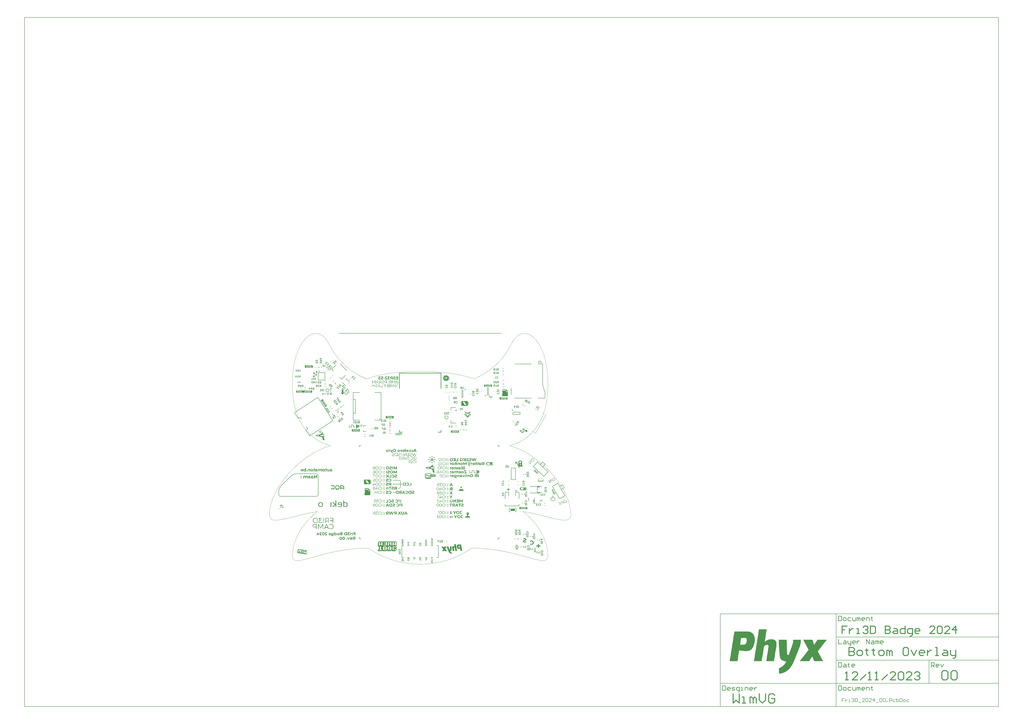
<source format=gbo>
G04*
G04 #@! TF.GenerationSoftware,Altium Limited,Altium Designer,23.10.1 (27)*
G04*
G04 Layer_Color=32896*
%FSLAX25Y25*%
%MOIN*%
G70*
G04*
G04 #@! TF.SameCoordinates,664102A9-8D34-4006-9C4C-70EFF305EB16*
G04*
G04*
G04 #@! TF.FilePolarity,Positive*
G04*
G01*
G75*
%ADD10C,0.00394*%
%ADD11C,0.00591*%
%ADD13C,0.00787*%
%ADD14C,0.01575*%
%ADD15C,0.00984*%
%ADD43C,0.01968*%
%ADD177C,0.00591*%
%ADD178C,0.00984*%
%ADD179C,0.01181*%
%ADD180C,0.01000*%
%ADD181C,0.00787*%
%ADD182R,0.04331X0.01772*%
G36*
X-182625Y337478D02*
X-182403Y337257D01*
X-182283Y336968D01*
Y336811D01*
Y334449D01*
Y334292D01*
X-182403Y334003D01*
X-182625Y333781D01*
X-182914Y333661D01*
X-183071D01*
X-194882D01*
Y337598D01*
X-183071D01*
X-182914D01*
X-182625Y337478D01*
D02*
G37*
G36*
X-194882Y333661D02*
X-195038D01*
X-195328Y333781D01*
X-195549Y334003D01*
X-195669Y334292D01*
Y334449D01*
Y336811D01*
Y336968D01*
X-195549Y337257D01*
X-195328Y337478D01*
X-195038Y337598D01*
X-194882D01*
Y333661D01*
D02*
G37*
G36*
X-202911Y327402D02*
X-205106D01*
Y327964D01*
X-203604D01*
Y330394D01*
X-202911D01*
Y327402D01*
D02*
G37*
G36*
X-205493D02*
X-207811D01*
Y327956D01*
X-206184D01*
Y328649D01*
X-207574D01*
Y329187D01*
X-206184D01*
Y329837D01*
X-207756D01*
Y330394D01*
X-205493D01*
Y327402D01*
D02*
G37*
G36*
X-208363D02*
X-209722D01*
X-209812Y327404D01*
X-209899Y327410D01*
X-209984Y327418D01*
X-210063Y327432D01*
X-210140Y327445D01*
X-210211Y327462D01*
X-210276Y327478D01*
X-210336Y327494D01*
X-210391Y327511D01*
X-210440Y327530D01*
X-210484Y327544D01*
X-210519Y327557D01*
X-210546Y327571D01*
X-210568Y327579D01*
X-210579Y327585D01*
X-210585Y327587D01*
X-210653Y327623D01*
X-210718Y327664D01*
X-210778Y327705D01*
X-210833Y327748D01*
X-210885Y327789D01*
X-210934Y327833D01*
X-210978Y327877D01*
X-211016Y327918D01*
X-211052Y327956D01*
X-211082Y327994D01*
X-211106Y328024D01*
X-211128Y328054D01*
X-211144Y328076D01*
X-211155Y328095D01*
X-211163Y328106D01*
X-211166Y328109D01*
X-211202Y328174D01*
X-211234Y328240D01*
X-211262Y328308D01*
X-211286Y328376D01*
X-211305Y328442D01*
X-211322Y328507D01*
X-211338Y328570D01*
X-211349Y328630D01*
X-211357Y328687D01*
X-211363Y328737D01*
X-211368Y328783D01*
X-211371Y328821D01*
X-211374Y328854D01*
Y328878D01*
Y328892D01*
Y328898D01*
X-211371Y328980D01*
X-211366Y329059D01*
X-211355Y329135D01*
X-211341Y329209D01*
X-211325Y329277D01*
X-211308Y329343D01*
X-211289Y329403D01*
X-211270Y329457D01*
X-211251Y329506D01*
X-211232Y329550D01*
X-211215Y329588D01*
X-211199Y329621D01*
X-211185Y329648D01*
X-211174Y329665D01*
X-211169Y329678D01*
X-211166Y329681D01*
X-211125Y329744D01*
X-211082Y329801D01*
X-211035Y329856D01*
X-210989Y329905D01*
X-210940Y329954D01*
X-210891Y329995D01*
X-210844Y330036D01*
X-210798Y330071D01*
X-210754Y330102D01*
X-210713Y330129D01*
X-210678Y330151D01*
X-210648Y330170D01*
X-210620Y330186D01*
X-210601Y330197D01*
X-210590Y330203D01*
X-210585Y330205D01*
X-210514Y330238D01*
X-210440Y330268D01*
X-210366Y330293D01*
X-210293Y330314D01*
X-210219Y330334D01*
X-210148Y330347D01*
X-210080Y330361D01*
X-210014Y330369D01*
X-209951Y330377D01*
X-209897Y330383D01*
X-209848Y330388D01*
X-209804Y330391D01*
X-209768Y330394D01*
X-208363D01*
Y327402D01*
D02*
G37*
G36*
X46403Y321156D02*
X46448Y321130D01*
X46492Y321105D01*
X46564Y321032D01*
X46615Y320944D01*
X46642Y320845D01*
X46642Y320794D01*
X46642Y320794D01*
Y319405D01*
X46644Y319395D01*
X46646Y319374D01*
Y319353D01*
X46644Y319332D01*
X46642Y319321D01*
X46642Y319321D01*
X46642D01*
Y319321D01*
X47239Y319321D01*
X47351Y319321D01*
X47557Y319237D01*
X47717Y319082D01*
X47806Y318877D01*
X47809Y318766D01*
X47809Y318766D01*
Y318280D01*
X49197Y318280D01*
X49267Y318267D01*
X49388Y318195D01*
X49478Y318087D01*
X49526Y317954D01*
X49526Y317884D01*
X49526Y317814D01*
X49478Y317681D01*
X49388Y317573D01*
X49267Y317501D01*
X49197Y317488D01*
X49197D01*
Y317488D01*
X47809D01*
Y316863D01*
X49197Y316863D01*
X49267Y316850D01*
X49388Y316779D01*
X49478Y316670D01*
X49526Y316538D01*
X49526Y316467D01*
X49526Y316397D01*
X49478Y316265D01*
X49388Y316156D01*
X49267Y316085D01*
X49197Y316072D01*
X49197D01*
X49197Y316072D01*
X47809D01*
Y315447D01*
X49197D01*
X49267Y315434D01*
X49388Y315362D01*
X49478Y315254D01*
X49526Y315121D01*
Y315051D01*
Y314981D01*
X49478Y314848D01*
X49388Y314740D01*
X49267Y314668D01*
X49197Y314655D01*
X47809D01*
Y314030D01*
X49197Y314030D01*
X49249D01*
X49347Y314004D01*
X49436Y313952D01*
X49509Y313880D01*
X49534Y313836D01*
X49534Y313836D01*
X49560Y313791D01*
X49586Y313692D01*
Y313590D01*
X49560Y313491D01*
X49534Y313447D01*
X49534D01*
X49509Y313403D01*
X49436Y313330D01*
X49347Y313279D01*
X49249Y313252D01*
X47809D01*
X47809Y312752D01*
X47806Y312641D01*
X47717Y312437D01*
X47557Y312281D01*
X47351Y312197D01*
X47239Y312197D01*
X46364D01*
Y310808D01*
X46364Y310757D01*
X46338Y310658D01*
X46287Y310569D01*
X46214Y310497D01*
X46170Y310471D01*
X46126Y310446D01*
X46027Y310419D01*
X45924D01*
X45825Y310446D01*
X45781Y310471D01*
Y310471D01*
X45737Y310497D01*
X45664Y310569D01*
X45613Y310658D01*
X45586Y310757D01*
X45586Y310808D01*
Y310808D01*
Y312197D01*
X44976D01*
Y310808D01*
X44962Y310739D01*
X44891Y310617D01*
X44783Y310528D01*
X44650Y310480D01*
X44580Y310480D01*
X44509D01*
X44377Y310528D01*
X44268Y310617D01*
X44197Y310739D01*
X44184Y310808D01*
X44184D01*
Y312197D01*
X43587D01*
Y310808D01*
X43574Y310739D01*
X43502Y310617D01*
X43394Y310528D01*
X43261Y310480D01*
X43191D01*
X43120Y310480D01*
X42988Y310528D01*
X42880Y310617D01*
X42808Y310739D01*
X42795Y310808D01*
X42795Y310808D01*
Y312197D01*
X42198D01*
Y310808D01*
X42185Y310739D01*
X42113Y310617D01*
X42005Y310528D01*
X41873Y310480D01*
X41802Y310480D01*
X41732D01*
X41599Y310528D01*
X41491Y310617D01*
X41419Y310739D01*
X41406Y310808D01*
Y312197D01*
X41004D01*
X40948Y312195D01*
X40838Y312215D01*
X40735Y312256D01*
X40641Y312316D01*
X40602Y312355D01*
X40562Y312393D01*
X40499Y312485D01*
X40456Y312588D01*
X40434Y312697D01*
X40434Y312752D01*
X40434D01*
Y313252D01*
X38883D01*
X38784Y313279D01*
X38695Y313330D01*
X38623Y313403D01*
X38597Y313447D01*
X38572Y313491D01*
X38545Y313590D01*
Y313692D01*
X38572Y313791D01*
X38597Y313836D01*
X38623Y313880D01*
X38695Y313952D01*
X38784Y314004D01*
X38883Y314030D01*
X38934D01*
Y314030D01*
X40420D01*
Y314655D01*
X38920D01*
X38862Y314644D01*
X38744Y314657D01*
X38634Y314703D01*
X38543Y314779D01*
X38510Y314828D01*
Y314828D01*
X38477Y314878D01*
X38443Y314991D01*
Y315110D01*
X38477Y315224D01*
X38510Y315273D01*
X38510Y315273D01*
X38543Y315323D01*
X38634Y315399D01*
X38744Y315445D01*
X38862Y315458D01*
X38920Y315447D01*
Y315447D01*
X38920Y315447D01*
X40420D01*
Y316072D01*
X38920D01*
X38862Y316061D01*
X38744Y316073D01*
X38634Y316120D01*
X38543Y316195D01*
X38510Y316245D01*
Y316245D01*
X38477Y316294D01*
X38443Y316408D01*
Y316527D01*
X38477Y316641D01*
X38510Y316690D01*
X38510Y316690D01*
X38543Y316740D01*
X38634Y316815D01*
X38744Y316862D01*
X38862Y316874D01*
X38920Y316863D01*
Y316863D01*
X40420D01*
Y317488D01*
X38920D01*
X38862Y317477D01*
X38744Y317490D01*
X38634Y317536D01*
X38543Y317612D01*
X38510Y317661D01*
Y317661D01*
X38477Y317711D01*
X38443Y317825D01*
Y317944D01*
X38477Y318057D01*
X38510Y318107D01*
X38510Y318107D01*
X38543Y318156D01*
X38634Y318232D01*
X38744Y318278D01*
X38862Y318291D01*
X38920Y318280D01*
Y318280D01*
X40420D01*
X40420Y318766D01*
X40420Y318822D01*
X40442Y318931D01*
X40485Y319033D01*
X40548Y319125D01*
X40588Y319164D01*
X40628Y319203D01*
X40721Y319263D01*
X40824Y319304D01*
X40934Y319323D01*
X40990Y319321D01*
Y319321D01*
X41420D01*
X41420Y320794D01*
X41433Y320863D01*
X41505Y320984D01*
X41613Y321074D01*
X41745Y321122D01*
X41816Y321122D01*
X41816Y321122D01*
X41886D01*
X42019Y321074D01*
X42127Y320984D01*
X42199Y320863D01*
X42212Y320794D01*
X42212D01*
Y319321D01*
X42892D01*
X42892Y320794D01*
X42905Y320863D01*
X42977Y320984D01*
X43085Y321074D01*
X43218Y321122D01*
X43288Y321122D01*
X43288Y321122D01*
X43358D01*
X43491Y321074D01*
X43599Y320984D01*
X43671Y320863D01*
X43684Y320794D01*
Y319321D01*
X44378D01*
X44378Y320794D01*
X44391Y320863D01*
X44463Y320984D01*
X44571Y321074D01*
X44704Y321122D01*
X44774Y321122D01*
X44844Y321122D01*
X44977Y321074D01*
X45085Y320984D01*
X45157Y320863D01*
X45170Y320794D01*
Y319321D01*
X45864D01*
Y320794D01*
Y320845D01*
X45891Y320944D01*
X45942Y321032D01*
X46014Y321105D01*
X46059Y321130D01*
X46103Y321156D01*
X46202Y321182D01*
X46304D01*
X46403Y321156D01*
D02*
G37*
G36*
X-205873Y317402D02*
X-207232D01*
X-207322Y317404D01*
X-207410Y317410D01*
X-207494Y317418D01*
X-207574Y317432D01*
X-207650Y317445D01*
X-207721Y317462D01*
X-207786Y317478D01*
X-207846Y317494D01*
X-207901Y317511D01*
X-207950Y317530D01*
X-207994Y317544D01*
X-208029Y317557D01*
X-208057Y317571D01*
X-208079Y317579D01*
X-208089Y317584D01*
X-208095Y317587D01*
X-208163Y317623D01*
X-208229Y317664D01*
X-208289Y317705D01*
X-208343Y317748D01*
X-208395Y317789D01*
X-208444Y317833D01*
X-208488Y317877D01*
X-208526Y317918D01*
X-208562Y317956D01*
X-208592Y317994D01*
X-208616Y318024D01*
X-208638Y318054D01*
X-208655Y318076D01*
X-208665Y318095D01*
X-208674Y318106D01*
X-208676Y318109D01*
X-208712Y318174D01*
X-208745Y318240D01*
X-208772Y318308D01*
X-208797Y318376D01*
X-208816Y318442D01*
X-208832Y318507D01*
X-208848Y318570D01*
X-208859Y318630D01*
X-208868Y318687D01*
X-208873Y318737D01*
X-208878Y318783D01*
X-208881Y318821D01*
X-208884Y318854D01*
Y318879D01*
Y318892D01*
Y318898D01*
X-208881Y318980D01*
X-208876Y319059D01*
X-208865Y319135D01*
X-208851Y319209D01*
X-208835Y319277D01*
X-208818Y319343D01*
X-208799Y319403D01*
X-208780Y319457D01*
X-208761Y319506D01*
X-208742Y319550D01*
X-208726Y319588D01*
X-208709Y319621D01*
X-208696Y319648D01*
X-208685Y319665D01*
X-208679Y319678D01*
X-208676Y319681D01*
X-208635Y319744D01*
X-208592Y319801D01*
X-208545Y319856D01*
X-208499Y319905D01*
X-208450Y319954D01*
X-208401Y319995D01*
X-208354Y320036D01*
X-208308Y320072D01*
X-208264Y320102D01*
X-208223Y320129D01*
X-208188Y320151D01*
X-208158Y320170D01*
X-208130Y320186D01*
X-208111Y320197D01*
X-208100Y320203D01*
X-208095Y320205D01*
X-208024Y320238D01*
X-207950Y320268D01*
X-207876Y320293D01*
X-207803Y320315D01*
X-207729Y320334D01*
X-207658Y320347D01*
X-207590Y320361D01*
X-207524Y320369D01*
X-207462Y320377D01*
X-207407Y320383D01*
X-207358Y320388D01*
X-207314Y320391D01*
X-207279Y320394D01*
X-205873D01*
Y317402D01*
D02*
G37*
G36*
X-209015D02*
X-209722D01*
X-209987Y318040D01*
X-211376D01*
X-211644Y317402D01*
X-212370D01*
X-211032Y320394D01*
X-210347D01*
X-209015Y317402D01*
D02*
G37*
G36*
X-204085Y320437D02*
X-204016Y320432D01*
X-203951Y320424D01*
X-203891Y320415D01*
X-203833Y320405D01*
X-203779Y320394D01*
X-203732Y320383D01*
X-203689Y320369D01*
X-203650Y320358D01*
X-203618Y320347D01*
X-203590Y320339D01*
X-203569Y320331D01*
X-203552Y320325D01*
X-203541Y320323D01*
X-203539Y320320D01*
X-203487Y320295D01*
X-203438Y320271D01*
X-203394Y320244D01*
X-203353Y320216D01*
X-203315Y320189D01*
X-203279Y320159D01*
X-203246Y320132D01*
X-203219Y320107D01*
X-203195Y320082D01*
X-203173Y320058D01*
X-203154Y320036D01*
X-203140Y320020D01*
X-203129Y320006D01*
X-203118Y319992D01*
X-203115Y319987D01*
X-203113Y319984D01*
X-203088Y319943D01*
X-203066Y319902D01*
X-203047Y319861D01*
X-203031Y319823D01*
X-203006Y319741D01*
X-202990Y319670D01*
X-202982Y319637D01*
X-202979Y319605D01*
X-202976Y319580D01*
X-202974Y319556D01*
X-202971Y319536D01*
Y319523D01*
Y319515D01*
Y319512D01*
X-202974Y319457D01*
X-202976Y319405D01*
X-202984Y319356D01*
X-202995Y319310D01*
X-203006Y319266D01*
X-203020Y319228D01*
X-203033Y319193D01*
X-203050Y319160D01*
X-203064Y319130D01*
X-203077Y319105D01*
X-203091Y319083D01*
X-203102Y319064D01*
X-203113Y319051D01*
X-203121Y319040D01*
X-203124Y319034D01*
X-203126Y319031D01*
X-203189Y318969D01*
X-203252Y318917D01*
X-203315Y318870D01*
X-203372Y318835D01*
X-203424Y318808D01*
X-203446Y318797D01*
X-203465Y318788D01*
X-203479Y318780D01*
X-203492Y318775D01*
X-203498Y318772D01*
X-203500D01*
X-203544Y318756D01*
X-203588Y318742D01*
X-203680Y318712D01*
X-203773Y318685D01*
X-203863Y318660D01*
X-203904Y318649D01*
X-203943Y318641D01*
X-203975Y318633D01*
X-204005Y318625D01*
X-204030Y318619D01*
X-204046Y318614D01*
X-204060Y318611D01*
X-204063D01*
X-204142Y318592D01*
X-204210Y318576D01*
X-204270Y318559D01*
X-204322Y318543D01*
X-204363Y318532D01*
X-204377Y318526D01*
X-204390Y318524D01*
X-204401Y318521D01*
X-204409Y318518D01*
X-204412Y318515D01*
X-204415D01*
X-204461Y318499D01*
X-204502Y318480D01*
X-204540Y318461D01*
X-204571Y318444D01*
X-204595Y318428D01*
X-204614Y318414D01*
X-204625Y318406D01*
X-204628Y318404D01*
X-204655Y318376D01*
X-204677Y318346D01*
X-204691Y318316D01*
X-204701Y318289D01*
X-204707Y318264D01*
X-204713Y318245D01*
Y318232D01*
Y318226D01*
X-204710Y318199D01*
X-204707Y318174D01*
X-204691Y318128D01*
X-204669Y318090D01*
X-204642Y318054D01*
X-204614Y318027D01*
X-204592Y318008D01*
X-204576Y317997D01*
X-204573Y317991D01*
X-204571D01*
X-204543Y317975D01*
X-204510Y317961D01*
X-204442Y317942D01*
X-204371Y317926D01*
X-204300Y317915D01*
X-204265Y317912D01*
X-204235Y317909D01*
X-204207Y317907D01*
X-204183D01*
X-204161Y317904D01*
X-204134D01*
X-204035Y317907D01*
X-203940Y317918D01*
X-203850Y317931D01*
X-203809Y317939D01*
X-203771Y317948D01*
X-203735Y317953D01*
X-203702Y317961D01*
X-203672Y317969D01*
X-203650Y317975D01*
X-203631Y317980D01*
X-203615Y317986D01*
X-203607Y317988D01*
X-203604D01*
X-203508Y318024D01*
X-203421Y318062D01*
X-203380Y318081D01*
X-203342Y318101D01*
X-203307Y318117D01*
X-203276Y318136D01*
X-203246Y318152D01*
X-203222Y318169D01*
X-203197Y318182D01*
X-203181Y318193D01*
X-203165Y318204D01*
X-203154Y318212D01*
X-203148Y318215D01*
X-203145Y318218D01*
X-202911Y317696D01*
X-202949Y317669D01*
X-202993Y317642D01*
X-203080Y317593D01*
X-203167Y317549D01*
X-203252Y317513D01*
X-203293Y317497D01*
X-203328Y317483D01*
X-203361Y317473D01*
X-203388Y317462D01*
X-203410Y317456D01*
X-203429Y317451D01*
X-203440Y317445D01*
X-203443D01*
X-203569Y317415D01*
X-203691Y317391D01*
X-203751Y317383D01*
X-203806Y317374D01*
X-203861Y317369D01*
X-203913Y317363D01*
X-203959Y317361D01*
X-204000Y317358D01*
X-204038Y317355D01*
X-204071D01*
X-204096Y317353D01*
X-204131D01*
X-204207Y317355D01*
X-204278Y317358D01*
X-204347Y317363D01*
X-204412Y317372D01*
X-204475Y317380D01*
X-204532Y317391D01*
X-204584Y317402D01*
X-204633Y317415D01*
X-204677Y317426D01*
X-204715Y317437D01*
X-204748Y317448D01*
X-204775Y317456D01*
X-204797Y317464D01*
X-204814Y317470D01*
X-204824Y317475D01*
X-204827D01*
X-204879Y317500D01*
X-204928Y317524D01*
X-204975Y317552D01*
X-205015Y317579D01*
X-205054Y317606D01*
X-205089Y317634D01*
X-205119Y317661D01*
X-205149Y317688D01*
X-205174Y317713D01*
X-205196Y317735D01*
X-205215Y317757D01*
X-205228Y317773D01*
X-205242Y317789D01*
X-205250Y317800D01*
X-205253Y317806D01*
X-205256Y317808D01*
X-205280Y317849D01*
X-205305Y317890D01*
X-205324Y317931D01*
X-205340Y317972D01*
X-205365Y318051D01*
X-205381Y318122D01*
X-205389Y318155D01*
X-205392Y318185D01*
X-205395Y318212D01*
X-205398Y318234D01*
X-205400Y318253D01*
Y318267D01*
Y318275D01*
Y318278D01*
X-205398Y318333D01*
X-205395Y318384D01*
X-205387Y318431D01*
X-205376Y318477D01*
X-205365Y318518D01*
X-205351Y318559D01*
X-205335Y318595D01*
X-205321Y318625D01*
X-205308Y318655D01*
X-205291Y318679D01*
X-205278Y318701D01*
X-205267Y318718D01*
X-205256Y318731D01*
X-205250Y318742D01*
X-205245Y318747D01*
X-205242Y318750D01*
X-205182Y318813D01*
X-205119Y318865D01*
X-205056Y318909D01*
X-204996Y318944D01*
X-204944Y318971D01*
X-204923Y318982D01*
X-204904Y318990D01*
X-204890Y318999D01*
X-204879Y319004D01*
X-204871Y319007D01*
X-204868D01*
X-204827Y319023D01*
X-204783Y319037D01*
X-204691Y319067D01*
X-204595Y319094D01*
X-204508Y319119D01*
X-204467Y319130D01*
X-204429Y319141D01*
X-204396Y319149D01*
X-204366Y319157D01*
X-204341Y319162D01*
X-204325Y319168D01*
X-204311Y319171D01*
X-204308D01*
X-204248Y319184D01*
X-204194Y319198D01*
X-204142Y319212D01*
X-204093Y319222D01*
X-204049Y319236D01*
X-204011Y319247D01*
X-203973Y319258D01*
X-203943Y319269D01*
X-203913Y319280D01*
X-203888Y319288D01*
X-203866Y319296D01*
X-203850Y319302D01*
X-203836Y319307D01*
X-203828Y319313D01*
X-203822Y319315D01*
X-203820D01*
X-203793Y319332D01*
X-203768Y319348D01*
X-203746Y319365D01*
X-203727Y319384D01*
X-203711Y319403D01*
X-203697Y319422D01*
X-203678Y319460D01*
X-203667Y319496D01*
X-203661Y319523D01*
X-203659Y319534D01*
Y319542D01*
Y319545D01*
Y319547D01*
X-203661Y319575D01*
X-203664Y319602D01*
X-203680Y319651D01*
X-203702Y319692D01*
X-203730Y319728D01*
X-203754Y319755D01*
X-203776Y319777D01*
X-203793Y319788D01*
X-203795Y319793D01*
X-203798D01*
X-203825Y319810D01*
X-203855Y319826D01*
X-203924Y319848D01*
X-203994Y319864D01*
X-204065Y319878D01*
X-204098Y319880D01*
X-204128Y319883D01*
X-204158Y319886D01*
X-204183D01*
X-204202Y319889D01*
X-204229D01*
X-204306Y319886D01*
X-204385Y319878D01*
X-204459Y319867D01*
X-204535Y319853D01*
X-204606Y319834D01*
X-204674Y319815D01*
X-204737Y319793D01*
X-204800Y319771D01*
X-204854Y319749D01*
X-204904Y319728D01*
X-204947Y319708D01*
X-204985Y319689D01*
X-205015Y319676D01*
X-205037Y319665D01*
X-205051Y319657D01*
X-205056Y319654D01*
X-205272Y320178D01*
X-205193Y320224D01*
X-205111Y320263D01*
X-205029Y320295D01*
X-204955Y320325D01*
X-204920Y320336D01*
X-204890Y320347D01*
X-204863Y320356D01*
X-204838Y320361D01*
X-204819Y320366D01*
X-204805Y320372D01*
X-204794Y320375D01*
X-204792D01*
X-204691Y320396D01*
X-204590Y320413D01*
X-204494Y320426D01*
X-204450Y320432D01*
X-204409Y320435D01*
X-204371Y320437D01*
X-204338Y320440D01*
X-204306D01*
X-204281Y320443D01*
X-204155D01*
X-204085Y320437D01*
D02*
G37*
G36*
X-57431Y318712D02*
X-57312Y318708D01*
X-57199Y318694D01*
X-57094Y318681D01*
X-56989Y318662D01*
X-56894Y318640D01*
X-56803Y318617D01*
X-56721Y318594D01*
X-56643Y318571D01*
X-56575Y318549D01*
X-56521Y318531D01*
X-56471Y318508D01*
X-56430Y318494D01*
X-56402Y318480D01*
X-56384Y318476D01*
X-56380Y318471D01*
X-56284Y318421D01*
X-56198Y318371D01*
X-56116Y318317D01*
X-56038Y318262D01*
X-55966Y318207D01*
X-55897Y318148D01*
X-55838Y318094D01*
X-55784Y318039D01*
X-55738Y317989D01*
X-55693Y317944D01*
X-55656Y317903D01*
X-55629Y317866D01*
X-55606Y317834D01*
X-55588Y317812D01*
X-55579Y317798D01*
X-55574Y317793D01*
X-56416Y317252D01*
X-56484Y317338D01*
X-56562Y317416D01*
X-56634Y317479D01*
X-56703Y317534D01*
X-56766Y317575D01*
X-56812Y317602D01*
X-56830Y317611D01*
X-56844Y317620D01*
X-56853Y317625D01*
X-56857D01*
X-56958Y317666D01*
X-57062Y317698D01*
X-57162Y317721D01*
X-57253Y317739D01*
X-57331Y317748D01*
X-57367D01*
X-57394Y317752D01*
X-57449D01*
X-57585Y317743D01*
X-57708Y317725D01*
X-57758Y317716D01*
X-57808Y317702D01*
X-57854Y317684D01*
X-57890Y317670D01*
X-57927Y317657D01*
X-57959Y317639D01*
X-57981Y317625D01*
X-58004Y317616D01*
X-58018Y317602D01*
X-58031Y317598D01*
X-58040Y317589D01*
X-58077Y317557D01*
X-58109Y317525D01*
X-58159Y317448D01*
X-58195Y317375D01*
X-58218Y317297D01*
X-58236Y317234D01*
X-58241Y317179D01*
X-58245Y317156D01*
Y317143D01*
Y317134D01*
Y317129D01*
X-58241Y317052D01*
X-58227Y316979D01*
X-58209Y316906D01*
X-58191Y316842D01*
X-58172Y316788D01*
X-58154Y316747D01*
X-58140Y316720D01*
X-58136Y316715D01*
Y316710D01*
X-58113Y316670D01*
X-58090Y316629D01*
X-58027Y316542D01*
X-57959Y316460D01*
X-57890Y316383D01*
X-57827Y316315D01*
X-57799Y316283D01*
X-57776Y316260D01*
X-57754Y316237D01*
X-57740Y316224D01*
X-57731Y316214D01*
X-57726Y316210D01*
X-55802Y314394D01*
Y313648D01*
X-59574D01*
Y314586D01*
X-57426D01*
X-58573Y315669D01*
X-58659Y315755D01*
X-58741Y315832D01*
X-58818Y315914D01*
X-58882Y315987D01*
X-58946Y316060D01*
X-59000Y316124D01*
X-59046Y316187D01*
X-59091Y316246D01*
X-59128Y316296D01*
X-59155Y316342D01*
X-59182Y316383D01*
X-59201Y316415D01*
X-59219Y316442D01*
X-59228Y316460D01*
X-59237Y316474D01*
Y316478D01*
X-59296Y316615D01*
X-59337Y316751D01*
X-59369Y316879D01*
X-59387Y316997D01*
X-59396Y317047D01*
X-59401Y317097D01*
X-59405Y317138D01*
Y317175D01*
X-59410Y317202D01*
Y317225D01*
Y317238D01*
Y317243D01*
X-59405Y317325D01*
X-59401Y317407D01*
X-59373Y317557D01*
X-59355Y317625D01*
X-59337Y317689D01*
X-59314Y317748D01*
X-59296Y317803D01*
X-59273Y317852D01*
X-59251Y317898D01*
X-59232Y317934D01*
X-59214Y317966D01*
X-59201Y317994D01*
X-59187Y318012D01*
X-59182Y318021D01*
X-59178Y318025D01*
X-59082Y318144D01*
X-58978Y318244D01*
X-58868Y318335D01*
X-58764Y318403D01*
X-58673Y318462D01*
X-58632Y318485D01*
X-58596Y318503D01*
X-58568Y318517D01*
X-58545Y318526D01*
X-58532Y318535D01*
X-58527D01*
X-58368Y318594D01*
X-58200Y318640D01*
X-58036Y318671D01*
X-57959Y318685D01*
X-57886Y318694D01*
X-57817Y318703D01*
X-57754Y318708D01*
X-57695Y318712D01*
X-57649D01*
X-57608Y318717D01*
X-57553D01*
X-57431Y318712D01*
D02*
G37*
G36*
X-60142Y315204D02*
X-62158D01*
Y316096D01*
X-60142D01*
Y315204D01*
D02*
G37*
G36*
X-181062Y316503D02*
X-180977Y316498D01*
X-180898Y316487D01*
X-180822Y316476D01*
X-180748Y316459D01*
X-180680Y316443D01*
X-180617Y316424D01*
X-180557Y316407D01*
X-180502Y316388D01*
X-180456Y316369D01*
X-180415Y316353D01*
X-180379Y316337D01*
X-180352Y316326D01*
X-180330Y316315D01*
X-180319Y316309D01*
X-180314Y316306D01*
X-180245Y316268D01*
X-180183Y316227D01*
X-180123Y316184D01*
X-180068Y316137D01*
X-180016Y316091D01*
X-179967Y316044D01*
X-179923Y316001D01*
X-179885Y315957D01*
X-179850Y315916D01*
X-179820Y315878D01*
X-179792Y315842D01*
X-179771Y315812D01*
X-179754Y315791D01*
X-179743Y315772D01*
X-179735Y315760D01*
X-179732Y315755D01*
X-179694Y315690D01*
X-179664Y315619D01*
X-179634Y315550D01*
X-179612Y315482D01*
X-179590Y315414D01*
X-179574Y315348D01*
X-179560Y315285D01*
X-179549Y315226D01*
X-179538Y315171D01*
X-179533Y315119D01*
X-179527Y315075D01*
X-179525Y315034D01*
Y315004D01*
X-179522Y314980D01*
Y314966D01*
Y314961D01*
X-179525Y314879D01*
X-179530Y314800D01*
X-179541Y314720D01*
X-179555Y314647D01*
X-179571Y314578D01*
X-179588Y314513D01*
X-179607Y314450D01*
X-179629Y314393D01*
X-179648Y314344D01*
X-179667Y314297D01*
X-179683Y314256D01*
X-179700Y314224D01*
X-179713Y314196D01*
X-179724Y314177D01*
X-179729Y314166D01*
X-179732Y314161D01*
X-179773Y314098D01*
X-179820Y314035D01*
X-179866Y313981D01*
X-179912Y313926D01*
X-179962Y313877D01*
X-180011Y313833D01*
X-180057Y313792D01*
X-180104Y313754D01*
X-180147Y313721D01*
X-180185Y313694D01*
X-180221Y313669D01*
X-180254Y313648D01*
X-180278Y313634D01*
X-180297Y313620D01*
X-180308Y313615D01*
X-180314Y313612D01*
X-180385Y313577D01*
X-180456Y313546D01*
X-180527Y313522D01*
X-180600Y313497D01*
X-180671Y313478D01*
X-180740Y313465D01*
X-180805Y313451D01*
X-180868Y313440D01*
X-180925Y313432D01*
X-180977Y313426D01*
X-181024Y313421D01*
X-181064Y313418D01*
X-181097D01*
X-181122Y313416D01*
X-181141D01*
X-181212Y313418D01*
X-181283Y313421D01*
X-181351Y313429D01*
X-181417Y313437D01*
X-181477Y313445D01*
X-181537Y313459D01*
X-181589Y313470D01*
X-181641Y313484D01*
X-181684Y313495D01*
X-181725Y313508D01*
X-181761Y313519D01*
X-181791Y313527D01*
X-181813Y313538D01*
X-181832Y313544D01*
X-181843Y313546D01*
X-181845Y313549D01*
X-181903Y313577D01*
X-181960Y313607D01*
X-182012Y313637D01*
X-182061Y313669D01*
X-182110Y313702D01*
X-182154Y313735D01*
X-182195Y313768D01*
X-182230Y313798D01*
X-182263Y313828D01*
X-182293Y313855D01*
X-182318Y313880D01*
X-182339Y313901D01*
X-182356Y313920D01*
X-182367Y313934D01*
X-182375Y313942D01*
X-182378Y313945D01*
X-181933Y314357D01*
X-181875Y314295D01*
X-181813Y314240D01*
X-181750Y314194D01*
X-181687Y314153D01*
X-181624Y314117D01*
X-181561Y314090D01*
X-181501Y314065D01*
X-181441Y314046D01*
X-181387Y314032D01*
X-181337Y314021D01*
X-181294Y314013D01*
X-181256Y314008D01*
X-181223Y314005D01*
X-181198Y314002D01*
X-181179D01*
X-181127Y314005D01*
X-181078Y314008D01*
X-180985Y314021D01*
X-180942Y314030D01*
X-180901Y314041D01*
X-180862Y314052D01*
X-180827Y314062D01*
X-180794Y314073D01*
X-180767Y314084D01*
X-180742Y314095D01*
X-180720Y314103D01*
X-180704Y314112D01*
X-180693Y314117D01*
X-180685Y314123D01*
X-180682D01*
X-180606Y314172D01*
X-180538Y314229D01*
X-180480Y314284D01*
X-180431Y314338D01*
X-180393Y314387D01*
X-180379Y314409D01*
X-180366Y314428D01*
X-180357Y314442D01*
X-180349Y314456D01*
X-180347Y314461D01*
X-180344Y314464D01*
X-180322Y314505D01*
X-180303Y314548D01*
X-180273Y314633D01*
X-180251Y314718D01*
X-180237Y314794D01*
X-180232Y314830D01*
X-180226Y314862D01*
X-180224Y314890D01*
Y314914D01*
X-180221Y314933D01*
Y314947D01*
Y314958D01*
Y314961D01*
X-180224Y315013D01*
X-180226Y315062D01*
X-180240Y315155D01*
X-180248Y315198D01*
X-180259Y315239D01*
X-180270Y315277D01*
X-180284Y315310D01*
X-180295Y315343D01*
X-180306Y315370D01*
X-180316Y315395D01*
X-180325Y315417D01*
X-180333Y315433D01*
X-180338Y315444D01*
X-180344Y315452D01*
Y315455D01*
X-180393Y315531D01*
X-180447Y315599D01*
X-180505Y315657D01*
X-180559Y315706D01*
X-180609Y315744D01*
X-180628Y315758D01*
X-180647Y315772D01*
X-180660Y315780D01*
X-180674Y315788D01*
X-180680Y315793D01*
X-180682D01*
X-180723Y315815D01*
X-180767Y315834D01*
X-180852Y315864D01*
X-180936Y315886D01*
X-181013Y315900D01*
X-181048Y315905D01*
X-181081Y315911D01*
X-181108Y315913D01*
X-181133D01*
X-181152Y315916D01*
X-181179D01*
X-181261Y315913D01*
X-181340Y315902D01*
X-181417Y315883D01*
X-181488Y315862D01*
X-181553Y315834D01*
X-181616Y315807D01*
X-181673Y315774D01*
X-181725Y315741D01*
X-181772Y315709D01*
X-181813Y315679D01*
X-181848Y315649D01*
X-181878Y315621D01*
X-181903Y315599D01*
X-181919Y315583D01*
X-181930Y315569D01*
X-181933Y315567D01*
X-182378Y315976D01*
X-182337Y316023D01*
X-182293Y316066D01*
X-182249Y316107D01*
X-182203Y316145D01*
X-182159Y316181D01*
X-182116Y316214D01*
X-182072Y316244D01*
X-182031Y316268D01*
X-181993Y316293D01*
X-181960Y316312D01*
X-181927Y316331D01*
X-181900Y316345D01*
X-181878Y316356D01*
X-181862Y316364D01*
X-181851Y316367D01*
X-181848Y316369D01*
X-181788Y316394D01*
X-181728Y316416D01*
X-181668Y316432D01*
X-181605Y316448D01*
X-181488Y316473D01*
X-181433Y316481D01*
X-181378Y316489D01*
X-181329Y316495D01*
X-181286Y316498D01*
X-181245Y316503D01*
X-181212D01*
X-181185Y316506D01*
X-181146D01*
X-181062Y316503D01*
D02*
G37*
G36*
X-37397Y313648D02*
X-41260D01*
Y314572D01*
X-38548D01*
Y315728D01*
X-40864D01*
Y316624D01*
X-38548D01*
Y317707D01*
X-41169D01*
Y318635D01*
X-37397D01*
Y313648D01*
D02*
G37*
G36*
X-46725D02*
X-47880D01*
Y315022D01*
X-48886D01*
X-49009Y315027D01*
X-49127Y315032D01*
X-49241Y315041D01*
X-49345Y315054D01*
X-49445Y315072D01*
X-49541Y315091D01*
X-49632Y315109D01*
X-49709Y315132D01*
X-49782Y315150D01*
X-49846Y315168D01*
X-49905Y315186D01*
X-49951Y315204D01*
X-49987Y315218D01*
X-50014Y315227D01*
X-50032Y315236D01*
X-50037D01*
X-50128Y315277D01*
X-50210Y315327D01*
X-50287Y315377D01*
X-50360Y315427D01*
X-50428Y315477D01*
X-50487Y315532D01*
X-50546Y315582D01*
X-50597Y315632D01*
X-50638Y315678D01*
X-50678Y315723D01*
X-50710Y315764D01*
X-50738Y315796D01*
X-50760Y315823D01*
X-50774Y315846D01*
X-50783Y315860D01*
X-50788Y315864D01*
X-50833Y315942D01*
X-50874Y316023D01*
X-50911Y316105D01*
X-50942Y316187D01*
X-50965Y316269D01*
X-50988Y316347D01*
X-51006Y316424D01*
X-51020Y316497D01*
X-51029Y316565D01*
X-51038Y316629D01*
X-51042Y316683D01*
X-51047Y316733D01*
X-51052Y316770D01*
Y316802D01*
Y316820D01*
Y316824D01*
X-51047Y316929D01*
X-51042Y317024D01*
X-51029Y317120D01*
X-51011Y317206D01*
X-50992Y317293D01*
X-50970Y317370D01*
X-50942Y317448D01*
X-50920Y317511D01*
X-50897Y317575D01*
X-50870Y317625D01*
X-50847Y317675D01*
X-50829Y317711D01*
X-50810Y317743D01*
X-50801Y317766D01*
X-50792Y317780D01*
X-50788Y317784D01*
X-50738Y317857D01*
X-50678Y317930D01*
X-50619Y317994D01*
X-50560Y318057D01*
X-50497Y318112D01*
X-50433Y318162D01*
X-50374Y318212D01*
X-50314Y318253D01*
X-50255Y318289D01*
X-50205Y318321D01*
X-50160Y318349D01*
X-50119Y318371D01*
X-50082Y318389D01*
X-50060Y318403D01*
X-50042Y318408D01*
X-50037Y318412D01*
X-49946Y318453D01*
X-49846Y318485D01*
X-49750Y318517D01*
X-49650Y318540D01*
X-49459Y318581D01*
X-49368Y318594D01*
X-49277Y318608D01*
X-49195Y318617D01*
X-49122Y318621D01*
X-49054Y318631D01*
X-49000D01*
X-48950Y318635D01*
X-46725D01*
Y313648D01*
D02*
G37*
G36*
X-43744Y318708D02*
X-43630Y318699D01*
X-43521Y318685D01*
X-43421Y318671D01*
X-43326Y318653D01*
X-43235Y318635D01*
X-43157Y318617D01*
X-43084Y318594D01*
X-43021Y318576D01*
X-42966Y318558D01*
X-42921Y318544D01*
X-42884Y318531D01*
X-42857Y318521D01*
X-42839Y318517D01*
X-42834Y318512D01*
X-42748Y318471D01*
X-42666Y318430D01*
X-42593Y318385D01*
X-42525Y318339D01*
X-42461Y318294D01*
X-42402Y318244D01*
X-42347Y318198D01*
X-42302Y318157D01*
X-42261Y318116D01*
X-42225Y318075D01*
X-42193Y318039D01*
X-42170Y318012D01*
X-42152Y317989D01*
X-42134Y317966D01*
X-42129Y317957D01*
X-42125Y317953D01*
X-42083Y317884D01*
X-42047Y317816D01*
X-42015Y317748D01*
X-41988Y317684D01*
X-41947Y317548D01*
X-41920Y317429D01*
X-41906Y317375D01*
X-41901Y317320D01*
X-41897Y317279D01*
X-41892Y317238D01*
X-41888Y317206D01*
Y317184D01*
Y317170D01*
Y317165D01*
X-41892Y317074D01*
X-41897Y316988D01*
X-41911Y316906D01*
X-41929Y316829D01*
X-41947Y316756D01*
X-41970Y316692D01*
X-41993Y316633D01*
X-42020Y316579D01*
X-42043Y316529D01*
X-42065Y316488D01*
X-42088Y316451D01*
X-42106Y316419D01*
X-42125Y316396D01*
X-42138Y316378D01*
X-42143Y316369D01*
X-42147Y316365D01*
X-42252Y316260D01*
X-42357Y316174D01*
X-42461Y316096D01*
X-42557Y316037D01*
X-42643Y315992D01*
X-42680Y315973D01*
X-42711Y315960D01*
X-42734Y315946D01*
X-42757Y315937D01*
X-42766Y315932D01*
X-42771D01*
X-42843Y315905D01*
X-42916Y315882D01*
X-43071Y315832D01*
X-43226Y315787D01*
X-43376Y315746D01*
X-43444Y315728D01*
X-43508Y315714D01*
X-43562Y315700D01*
X-43612Y315687D01*
X-43653Y315678D01*
X-43681Y315669D01*
X-43703Y315664D01*
X-43708D01*
X-43840Y315632D01*
X-43954Y315605D01*
X-44054Y315578D01*
X-44140Y315550D01*
X-44208Y315532D01*
X-44231Y315523D01*
X-44254Y315518D01*
X-44272Y315514D01*
X-44286Y315509D01*
X-44290Y315505D01*
X-44295D01*
X-44372Y315477D01*
X-44440Y315446D01*
X-44504Y315414D01*
X-44554Y315386D01*
X-44595Y315359D01*
X-44627Y315336D01*
X-44645Y315323D01*
X-44650Y315318D01*
X-44695Y315273D01*
X-44732Y315223D01*
X-44754Y315173D01*
X-44773Y315127D01*
X-44782Y315086D01*
X-44791Y315054D01*
Y315032D01*
Y315022D01*
X-44786Y314977D01*
X-44782Y314936D01*
X-44754Y314859D01*
X-44718Y314795D01*
X-44673Y314736D01*
X-44627Y314690D01*
X-44591Y314658D01*
X-44563Y314640D01*
X-44559Y314631D01*
X-44554D01*
X-44509Y314604D01*
X-44454Y314581D01*
X-44340Y314549D01*
X-44222Y314522D01*
X-44104Y314504D01*
X-44045Y314499D01*
X-43995Y314495D01*
X-43949Y314490D01*
X-43908D01*
X-43872Y314486D01*
X-43826D01*
X-43662Y314490D01*
X-43503Y314508D01*
X-43353Y314531D01*
X-43285Y314545D01*
X-43221Y314558D01*
X-43162Y314567D01*
X-43107Y314581D01*
X-43057Y314595D01*
X-43021Y314604D01*
X-42989Y314613D01*
X-42962Y314622D01*
X-42948Y314627D01*
X-42944D01*
X-42784Y314686D01*
X-42639Y314749D01*
X-42570Y314781D01*
X-42507Y314813D01*
X-42448Y314840D01*
X-42397Y314872D01*
X-42347Y314900D01*
X-42307Y314927D01*
X-42265Y314950D01*
X-42238Y314968D01*
X-42211Y314986D01*
X-42193Y315000D01*
X-42184Y315004D01*
X-42179Y315009D01*
X-41788Y314140D01*
X-41851Y314094D01*
X-41924Y314049D01*
X-42070Y313967D01*
X-42215Y313894D01*
X-42357Y313835D01*
X-42425Y313808D01*
X-42484Y313785D01*
X-42538Y313767D01*
X-42584Y313748D01*
X-42620Y313739D01*
X-42652Y313730D01*
X-42671Y313721D01*
X-42675D01*
X-42884Y313671D01*
X-43089Y313630D01*
X-43189Y313616D01*
X-43280Y313603D01*
X-43371Y313594D01*
X-43458Y313585D01*
X-43535Y313580D01*
X-43603Y313576D01*
X-43667Y313571D01*
X-43722D01*
X-43762Y313566D01*
X-43822D01*
X-43949Y313571D01*
X-44067Y313576D01*
X-44181Y313585D01*
X-44290Y313598D01*
X-44395Y313612D01*
X-44491Y313630D01*
X-44577Y313648D01*
X-44659Y313671D01*
X-44732Y313689D01*
X-44795Y313707D01*
X-44850Y313726D01*
X-44895Y313739D01*
X-44932Y313753D01*
X-44959Y313762D01*
X-44977Y313771D01*
X-44982D01*
X-45068Y313812D01*
X-45150Y313853D01*
X-45228Y313899D01*
X-45296Y313944D01*
X-45360Y313990D01*
X-45419Y314035D01*
X-45469Y314081D01*
X-45519Y314126D01*
X-45560Y314167D01*
X-45596Y314203D01*
X-45628Y314240D01*
X-45651Y314267D01*
X-45673Y314294D01*
X-45687Y314313D01*
X-45692Y314322D01*
X-45696Y314326D01*
X-45737Y314394D01*
X-45778Y314463D01*
X-45810Y314531D01*
X-45837Y314599D01*
X-45878Y314731D01*
X-45906Y314849D01*
X-45919Y314904D01*
X-45924Y314954D01*
X-45928Y315000D01*
X-45933Y315036D01*
X-45937Y315068D01*
Y315091D01*
Y315104D01*
Y315109D01*
X-45933Y315200D01*
X-45928Y315286D01*
X-45915Y315364D01*
X-45896Y315441D01*
X-45878Y315509D01*
X-45856Y315578D01*
X-45828Y315637D01*
X-45805Y315687D01*
X-45783Y315737D01*
X-45755Y315778D01*
X-45733Y315814D01*
X-45714Y315841D01*
X-45696Y315864D01*
X-45687Y315882D01*
X-45678Y315892D01*
X-45673Y315896D01*
X-45573Y316001D01*
X-45469Y316087D01*
X-45364Y316160D01*
X-45264Y316219D01*
X-45178Y316265D01*
X-45141Y316283D01*
X-45109Y316296D01*
X-45087Y316310D01*
X-45068Y316319D01*
X-45055Y316324D01*
X-45050D01*
X-44982Y316351D01*
X-44909Y316374D01*
X-44754Y316424D01*
X-44595Y316469D01*
X-44449Y316510D01*
X-44381Y316529D01*
X-44318Y316547D01*
X-44263Y316560D01*
X-44213Y316574D01*
X-44172Y316583D01*
X-44145Y316592D01*
X-44122Y316597D01*
X-44117D01*
X-44017Y316619D01*
X-43926Y316642D01*
X-43840Y316665D01*
X-43758Y316683D01*
X-43685Y316706D01*
X-43621Y316724D01*
X-43558Y316742D01*
X-43508Y316760D01*
X-43458Y316779D01*
X-43417Y316792D01*
X-43380Y316806D01*
X-43353Y316815D01*
X-43330Y316824D01*
X-43317Y316833D01*
X-43308Y316838D01*
X-43303D01*
X-43257Y316865D01*
X-43216Y316893D01*
X-43180Y316920D01*
X-43148Y316952D01*
X-43121Y316984D01*
X-43098Y317015D01*
X-43066Y317079D01*
X-43048Y317138D01*
X-43039Y317184D01*
X-43034Y317202D01*
Y317215D01*
Y317220D01*
Y317225D01*
X-43039Y317270D01*
X-43044Y317316D01*
X-43071Y317397D01*
X-43107Y317466D01*
X-43153Y317525D01*
X-43194Y317570D01*
X-43230Y317607D01*
X-43257Y317625D01*
X-43262Y317634D01*
X-43266D01*
X-43312Y317661D01*
X-43362Y317689D01*
X-43476Y317725D01*
X-43594Y317752D01*
X-43712Y317775D01*
X-43767Y317780D01*
X-43817Y317784D01*
X-43867Y317789D01*
X-43908D01*
X-43940Y317793D01*
X-43985D01*
X-44113Y317789D01*
X-44245Y317775D01*
X-44368Y317757D01*
X-44495Y317734D01*
X-44613Y317702D01*
X-44727Y317670D01*
X-44832Y317634D01*
X-44936Y317598D01*
X-45027Y317561D01*
X-45109Y317525D01*
X-45182Y317493D01*
X-45246Y317461D01*
X-45296Y317439D01*
X-45332Y317420D01*
X-45355Y317407D01*
X-45364Y317402D01*
X-45724Y318276D01*
X-45592Y318353D01*
X-45455Y318417D01*
X-45319Y318471D01*
X-45196Y318521D01*
X-45137Y318540D01*
X-45087Y318558D01*
X-45041Y318571D01*
X-45000Y318581D01*
X-44968Y318590D01*
X-44945Y318599D01*
X-44927Y318603D01*
X-44923D01*
X-44754Y318640D01*
X-44586Y318667D01*
X-44427Y318690D01*
X-44354Y318699D01*
X-44286Y318703D01*
X-44222Y318708D01*
X-44167Y318712D01*
X-44113D01*
X-44072Y318717D01*
X-43863D01*
X-43744Y318708D01*
D02*
G37*
G36*
X-51593Y317707D02*
X-53713D01*
X-52690Y316547D01*
Y315782D01*
X-53304D01*
X-53381Y315778D01*
X-53454Y315769D01*
X-53527Y315755D01*
X-53591Y315741D01*
X-53650Y315728D01*
X-53759Y315687D01*
X-53845Y315641D01*
X-53923Y315591D01*
X-53986Y315537D01*
X-54032Y315477D01*
X-54073Y315423D01*
X-54100Y315364D01*
X-54123Y315314D01*
X-54137Y315268D01*
X-54146Y315227D01*
X-54150Y315200D01*
Y315182D01*
Y315173D01*
X-54146Y315118D01*
X-54141Y315063D01*
X-54109Y314968D01*
X-54073Y314886D01*
X-54027Y314818D01*
X-53977Y314763D01*
X-53941Y314727D01*
X-53909Y314704D01*
X-53904Y314695D01*
X-53900D01*
X-53800Y314640D01*
X-53686Y314599D01*
X-53572Y314572D01*
X-53463Y314554D01*
X-53413Y314545D01*
X-53368Y314540D01*
X-53327Y314536D01*
X-53290D01*
X-53258Y314531D01*
X-53217D01*
X-53072Y314536D01*
X-52931Y314549D01*
X-52803Y314567D01*
X-52744Y314577D01*
X-52685Y314590D01*
X-52635Y314599D01*
X-52589Y314608D01*
X-52548Y314617D01*
X-52512Y314627D01*
X-52485Y314636D01*
X-52467Y314640D01*
X-52453Y314645D01*
X-52448D01*
X-52312Y314695D01*
X-52189Y314745D01*
X-52075Y314804D01*
X-51980Y314854D01*
X-51939Y314881D01*
X-51902Y314904D01*
X-51871Y314922D01*
X-51843Y314941D01*
X-51820Y314959D01*
X-51807Y314968D01*
X-51798Y314972D01*
X-51793Y314977D01*
X-51347Y314094D01*
X-51484Y314003D01*
X-51629Y313926D01*
X-51775Y313858D01*
X-51907Y313803D01*
X-51971Y313780D01*
X-52030Y313757D01*
X-52080Y313744D01*
X-52121Y313730D01*
X-52157Y313717D01*
X-52184Y313707D01*
X-52203Y313703D01*
X-52207D01*
X-52398Y313657D01*
X-52585Y313626D01*
X-52758Y313598D01*
X-52840Y313589D01*
X-52917Y313585D01*
X-52985Y313580D01*
X-53049Y313576D01*
X-53108Y313571D01*
X-53154D01*
X-53195Y313566D01*
X-53245D01*
X-53368Y313571D01*
X-53490Y313576D01*
X-53604Y313585D01*
X-53709Y313603D01*
X-53809Y313616D01*
X-53904Y313635D01*
X-53991Y313657D01*
X-54068Y313676D01*
X-54141Y313698D01*
X-54205Y313717D01*
X-54259Y313735D01*
X-54305Y313753D01*
X-54341Y313767D01*
X-54364Y313776D01*
X-54382Y313780D01*
X-54387Y313785D01*
X-54473Y313826D01*
X-54550Y313871D01*
X-54623Y313921D01*
X-54692Y313967D01*
X-54755Y314017D01*
X-54814Y314067D01*
X-54865Y314112D01*
X-54910Y314158D01*
X-54951Y314199D01*
X-54987Y314240D01*
X-55015Y314276D01*
X-55042Y314308D01*
X-55060Y314331D01*
X-55074Y314354D01*
X-55078Y314363D01*
X-55083Y314367D01*
X-55124Y314436D01*
X-55160Y314508D01*
X-55187Y314577D01*
X-55215Y314649D01*
X-55256Y314786D01*
X-55283Y314909D01*
X-55292Y314963D01*
X-55297Y315013D01*
X-55306Y315059D01*
Y315100D01*
X-55310Y315132D01*
Y315154D01*
Y315168D01*
Y315173D01*
X-55306Y315277D01*
X-55297Y315373D01*
X-55278Y315468D01*
X-55256Y315555D01*
X-55229Y315641D01*
X-55201Y315719D01*
X-55169Y315787D01*
X-55137Y315855D01*
X-55101Y315914D01*
X-55069Y315964D01*
X-55042Y316010D01*
X-55015Y316046D01*
X-54992Y316073D01*
X-54974Y316096D01*
X-54965Y316110D01*
X-54960Y316114D01*
X-54892Y316183D01*
X-54819Y316246D01*
X-54742Y316301D01*
X-54660Y316351D01*
X-54573Y316396D01*
X-54491Y316438D01*
X-54409Y316469D01*
X-54332Y316501D01*
X-54255Y316529D01*
X-54186Y316547D01*
X-54123Y316565D01*
X-54068Y316579D01*
X-54023Y316588D01*
X-53986Y316597D01*
X-53968Y316601D01*
X-53959D01*
X-55083Y317884D01*
Y318635D01*
X-51593D01*
Y317707D01*
D02*
G37*
G36*
X-64674Y318708D02*
X-64561Y318699D01*
X-64451Y318685D01*
X-64351Y318671D01*
X-64256Y318653D01*
X-64165Y318635D01*
X-64087Y318617D01*
X-64015Y318594D01*
X-63951Y318576D01*
X-63896Y318558D01*
X-63851Y318544D01*
X-63814Y318531D01*
X-63787Y318521D01*
X-63769Y318517D01*
X-63764Y318512D01*
X-63678Y318471D01*
X-63596Y318430D01*
X-63523Y318385D01*
X-63455Y318339D01*
X-63391Y318294D01*
X-63332Y318244D01*
X-63277Y318198D01*
X-63232Y318157D01*
X-63191Y318116D01*
X-63155Y318075D01*
X-63123Y318039D01*
X-63100Y318012D01*
X-63082Y317989D01*
X-63064Y317966D01*
X-63059Y317957D01*
X-63055Y317953D01*
X-63013Y317884D01*
X-62977Y317816D01*
X-62945Y317748D01*
X-62918Y317684D01*
X-62877Y317548D01*
X-62850Y317429D01*
X-62836Y317375D01*
X-62831Y317320D01*
X-62827Y317279D01*
X-62822Y317238D01*
X-62818Y317206D01*
Y317184D01*
Y317170D01*
Y317165D01*
X-62822Y317074D01*
X-62827Y316988D01*
X-62841Y316906D01*
X-62859Y316829D01*
X-62877Y316756D01*
X-62900Y316692D01*
X-62923Y316633D01*
X-62950Y316579D01*
X-62973Y316529D01*
X-62995Y316488D01*
X-63018Y316451D01*
X-63036Y316419D01*
X-63055Y316396D01*
X-63068Y316378D01*
X-63073Y316369D01*
X-63077Y316365D01*
X-63182Y316260D01*
X-63287Y316174D01*
X-63391Y316096D01*
X-63487Y316037D01*
X-63573Y315992D01*
X-63610Y315973D01*
X-63641Y315960D01*
X-63664Y315946D01*
X-63687Y315937D01*
X-63696Y315932D01*
X-63701D01*
X-63773Y315905D01*
X-63846Y315882D01*
X-64001Y315832D01*
X-64156Y315787D01*
X-64306Y315746D01*
X-64374Y315728D01*
X-64438Y315714D01*
X-64492Y315700D01*
X-64542Y315687D01*
X-64583Y315678D01*
X-64611Y315669D01*
X-64633Y315664D01*
X-64638D01*
X-64770Y315632D01*
X-64884Y315605D01*
X-64984Y315578D01*
X-65070Y315550D01*
X-65138Y315532D01*
X-65161Y315523D01*
X-65184Y315518D01*
X-65202Y315514D01*
X-65216Y315509D01*
X-65220Y315505D01*
X-65225D01*
X-65302Y315477D01*
X-65370Y315446D01*
X-65434Y315414D01*
X-65484Y315386D01*
X-65525Y315359D01*
X-65557Y315336D01*
X-65575Y315323D01*
X-65580Y315318D01*
X-65625Y315273D01*
X-65662Y315223D01*
X-65684Y315173D01*
X-65703Y315127D01*
X-65712Y315086D01*
X-65721Y315054D01*
Y315032D01*
Y315022D01*
X-65716Y314977D01*
X-65712Y314936D01*
X-65684Y314859D01*
X-65648Y314795D01*
X-65602Y314736D01*
X-65557Y314690D01*
X-65521Y314658D01*
X-65493Y314640D01*
X-65489Y314631D01*
X-65484D01*
X-65439Y314604D01*
X-65384Y314581D01*
X-65270Y314549D01*
X-65152Y314522D01*
X-65034Y314504D01*
X-64975Y314499D01*
X-64925Y314495D01*
X-64879Y314490D01*
X-64838D01*
X-64802Y314486D01*
X-64756D01*
X-64592Y314490D01*
X-64433Y314508D01*
X-64283Y314531D01*
X-64215Y314545D01*
X-64151Y314558D01*
X-64092Y314567D01*
X-64037Y314581D01*
X-63987Y314595D01*
X-63951Y314604D01*
X-63919Y314613D01*
X-63892Y314622D01*
X-63878Y314627D01*
X-63873D01*
X-63714Y314686D01*
X-63569Y314749D01*
X-63500Y314781D01*
X-63437Y314813D01*
X-63377Y314840D01*
X-63327Y314872D01*
X-63277Y314900D01*
X-63236Y314927D01*
X-63196Y314950D01*
X-63168Y314968D01*
X-63141Y314986D01*
X-63123Y315000D01*
X-63114Y315004D01*
X-63109Y315009D01*
X-62718Y314140D01*
X-62782Y314094D01*
X-62854Y314049D01*
X-63000Y313967D01*
X-63146Y313894D01*
X-63287Y313835D01*
X-63355Y313808D01*
X-63414Y313785D01*
X-63468Y313767D01*
X-63514Y313748D01*
X-63550Y313739D01*
X-63582Y313730D01*
X-63600Y313721D01*
X-63605D01*
X-63814Y313671D01*
X-64019Y313630D01*
X-64119Y313616D01*
X-64210Y313603D01*
X-64301Y313594D01*
X-64388Y313585D01*
X-64465Y313580D01*
X-64533Y313576D01*
X-64597Y313571D01*
X-64652D01*
X-64692Y313566D01*
X-64752D01*
X-64879Y313571D01*
X-64997Y313576D01*
X-65111Y313585D01*
X-65220Y313598D01*
X-65325Y313612D01*
X-65421Y313630D01*
X-65507Y313648D01*
X-65589Y313671D01*
X-65662Y313689D01*
X-65725Y313707D01*
X-65780Y313726D01*
X-65825Y313739D01*
X-65862Y313753D01*
X-65889Y313762D01*
X-65907Y313771D01*
X-65912D01*
X-65998Y313812D01*
X-66080Y313853D01*
X-66158Y313899D01*
X-66226Y313944D01*
X-66290Y313990D01*
X-66349Y314035D01*
X-66399Y314081D01*
X-66449Y314126D01*
X-66490Y314167D01*
X-66526Y314203D01*
X-66558Y314240D01*
X-66581Y314267D01*
X-66603Y314294D01*
X-66617Y314313D01*
X-66622Y314322D01*
X-66626Y314326D01*
X-66667Y314394D01*
X-66708Y314463D01*
X-66740Y314531D01*
X-66767Y314599D01*
X-66808Y314731D01*
X-66835Y314849D01*
X-66849Y314904D01*
X-66854Y314954D01*
X-66858Y315000D01*
X-66863Y315036D01*
X-66867Y315068D01*
Y315091D01*
Y315104D01*
Y315109D01*
X-66863Y315200D01*
X-66858Y315286D01*
X-66845Y315364D01*
X-66826Y315441D01*
X-66808Y315509D01*
X-66786Y315578D01*
X-66758Y315637D01*
X-66735Y315687D01*
X-66713Y315737D01*
X-66685Y315778D01*
X-66663Y315814D01*
X-66644Y315841D01*
X-66626Y315864D01*
X-66617Y315882D01*
X-66608Y315892D01*
X-66603Y315896D01*
X-66503Y316001D01*
X-66399Y316087D01*
X-66294Y316160D01*
X-66194Y316219D01*
X-66107Y316265D01*
X-66071Y316283D01*
X-66039Y316296D01*
X-66017Y316310D01*
X-65998Y316319D01*
X-65985Y316324D01*
X-65980D01*
X-65912Y316351D01*
X-65839Y316374D01*
X-65684Y316424D01*
X-65525Y316469D01*
X-65380Y316510D01*
X-65311Y316529D01*
X-65248Y316547D01*
X-65193Y316560D01*
X-65143Y316574D01*
X-65102Y316583D01*
X-65075Y316592D01*
X-65052Y316597D01*
X-65047D01*
X-64947Y316619D01*
X-64856Y316642D01*
X-64770Y316665D01*
X-64688Y316683D01*
X-64615Y316706D01*
X-64551Y316724D01*
X-64488Y316742D01*
X-64438Y316760D01*
X-64388Y316779D01*
X-64347Y316792D01*
X-64310Y316806D01*
X-64283Y316815D01*
X-64260Y316824D01*
X-64247Y316833D01*
X-64237Y316838D01*
X-64233D01*
X-64187Y316865D01*
X-64147Y316893D01*
X-64110Y316920D01*
X-64078Y316952D01*
X-64051Y316984D01*
X-64028Y317015D01*
X-63996Y317079D01*
X-63978Y317138D01*
X-63969Y317184D01*
X-63964Y317202D01*
Y317215D01*
Y317220D01*
Y317225D01*
X-63969Y317270D01*
X-63974Y317316D01*
X-64001Y317397D01*
X-64037Y317466D01*
X-64083Y317525D01*
X-64124Y317570D01*
X-64160Y317607D01*
X-64187Y317625D01*
X-64192Y317634D01*
X-64196D01*
X-64242Y317661D01*
X-64292Y317689D01*
X-64406Y317725D01*
X-64524Y317752D01*
X-64642Y317775D01*
X-64697Y317780D01*
X-64747Y317784D01*
X-64797Y317789D01*
X-64838D01*
X-64870Y317793D01*
X-64915D01*
X-65043Y317789D01*
X-65175Y317775D01*
X-65298Y317757D01*
X-65425Y317734D01*
X-65543Y317702D01*
X-65657Y317670D01*
X-65762Y317634D01*
X-65866Y317598D01*
X-65957Y317561D01*
X-66039Y317525D01*
X-66112Y317493D01*
X-66176Y317461D01*
X-66226Y317439D01*
X-66262Y317420D01*
X-66285Y317407D01*
X-66294Y317402D01*
X-66654Y318276D01*
X-66522Y318353D01*
X-66385Y318417D01*
X-66249Y318471D01*
X-66126Y318521D01*
X-66067Y318540D01*
X-66017Y318558D01*
X-65971Y318571D01*
X-65930Y318581D01*
X-65898Y318590D01*
X-65876Y318599D01*
X-65857Y318603D01*
X-65853D01*
X-65684Y318640D01*
X-65516Y318667D01*
X-65357Y318690D01*
X-65284Y318699D01*
X-65216Y318703D01*
X-65152Y318708D01*
X-65097Y318712D01*
X-65043D01*
X-65002Y318717D01*
X-64793D01*
X-64674Y318708D01*
D02*
G37*
G36*
X-67309Y317707D02*
X-69429D01*
X-68405Y316547D01*
Y315782D01*
X-69020D01*
X-69097Y315778D01*
X-69170Y315769D01*
X-69243Y315755D01*
X-69306Y315741D01*
X-69365Y315728D01*
X-69475Y315687D01*
X-69561Y315641D01*
X-69638Y315591D01*
X-69702Y315537D01*
X-69748Y315477D01*
X-69788Y315423D01*
X-69816Y315364D01*
X-69839Y315314D01*
X-69852Y315268D01*
X-69861Y315227D01*
X-69866Y315200D01*
Y315182D01*
Y315173D01*
X-69861Y315118D01*
X-69857Y315063D01*
X-69825Y314968D01*
X-69788Y314886D01*
X-69743Y314818D01*
X-69693Y314763D01*
X-69656Y314727D01*
X-69625Y314704D01*
X-69620Y314695D01*
X-69616D01*
X-69516Y314640D01*
X-69402Y314599D01*
X-69288Y314572D01*
X-69179Y314554D01*
X-69129Y314545D01*
X-69083Y314540D01*
X-69042Y314536D01*
X-69006D01*
X-68974Y314531D01*
X-68933D01*
X-68787Y314536D01*
X-68646Y314549D01*
X-68519Y314567D01*
X-68460Y314577D01*
X-68401Y314590D01*
X-68351Y314599D01*
X-68305Y314608D01*
X-68264Y314617D01*
X-68228Y314627D01*
X-68200Y314636D01*
X-68182Y314640D01*
X-68169Y314645D01*
X-68164D01*
X-68028Y314695D01*
X-67905Y314745D01*
X-67791Y314804D01*
X-67695Y314854D01*
X-67655Y314881D01*
X-67618Y314904D01*
X-67586Y314922D01*
X-67559Y314941D01*
X-67536Y314959D01*
X-67523Y314968D01*
X-67514Y314972D01*
X-67509Y314977D01*
X-67063Y314094D01*
X-67199Y314003D01*
X-67345Y313926D01*
X-67491Y313858D01*
X-67623Y313803D01*
X-67686Y313780D01*
X-67746Y313757D01*
X-67796Y313744D01*
X-67836Y313730D01*
X-67873Y313717D01*
X-67900Y313707D01*
X-67918Y313703D01*
X-67923D01*
X-68114Y313657D01*
X-68301Y313626D01*
X-68474Y313598D01*
X-68555Y313589D01*
X-68633Y313585D01*
X-68701Y313580D01*
X-68765Y313576D01*
X-68824Y313571D01*
X-68869D01*
X-68910Y313566D01*
X-68960D01*
X-69083Y313571D01*
X-69206Y313576D01*
X-69320Y313585D01*
X-69424Y313603D01*
X-69525Y313616D01*
X-69620Y313635D01*
X-69707Y313657D01*
X-69784Y313676D01*
X-69857Y313698D01*
X-69920Y313717D01*
X-69975Y313735D01*
X-70021Y313753D01*
X-70057Y313767D01*
X-70080Y313776D01*
X-70098Y313780D01*
X-70102Y313785D01*
X-70189Y313826D01*
X-70266Y313871D01*
X-70339Y313921D01*
X-70407Y313967D01*
X-70471Y314017D01*
X-70530Y314067D01*
X-70580Y314112D01*
X-70626Y314158D01*
X-70667Y314199D01*
X-70703Y314240D01*
X-70730Y314276D01*
X-70758Y314308D01*
X-70776Y314331D01*
X-70789Y314354D01*
X-70794Y314363D01*
X-70799Y314367D01*
X-70840Y314436D01*
X-70876Y314508D01*
X-70903Y314577D01*
X-70930Y314649D01*
X-70972Y314786D01*
X-70999Y314909D01*
X-71008Y314963D01*
X-71012Y315013D01*
X-71021Y315059D01*
Y315100D01*
X-71026Y315132D01*
Y315154D01*
Y315168D01*
Y315173D01*
X-71021Y315277D01*
X-71012Y315373D01*
X-70994Y315468D01*
X-70972Y315555D01*
X-70944Y315641D01*
X-70917Y315719D01*
X-70885Y315787D01*
X-70853Y315855D01*
X-70817Y315914D01*
X-70785Y315964D01*
X-70758Y316010D01*
X-70730Y316046D01*
X-70708Y316073D01*
X-70689Y316096D01*
X-70680Y316110D01*
X-70676Y316114D01*
X-70608Y316183D01*
X-70535Y316246D01*
X-70457Y316301D01*
X-70375Y316351D01*
X-70289Y316396D01*
X-70207Y316438D01*
X-70125Y316469D01*
X-70048Y316501D01*
X-69971Y316529D01*
X-69902Y316547D01*
X-69839Y316565D01*
X-69784Y316579D01*
X-69738Y316588D01*
X-69702Y316597D01*
X-69684Y316601D01*
X-69675D01*
X-70799Y317884D01*
Y318635D01*
X-67309D01*
Y317707D01*
D02*
G37*
G36*
X-182842Y313465D02*
X-185037D01*
Y314027D01*
X-183535D01*
Y316457D01*
X-182842D01*
Y313465D01*
D02*
G37*
G36*
X-177919Y316500D02*
X-177851Y316495D01*
X-177786Y316487D01*
X-177726Y316478D01*
X-177668Y316468D01*
X-177614Y316457D01*
X-177567Y316446D01*
X-177524Y316432D01*
X-177486Y316421D01*
X-177453Y316410D01*
X-177425Y316402D01*
X-177404Y316394D01*
X-177387Y316388D01*
X-177376Y316386D01*
X-177374Y316383D01*
X-177322Y316358D01*
X-177272Y316334D01*
X-177229Y316306D01*
X-177188Y316279D01*
X-177150Y316252D01*
X-177114Y316222D01*
X-177081Y316195D01*
X-177054Y316170D01*
X-177030Y316145D01*
X-177008Y316121D01*
X-176989Y316099D01*
X-176975Y316083D01*
X-176964Y316069D01*
X-176953Y316055D01*
X-176950Y316050D01*
X-176948Y316047D01*
X-176923Y316006D01*
X-176901Y315965D01*
X-176882Y315924D01*
X-176866Y315886D01*
X-176841Y315804D01*
X-176825Y315733D01*
X-176817Y315701D01*
X-176814Y315668D01*
X-176811Y315643D01*
X-176808Y315619D01*
X-176806Y315599D01*
Y315586D01*
Y315578D01*
Y315575D01*
X-176808Y315520D01*
X-176811Y315468D01*
X-176819Y315419D01*
X-176830Y315373D01*
X-176841Y315329D01*
X-176855Y315291D01*
X-176868Y315255D01*
X-176885Y315223D01*
X-176899Y315193D01*
X-176912Y315168D01*
X-176926Y315146D01*
X-176937Y315127D01*
X-176948Y315113D01*
X-176956Y315103D01*
X-176959Y315097D01*
X-176961Y315094D01*
X-177024Y315032D01*
X-177087Y314980D01*
X-177150Y314933D01*
X-177207Y314898D01*
X-177259Y314871D01*
X-177281Y314860D01*
X-177300Y314851D01*
X-177313Y314843D01*
X-177327Y314838D01*
X-177333Y314835D01*
X-177335D01*
X-177379Y314819D01*
X-177423Y314805D01*
X-177515Y314775D01*
X-177608Y314748D01*
X-177698Y314723D01*
X-177739Y314712D01*
X-177778Y314704D01*
X-177810Y314696D01*
X-177840Y314688D01*
X-177865Y314682D01*
X-177881Y314677D01*
X-177895Y314674D01*
X-177898D01*
X-177977Y314655D01*
X-178045Y314638D01*
X-178105Y314622D01*
X-178157Y314606D01*
X-178198Y314595D01*
X-178212Y314589D01*
X-178225Y314587D01*
X-178236Y314584D01*
X-178244Y314581D01*
X-178247Y314578D01*
X-178250D01*
X-178296Y314562D01*
X-178337Y314543D01*
X-178375Y314524D01*
X-178405Y314508D01*
X-178430Y314491D01*
X-178449Y314477D01*
X-178460Y314469D01*
X-178463Y314467D01*
X-178490Y314439D01*
X-178512Y314409D01*
X-178526Y314379D01*
X-178536Y314352D01*
X-178542Y314327D01*
X-178547Y314308D01*
Y314295D01*
Y314289D01*
X-178545Y314262D01*
X-178542Y314237D01*
X-178526Y314191D01*
X-178504Y314153D01*
X-178477Y314117D01*
X-178449Y314090D01*
X-178427Y314071D01*
X-178411Y314060D01*
X-178408Y314054D01*
X-178405D01*
X-178378Y314038D01*
X-178345Y314024D01*
X-178277Y314005D01*
X-178206Y313989D01*
X-178135Y313978D01*
X-178100Y313975D01*
X-178070Y313972D01*
X-178042Y313970D01*
X-178018D01*
X-177996Y313967D01*
X-177969D01*
X-177870Y313970D01*
X-177775Y313981D01*
X-177685Y313994D01*
X-177644Y314002D01*
X-177606Y314011D01*
X-177570Y314016D01*
X-177537Y314024D01*
X-177507Y314032D01*
X-177486Y314038D01*
X-177466Y314043D01*
X-177450Y314049D01*
X-177442Y314052D01*
X-177439D01*
X-177343Y314087D01*
X-177256Y314125D01*
X-177215Y314144D01*
X-177177Y314163D01*
X-177141Y314180D01*
X-177111Y314199D01*
X-177081Y314215D01*
X-177057Y314232D01*
X-177032Y314245D01*
X-177016Y314256D01*
X-176999Y314267D01*
X-176989Y314275D01*
X-176983Y314278D01*
X-176980Y314281D01*
X-176746Y313759D01*
X-176784Y313732D01*
X-176828Y313705D01*
X-176915Y313656D01*
X-177002Y313612D01*
X-177087Y313577D01*
X-177128Y313560D01*
X-177163Y313546D01*
X-177196Y313536D01*
X-177223Y313525D01*
X-177245Y313519D01*
X-177264Y313514D01*
X-177275Y313508D01*
X-177278D01*
X-177404Y313478D01*
X-177526Y313454D01*
X-177586Y313445D01*
X-177641Y313437D01*
X-177696Y313432D01*
X-177748Y313426D01*
X-177794Y313424D01*
X-177835Y313421D01*
X-177873Y313418D01*
X-177906D01*
X-177930Y313416D01*
X-177966D01*
X-178042Y313418D01*
X-178113Y313421D01*
X-178182Y313426D01*
X-178247Y313435D01*
X-178310Y313443D01*
X-178367Y313454D01*
X-178419Y313465D01*
X-178468Y313478D01*
X-178512Y313489D01*
X-178550Y313500D01*
X-178583Y313511D01*
X-178610Y313519D01*
X-178632Y313527D01*
X-178648Y313533D01*
X-178659Y313538D01*
X-178662D01*
X-178714Y313563D01*
X-178763Y313587D01*
X-178809Y313615D01*
X-178850Y313642D01*
X-178889Y313669D01*
X-178924Y313697D01*
X-178954Y313724D01*
X-178984Y313751D01*
X-179009Y313776D01*
X-179031Y313798D01*
X-179050Y313820D01*
X-179063Y313836D01*
X-179077Y313852D01*
X-179085Y313863D01*
X-179088Y313869D01*
X-179091Y313871D01*
X-179115Y313912D01*
X-179140Y313953D01*
X-179159Y313994D01*
X-179175Y314035D01*
X-179200Y314114D01*
X-179216Y314185D01*
X-179225Y314218D01*
X-179227Y314248D01*
X-179230Y314275D01*
X-179233Y314297D01*
X-179235Y314316D01*
Y314330D01*
Y314338D01*
Y314341D01*
X-179233Y314395D01*
X-179230Y314447D01*
X-179222Y314494D01*
X-179211Y314540D01*
X-179200Y314581D01*
X-179186Y314622D01*
X-179170Y314658D01*
X-179156Y314688D01*
X-179143Y314718D01*
X-179126Y314742D01*
X-179113Y314764D01*
X-179102Y314780D01*
X-179091Y314794D01*
X-179085Y314805D01*
X-179080Y314810D01*
X-179077Y314813D01*
X-179017Y314876D01*
X-178954Y314928D01*
X-178891Y314972D01*
X-178831Y315007D01*
X-178779Y315034D01*
X-178758Y315045D01*
X-178738Y315054D01*
X-178725Y315062D01*
X-178714Y315067D01*
X-178706Y315070D01*
X-178703D01*
X-178662Y315086D01*
X-178618Y315100D01*
X-178526Y315130D01*
X-178430Y315157D01*
X-178343Y315182D01*
X-178302Y315193D01*
X-178263Y315204D01*
X-178231Y315212D01*
X-178201Y315220D01*
X-178176Y315226D01*
X-178160Y315231D01*
X-178146Y315234D01*
X-178143D01*
X-178083Y315247D01*
X-178029Y315261D01*
X-177977Y315275D01*
X-177928Y315285D01*
X-177884Y315299D01*
X-177846Y315310D01*
X-177808Y315321D01*
X-177778Y315332D01*
X-177748Y315343D01*
X-177723Y315351D01*
X-177701Y315359D01*
X-177685Y315365D01*
X-177671Y315370D01*
X-177663Y315376D01*
X-177657Y315378D01*
X-177655D01*
X-177627Y315395D01*
X-177603Y315411D01*
X-177581Y315427D01*
X-177562Y315447D01*
X-177545Y315466D01*
X-177532Y315485D01*
X-177513Y315523D01*
X-177502Y315559D01*
X-177496Y315586D01*
X-177494Y315597D01*
Y315605D01*
Y315608D01*
Y315610D01*
X-177496Y315638D01*
X-177499Y315665D01*
X-177515Y315714D01*
X-177537Y315755D01*
X-177565Y315791D01*
X-177589Y315818D01*
X-177611Y315840D01*
X-177627Y315851D01*
X-177630Y315856D01*
X-177633D01*
X-177660Y315873D01*
X-177690Y315889D01*
X-177759Y315911D01*
X-177829Y315927D01*
X-177900Y315941D01*
X-177933Y315943D01*
X-177963Y315946D01*
X-177993Y315949D01*
X-178018D01*
X-178037Y315952D01*
X-178064D01*
X-178141Y315949D01*
X-178220Y315941D01*
X-178294Y315930D01*
X-178370Y315916D01*
X-178441Y315897D01*
X-178509Y315878D01*
X-178572Y315856D01*
X-178635Y315834D01*
X-178689Y315812D01*
X-178738Y315791D01*
X-178782Y315772D01*
X-178820Y315752D01*
X-178850Y315739D01*
X-178872Y315728D01*
X-178886Y315720D01*
X-178891Y315717D01*
X-179107Y316241D01*
X-179028Y316287D01*
X-178946Y316326D01*
X-178864Y316358D01*
X-178790Y316388D01*
X-178755Y316399D01*
X-178725Y316410D01*
X-178698Y316419D01*
X-178673Y316424D01*
X-178654Y316429D01*
X-178640Y316435D01*
X-178629Y316438D01*
X-178627D01*
X-178526Y316459D01*
X-178425Y316476D01*
X-178329Y316489D01*
X-178285Y316495D01*
X-178244Y316498D01*
X-178206Y316500D01*
X-178173Y316503D01*
X-178141D01*
X-178116Y316506D01*
X-177990D01*
X-177919Y316500D01*
D02*
G37*
G36*
X-178575Y307402D02*
X-179260D01*
Y309217D01*
X-180753Y307402D01*
X-181321D01*
Y310394D01*
X-180636D01*
Y308576D01*
X-179148Y310394D01*
X-178575D01*
Y307402D01*
D02*
G37*
G36*
X-204202D02*
X-204887D01*
X-206181Y310394D01*
X-205493D01*
X-204571Y308256D01*
X-203659Y310394D01*
X-202913D01*
X-204202Y307402D01*
D02*
G37*
G36*
X-42416Y306839D02*
X-42921D01*
Y310806D01*
X-44882Y307471D01*
X-45132D01*
X-47089Y310825D01*
Y306839D01*
X-47598D01*
Y311826D01*
X-47161D01*
X-45018Y308126D01*
X-42853Y311826D01*
X-42416D01*
Y306839D01*
D02*
G37*
G36*
X-76218Y306839D02*
X-76723D01*
Y310806D01*
X-78684Y307471D01*
X-78934D01*
X-80891Y310825D01*
Y306839D01*
X-81400D01*
Y311826D01*
X-80963D01*
X-78820Y308126D01*
X-76654Y311826D01*
X-76218D01*
Y306839D01*
D02*
G37*
G36*
X-176650Y310440D02*
X-176566Y310435D01*
X-176486Y310424D01*
X-176407Y310413D01*
X-176333Y310396D01*
X-176262Y310380D01*
X-176200Y310361D01*
X-176140Y310345D01*
X-176085Y310325D01*
X-176036Y310306D01*
X-175992Y310290D01*
X-175957Y310274D01*
X-175929Y310263D01*
X-175908Y310252D01*
X-175897Y310246D01*
X-175891Y310244D01*
X-175823Y310205D01*
X-175757Y310164D01*
X-175697Y310121D01*
X-175643Y310074D01*
X-175588Y310028D01*
X-175542Y309981D01*
X-175498Y309938D01*
X-175457Y309894D01*
X-175422Y309853D01*
X-175392Y309815D01*
X-175364Y309779D01*
X-175342Y309749D01*
X-175326Y309728D01*
X-175315Y309708D01*
X-175307Y309698D01*
X-175304Y309692D01*
X-175266Y309627D01*
X-175236Y309556D01*
X-175206Y309487D01*
X-175184Y309419D01*
X-175162Y309351D01*
X-175146Y309285D01*
X-175132Y309223D01*
X-175121Y309162D01*
X-175110Y309108D01*
X-175105Y309056D01*
X-175100Y309012D01*
X-175097Y308971D01*
Y308941D01*
X-175094Y308917D01*
Y308903D01*
Y308898D01*
X-175097Y308816D01*
X-175102Y308737D01*
X-175113Y308657D01*
X-175127Y308584D01*
X-175143Y308515D01*
X-175160Y308450D01*
X-175179Y308387D01*
X-175200Y308330D01*
X-175220Y308281D01*
X-175239Y308234D01*
X-175255Y308193D01*
X-175271Y308160D01*
X-175285Y308133D01*
X-175296Y308114D01*
X-175302Y308103D01*
X-175304Y308098D01*
X-175345Y308035D01*
X-175392Y307972D01*
X-175438Y307918D01*
X-175484Y307863D01*
X-175533Y307814D01*
X-175583Y307770D01*
X-175629Y307729D01*
X-175675Y307691D01*
X-175719Y307658D01*
X-175760Y307631D01*
X-175796Y307606D01*
X-175828Y307585D01*
X-175853Y307571D01*
X-175872Y307557D01*
X-175883Y307552D01*
X-175888Y307549D01*
X-175959Y307513D01*
X-176030Y307484D01*
X-176104Y307459D01*
X-176175Y307434D01*
X-176246Y307415D01*
X-176317Y307402D01*
X-176383Y307388D01*
X-176448Y307377D01*
X-176505Y307369D01*
X-176560Y307363D01*
X-176606Y307358D01*
X-176647Y307355D01*
X-176680D01*
X-176705Y307352D01*
X-176726D01*
X-176847Y307358D01*
X-176964Y307369D01*
X-177019Y307374D01*
X-177073Y307382D01*
X-177122Y307391D01*
X-177172Y307402D01*
X-177213Y307410D01*
X-177253Y307418D01*
X-177286Y307426D01*
X-177316Y307434D01*
X-177338Y307440D01*
X-177357Y307445D01*
X-177368Y307448D01*
X-177371D01*
X-177488Y307489D01*
X-177543Y307511D01*
X-177595Y307533D01*
X-177644Y307557D01*
X-177690Y307579D01*
X-177734Y307604D01*
X-177775Y307626D01*
X-177810Y307647D01*
X-177843Y307666D01*
X-177870Y307683D01*
X-177892Y307699D01*
X-177911Y307713D01*
X-177925Y307721D01*
X-177933Y307727D01*
X-177936Y307729D01*
Y308944D01*
X-177303D01*
Y308068D01*
X-177256Y308046D01*
X-177213Y308027D01*
X-177120Y307994D01*
X-177027Y307972D01*
X-176986Y307961D01*
X-176945Y307956D01*
X-176907Y307950D01*
X-176871Y307948D01*
X-176841Y307942D01*
X-176817D01*
X-176795Y307939D01*
X-176765D01*
X-176713Y307942D01*
X-176664Y307945D01*
X-176568Y307959D01*
X-176524Y307967D01*
X-176484Y307978D01*
X-176443Y307989D01*
X-176407Y307999D01*
X-176377Y308010D01*
X-176347Y308021D01*
X-176322Y308032D01*
X-176301Y308040D01*
X-176284Y308049D01*
X-176273Y308054D01*
X-176265Y308060D01*
X-176262D01*
X-176183Y308109D01*
X-176115Y308166D01*
X-176055Y308221D01*
X-176006Y308275D01*
X-175968Y308324D01*
X-175951Y308346D01*
X-175938Y308365D01*
X-175929Y308379D01*
X-175921Y308393D01*
X-175918Y308398D01*
X-175916Y308401D01*
X-175894Y308442D01*
X-175875Y308485D01*
X-175845Y308570D01*
X-175823Y308655D01*
X-175809Y308731D01*
X-175804Y308767D01*
X-175798Y308799D01*
X-175796Y308827D01*
Y308851D01*
X-175793Y308870D01*
Y308884D01*
Y308895D01*
Y308898D01*
X-175796Y308949D01*
X-175798Y308999D01*
X-175812Y309094D01*
X-175820Y309138D01*
X-175831Y309179D01*
X-175842Y309217D01*
X-175856Y309253D01*
X-175867Y309285D01*
X-175877Y309313D01*
X-175888Y309337D01*
X-175897Y309359D01*
X-175905Y309375D01*
X-175910Y309386D01*
X-175916Y309395D01*
Y309397D01*
X-175968Y309474D01*
X-176022Y309542D01*
X-176079Y309599D01*
X-176137Y309648D01*
X-176186Y309684D01*
X-176208Y309700D01*
X-176227Y309711D01*
X-176241Y309722D01*
X-176251Y309728D01*
X-176260Y309733D01*
X-176262D01*
X-176306Y309755D01*
X-176350Y309774D01*
X-176437Y309801D01*
X-176522Y309823D01*
X-176601Y309840D01*
X-176636Y309842D01*
X-176669Y309848D01*
X-176699Y309850D01*
X-176724D01*
X-176746Y309853D01*
X-176773D01*
X-176858Y309850D01*
X-176937Y309840D01*
X-177013Y309823D01*
X-177084Y309801D01*
X-177152Y309777D01*
X-177218Y309747D01*
X-177275Y309717D01*
X-177330Y309687D01*
X-177379Y309654D01*
X-177420Y309624D01*
X-177458Y309596D01*
X-177488Y309569D01*
X-177513Y309547D01*
X-177532Y309531D01*
X-177543Y309520D01*
X-177545Y309517D01*
X-177990Y309927D01*
X-177950Y309973D01*
X-177906Y310014D01*
X-177859Y310055D01*
X-177816Y310093D01*
X-177769Y310126D01*
X-177726Y310159D01*
X-177682Y310186D01*
X-177641Y310213D01*
X-177600Y310235D01*
X-177565Y310254D01*
X-177535Y310271D01*
X-177507Y310284D01*
X-177483Y310295D01*
X-177466Y310304D01*
X-177455Y310306D01*
X-177453Y310309D01*
X-177393Y310334D01*
X-177330Y310353D01*
X-177267Y310372D01*
X-177207Y310385D01*
X-177087Y310410D01*
X-177030Y310418D01*
X-176975Y310426D01*
X-176926Y310432D01*
X-176879Y310435D01*
X-176839Y310440D01*
X-176806D01*
X-176776Y310443D01*
X-176737D01*
X-176650Y310440D01*
D02*
G37*
G36*
X-207145Y309157D02*
X-206405D01*
Y308636D01*
X-207145D01*
Y307909D01*
X-207696D01*
Y308636D01*
X-208439D01*
Y309157D01*
X-207696D01*
Y309883D01*
X-207145D01*
Y309157D01*
D02*
G37*
G36*
X-182028Y307402D02*
X-183388D01*
X-183478Y307404D01*
X-183565Y307410D01*
X-183650Y307418D01*
X-183729Y307432D01*
X-183805Y307445D01*
X-183876Y307462D01*
X-183942Y307478D01*
X-184002Y307494D01*
X-184057Y307511D01*
X-184106Y307530D01*
X-184149Y307544D01*
X-184185Y307557D01*
X-184212Y307571D01*
X-184234Y307579D01*
X-184245Y307585D01*
X-184250Y307587D01*
X-184319Y307623D01*
X-184384Y307664D01*
X-184444Y307705D01*
X-184499Y307748D01*
X-184551Y307789D01*
X-184600Y307833D01*
X-184643Y307877D01*
X-184682Y307918D01*
X-184717Y307956D01*
X-184747Y307994D01*
X-184772Y308024D01*
X-184794Y308054D01*
X-184810Y308076D01*
X-184821Y308095D01*
X-184829Y308106D01*
X-184832Y308109D01*
X-184867Y308174D01*
X-184900Y308240D01*
X-184927Y308308D01*
X-184952Y308376D01*
X-184971Y308442D01*
X-184987Y308507D01*
X-185004Y308570D01*
X-185015Y308630D01*
X-185023Y308687D01*
X-185029Y308737D01*
X-185034Y308783D01*
X-185037Y308821D01*
X-185039Y308854D01*
Y308878D01*
Y308892D01*
Y308898D01*
X-185037Y308980D01*
X-185031Y309059D01*
X-185020Y309135D01*
X-185007Y309209D01*
X-184990Y309277D01*
X-184974Y309343D01*
X-184955Y309403D01*
X-184936Y309457D01*
X-184916Y309506D01*
X-184897Y309550D01*
X-184881Y309588D01*
X-184865Y309621D01*
X-184851Y309648D01*
X-184840Y309665D01*
X-184835Y309678D01*
X-184832Y309681D01*
X-184791Y309744D01*
X-184747Y309801D01*
X-184701Y309856D01*
X-184654Y309905D01*
X-184605Y309954D01*
X-184556Y309995D01*
X-184510Y310036D01*
X-184463Y310071D01*
X-184420Y310102D01*
X-184379Y310129D01*
X-184343Y310151D01*
X-184313Y310170D01*
X-184286Y310186D01*
X-184267Y310197D01*
X-184256Y310203D01*
X-184250Y310205D01*
X-184179Y310238D01*
X-184106Y310268D01*
X-184032Y310293D01*
X-183958Y310314D01*
X-183885Y310334D01*
X-183814Y310347D01*
X-183745Y310361D01*
X-183680Y310369D01*
X-183617Y310377D01*
X-183562Y310383D01*
X-183513Y310388D01*
X-183470Y310391D01*
X-183434Y310394D01*
X-182028D01*
Y307402D01*
D02*
G37*
G36*
X-49222Y306839D02*
X-51516D01*
X-51684Y306843D01*
X-51843Y306853D01*
X-51989Y306871D01*
X-52125Y306893D01*
X-52253Y306916D01*
X-52367Y306948D01*
X-52471Y306980D01*
X-52567Y307012D01*
X-52649Y307044D01*
X-52717Y307071D01*
X-52781Y307103D01*
X-52831Y307125D01*
X-52867Y307148D01*
X-52894Y307166D01*
X-52912Y307176D01*
X-52917Y307180D01*
X-52999Y307248D01*
X-53072Y307321D01*
X-53136Y307399D01*
X-53190Y307480D01*
X-53236Y307562D01*
X-53276Y307644D01*
X-53308Y307726D01*
X-53331Y307804D01*
X-53349Y307876D01*
X-53368Y307944D01*
X-53377Y308008D01*
X-53381Y308063D01*
X-53386Y308108D01*
X-53390Y308140D01*
Y308158D01*
Y308168D01*
X-53386Y308258D01*
X-53377Y308345D01*
X-53368Y308427D01*
X-53349Y308504D01*
X-53327Y308577D01*
X-53304Y308645D01*
X-53281Y308709D01*
X-53258Y308764D01*
X-53231Y308814D01*
X-53208Y308855D01*
X-53185Y308895D01*
X-53163Y308927D01*
X-53145Y308950D01*
X-53136Y308968D01*
X-53126Y308977D01*
X-53122Y308982D01*
X-53072Y309041D01*
X-53013Y309091D01*
X-52953Y309141D01*
X-52894Y309182D01*
X-52767Y309260D01*
X-52644Y309314D01*
X-52589Y309337D01*
X-52535Y309360D01*
X-52489Y309373D01*
X-52448Y309387D01*
X-52412Y309396D01*
X-52389Y309405D01*
X-52371Y309410D01*
X-52367D01*
X-52494Y309469D01*
X-52603Y309537D01*
X-52699Y309605D01*
X-52776Y309678D01*
X-52840Y309737D01*
X-52885Y309792D01*
X-52899Y309810D01*
X-52912Y309824D01*
X-52922Y309833D01*
Y309837D01*
X-52958Y309892D01*
X-52990Y309951D01*
X-53040Y310069D01*
X-53076Y310188D01*
X-53099Y310301D01*
X-53108Y310351D01*
X-53117Y310397D01*
X-53122Y310438D01*
Y310474D01*
X-53126Y310502D01*
Y310524D01*
Y310538D01*
Y310542D01*
X-53122Y310656D01*
X-53108Y310761D01*
X-53085Y310857D01*
X-53054Y310947D01*
X-53022Y311034D01*
X-52981Y311111D01*
X-52940Y311184D01*
X-52899Y311248D01*
X-52853Y311302D01*
X-52812Y311352D01*
X-52772Y311393D01*
X-52740Y311430D01*
X-52708Y311453D01*
X-52685Y311475D01*
X-52671Y311484D01*
X-52667Y311489D01*
X-52576Y311548D01*
X-52480Y311598D01*
X-52376Y311644D01*
X-52271Y311685D01*
X-52162Y311716D01*
X-52057Y311744D01*
X-51952Y311767D01*
X-51848Y311785D01*
X-51752Y311798D01*
X-51661Y311807D01*
X-51584Y311817D01*
X-51511Y311821D01*
X-51456Y311826D01*
X-49222D01*
Y306839D01*
D02*
G37*
G36*
X-56462D02*
X-56989D01*
Y308413D01*
X-58327D01*
X-58500Y308418D01*
X-58664Y308431D01*
X-58818Y308454D01*
X-58964Y308486D01*
X-59096Y308518D01*
X-59219Y308554D01*
X-59333Y308595D01*
X-59433Y308641D01*
X-59524Y308682D01*
X-59601Y308723D01*
X-59669Y308759D01*
X-59724Y308795D01*
X-59769Y308823D01*
X-59801Y308845D01*
X-59819Y308859D01*
X-59824Y308864D01*
X-59920Y308950D01*
X-60001Y309046D01*
X-60074Y309146D01*
X-60138Y309250D01*
X-60188Y309355D01*
X-60233Y309460D01*
X-60270Y309560D01*
X-60297Y309660D01*
X-60320Y309751D01*
X-60338Y309837D01*
X-60347Y309915D01*
X-60356Y309983D01*
X-60361Y310037D01*
X-60365Y310079D01*
Y310106D01*
Y310115D01*
X-60361Y310260D01*
X-60343Y310397D01*
X-60315Y310524D01*
X-60279Y310647D01*
X-60238Y310756D01*
X-60193Y310861D01*
X-60147Y310957D01*
X-60097Y311038D01*
X-60042Y311116D01*
X-59997Y311180D01*
X-59951Y311234D01*
X-59910Y311284D01*
X-59874Y311321D01*
X-59847Y311343D01*
X-59829Y311362D01*
X-59824Y311366D01*
X-59719Y311448D01*
X-59606Y311516D01*
X-59483Y311580D01*
X-59360Y311630D01*
X-59237Y311676D01*
X-59114Y311712D01*
X-58991Y311744D01*
X-58873Y311767D01*
X-58759Y311789D01*
X-58659Y311803D01*
X-58564Y311812D01*
X-58486Y311817D01*
X-58418Y311821D01*
X-58391Y311826D01*
X-56462D01*
Y306839D01*
D02*
G37*
G36*
X-65957D02*
X-66485Y306839D01*
Y308418D01*
X-67900D01*
X-67973Y308422D01*
X-68041Y308427D01*
X-68100Y308431D01*
X-68151D01*
X-68191Y308436D01*
X-68214Y308440D01*
X-68223D01*
X-69365Y306839D01*
X-69939D01*
X-68724Y308545D01*
X-68824Y308581D01*
X-68915Y308622D01*
X-69006Y308663D01*
X-69088Y308709D01*
X-69161Y308759D01*
X-69229Y308804D01*
X-69292Y308855D01*
X-69352Y308900D01*
X-69402Y308945D01*
X-69443Y308986D01*
X-69479Y309023D01*
X-69511Y309059D01*
X-69534Y309086D01*
X-69552Y309105D01*
X-69561Y309118D01*
X-69565Y309123D01*
X-69616Y309200D01*
X-69661Y309282D01*
X-69702Y309364D01*
X-69738Y309451D01*
X-69766Y309532D01*
X-69788Y309614D01*
X-69807Y309696D01*
X-69825Y309769D01*
X-69839Y309842D01*
X-69848Y309910D01*
X-69852Y309965D01*
X-69857Y310015D01*
X-69861Y310060D01*
Y310087D01*
Y310110D01*
Y310115D01*
X-69857Y310260D01*
X-69839Y310397D01*
X-69811Y310524D01*
X-69775Y310647D01*
X-69734Y310756D01*
X-69688Y310861D01*
X-69643Y310957D01*
X-69593Y311038D01*
X-69538Y311116D01*
X-69493Y311179D01*
X-69447Y311234D01*
X-69406Y311284D01*
X-69370Y311321D01*
X-69343Y311343D01*
X-69324Y311362D01*
X-69320Y311366D01*
X-69215Y311448D01*
X-69101Y311516D01*
X-68979Y311580D01*
X-68856Y311630D01*
X-68733Y311676D01*
X-68610Y311712D01*
X-68487Y311744D01*
X-68369Y311767D01*
X-68255Y311789D01*
X-68155Y311803D01*
X-68059Y311812D01*
X-67982Y311817D01*
X-67914Y311821D01*
X-67887Y311826D01*
X-65957Y311826D01*
Y306839D01*
D02*
G37*
G36*
X-70312Y306839D02*
X-70858D01*
X-71458Y308167D01*
X-74238D01*
X-74834Y306839D01*
X-75389D01*
X-73110Y311826D01*
X-72591D01*
X-70312Y306839D01*
D02*
G37*
G36*
X-39176Y311862D02*
X-39040Y311853D01*
X-38908Y311835D01*
X-38789Y311812D01*
X-38676Y311785D01*
X-38571Y311753D01*
X-38475Y311721D01*
X-38389Y311689D01*
X-38312Y311657D01*
X-38243Y311626D01*
X-38184Y311594D01*
X-38139Y311566D01*
X-38102Y311544D01*
X-38075Y311525D01*
X-38057Y311516D01*
X-38052Y311512D01*
X-37970Y311443D01*
X-37898Y311371D01*
X-37834Y311293D01*
X-37779Y311211D01*
X-37734Y311129D01*
X-37693Y311052D01*
X-37666Y310970D01*
X-37638Y310897D01*
X-37620Y310825D01*
X-37606Y310761D01*
X-37593Y310697D01*
X-37588Y310647D01*
X-37584Y310606D01*
X-37579Y310574D01*
Y310556D01*
Y310547D01*
X-37584Y310479D01*
X-37588Y310411D01*
X-37611Y310283D01*
X-37643Y310170D01*
X-37679Y310074D01*
X-37697Y310028D01*
X-37716Y309992D01*
X-37734Y309960D01*
X-37747Y309933D01*
X-37761Y309910D01*
X-37770Y309896D01*
X-37779Y309887D01*
Y309883D01*
X-37861Y309783D01*
X-37957Y309696D01*
X-38052Y309624D01*
X-38148Y309560D01*
X-38230Y309514D01*
X-38266Y309496D01*
X-38298Y309478D01*
X-38325Y309464D01*
X-38343Y309460D01*
X-38357Y309451D01*
X-38362D01*
X-38275Y309419D01*
X-38198Y309387D01*
X-38120Y309350D01*
X-38052Y309314D01*
X-37988Y309273D01*
X-37929Y309237D01*
X-37875Y309196D01*
X-37829Y309159D01*
X-37788Y309127D01*
X-37752Y309091D01*
X-37720Y309064D01*
X-37693Y309036D01*
X-37675Y309018D01*
X-37661Y309000D01*
X-37652Y308991D01*
X-37647Y308986D01*
X-37606Y308927D01*
X-37565Y308864D01*
X-37534Y308800D01*
X-37506Y308736D01*
X-37461Y308609D01*
X-37433Y308490D01*
X-37424Y308436D01*
X-37415Y308386D01*
X-37411Y308340D01*
X-37406Y308304D01*
X-37402Y308272D01*
Y308245D01*
Y308231D01*
Y308227D01*
X-37406Y308104D01*
X-37424Y307990D01*
X-37447Y307885D01*
X-37484Y307785D01*
X-37520Y307690D01*
X-37561Y307603D01*
X-37611Y307526D01*
X-37656Y307453D01*
X-37702Y307389D01*
X-37752Y307335D01*
X-37793Y307289D01*
X-37834Y307248D01*
X-37866Y307221D01*
X-37888Y307198D01*
X-37907Y307185D01*
X-37911Y307180D01*
X-38011Y307112D01*
X-38120Y307053D01*
X-38234Y307003D01*
X-38348Y306957D01*
X-38466Y306921D01*
X-38585Y306893D01*
X-38698Y306866D01*
X-38807Y306848D01*
X-38912Y306830D01*
X-39012Y306816D01*
X-39099Y306811D01*
X-39171Y306802D01*
X-39235D01*
X-39281Y306798D01*
X-39322D01*
X-39535Y306807D01*
X-39636Y306816D01*
X-39731Y306825D01*
X-39822Y306839D01*
X-39909Y306853D01*
X-39986Y306866D01*
X-40059Y306884D01*
X-40123Y306903D01*
X-40182Y306916D01*
X-40232Y306930D01*
X-40273Y306943D01*
X-40304Y306957D01*
X-40332Y306962D01*
X-40345Y306971D01*
X-40350D01*
X-40432Y307007D01*
X-40505Y307044D01*
X-40578Y307080D01*
X-40641Y307121D01*
X-40700Y307162D01*
X-40755Y307203D01*
X-40810Y307244D01*
X-40850Y307285D01*
X-40891Y307321D01*
X-40928Y307358D01*
X-40955Y307385D01*
X-40982Y307412D01*
X-41001Y307435D01*
X-41014Y307453D01*
X-41019Y307462D01*
X-41023Y307467D01*
X-41064Y307530D01*
X-41101Y307594D01*
X-41133Y307658D01*
X-41160Y307721D01*
X-41201Y307849D01*
X-41233Y307967D01*
X-41242Y308022D01*
X-41246Y308072D01*
X-41251Y308117D01*
X-41255Y308154D01*
X-41260Y308186D01*
Y308208D01*
Y308222D01*
Y308227D01*
X-41255Y308309D01*
X-41251Y308386D01*
X-41219Y308531D01*
X-41201Y308600D01*
X-41178Y308659D01*
X-41155Y308718D01*
X-41133Y308768D01*
X-41110Y308818D01*
X-41087Y308859D01*
X-41064Y308895D01*
X-41046Y308927D01*
X-41028Y308950D01*
X-41014Y308968D01*
X-41010Y308977D01*
X-41005Y308982D01*
X-40955Y309041D01*
X-40900Y309091D01*
X-40787Y309187D01*
X-40668Y309269D01*
X-40550Y309332D01*
X-40500Y309360D01*
X-40450Y309387D01*
X-40405Y309405D01*
X-40364Y309423D01*
X-40332Y309432D01*
X-40309Y309441D01*
X-40291Y309451D01*
X-40286D01*
X-40423Y309514D01*
X-40541Y309582D01*
X-40641Y309655D01*
X-40723Y309723D01*
X-40760Y309755D01*
X-40787Y309787D01*
X-40814Y309815D01*
X-40837Y309837D01*
X-40850Y309856D01*
X-40864Y309869D01*
X-40873Y309878D01*
Y309883D01*
X-40910Y309937D01*
X-40942Y309992D01*
X-40996Y310106D01*
X-41032Y310215D01*
X-41055Y310320D01*
X-41064Y310370D01*
X-41073Y310411D01*
X-41078Y310452D01*
Y310483D01*
X-41083Y310511D01*
Y310529D01*
Y310542D01*
Y310547D01*
X-41078Y310620D01*
X-41073Y310693D01*
X-41046Y310825D01*
X-41014Y310943D01*
X-40992Y310998D01*
X-40973Y311048D01*
X-40951Y311093D01*
X-40932Y311134D01*
X-40910Y311166D01*
X-40896Y311193D01*
X-40882Y311216D01*
X-40869Y311234D01*
X-40864Y311243D01*
X-40860Y311248D01*
X-40769Y311352D01*
X-40673Y311448D01*
X-40568Y311525D01*
X-40473Y311589D01*
X-40382Y311639D01*
X-40345Y311662D01*
X-40309Y311680D01*
X-40282Y311689D01*
X-40264Y311698D01*
X-40250Y311707D01*
X-40245D01*
X-40091Y311762D01*
X-39936Y311798D01*
X-39781Y311826D01*
X-39704Y311839D01*
X-39636Y311848D01*
X-39567Y311853D01*
X-39508Y311858D01*
X-39458Y311862D01*
X-39413D01*
X-39372Y311867D01*
X-39322D01*
X-39176Y311862D01*
D02*
G37*
G36*
X-62841Y311858D02*
X-62736Y311848D01*
X-62640Y311839D01*
X-62549Y311826D01*
X-62463Y311807D01*
X-62386Y311789D01*
X-62313Y311776D01*
X-62249Y311757D01*
X-62195Y311739D01*
X-62145Y311726D01*
X-62103Y311707D01*
X-62072Y311698D01*
X-62049Y311689D01*
X-62035Y311680D01*
X-62031D01*
X-61958Y311644D01*
X-61885Y311607D01*
X-61821Y311566D01*
X-61762Y311525D01*
X-61703Y311484D01*
X-61653Y311443D01*
X-61608Y311403D01*
X-61567Y311366D01*
X-61535Y311325D01*
X-61503Y311293D01*
X-61476Y311262D01*
X-61453Y311234D01*
X-61439Y311216D01*
X-61426Y311198D01*
X-61421Y311189D01*
X-61417Y311184D01*
X-61380Y311125D01*
X-61353Y311066D01*
X-61303Y310947D01*
X-61271Y310829D01*
X-61244Y310724D01*
X-61239Y310675D01*
X-61230Y310634D01*
X-61225Y310593D01*
Y310561D01*
X-61221Y310533D01*
Y310515D01*
Y310502D01*
Y310497D01*
X-61225Y310415D01*
X-61230Y310333D01*
X-61244Y310260D01*
X-61257Y310188D01*
X-61275Y310124D01*
X-61294Y310065D01*
X-61316Y310010D01*
X-61339Y309960D01*
X-61362Y309915D01*
X-61385Y309874D01*
X-61403Y309842D01*
X-61421Y309815D01*
X-61435Y309792D01*
X-61448Y309778D01*
X-61453Y309769D01*
X-61457Y309765D01*
X-61553Y309669D01*
X-61648Y309587D01*
X-61744Y309519D01*
X-61835Y309464D01*
X-61912Y309419D01*
X-61944Y309405D01*
X-61976Y309387D01*
X-61999Y309378D01*
X-62017Y309369D01*
X-62026Y309364D01*
X-62031D01*
X-62094Y309341D01*
X-62167Y309314D01*
X-62313Y309264D01*
X-62463Y309219D01*
X-62609Y309178D01*
X-62672Y309155D01*
X-62736Y309141D01*
X-62791Y309123D01*
X-62841Y309109D01*
X-62877Y309100D01*
X-62909Y309091D01*
X-62927Y309086D01*
X-62932D01*
X-63018Y309064D01*
X-63100Y309046D01*
X-63173Y309027D01*
X-63246Y309005D01*
X-63309Y308986D01*
X-63368Y308968D01*
X-63423Y308955D01*
X-63473Y308941D01*
X-63519Y308927D01*
X-63555Y308914D01*
X-63587Y308905D01*
X-63614Y308895D01*
X-63637Y308886D01*
X-63651Y308882D01*
X-63660Y308877D01*
X-63664D01*
X-63760Y308836D01*
X-63846Y308795D01*
X-63924Y308750D01*
X-63987Y308704D01*
X-64037Y308663D01*
X-64078Y308632D01*
X-64101Y308613D01*
X-64110Y308604D01*
X-64169Y308531D01*
X-64215Y308454D01*
X-64247Y308377D01*
X-64269Y308299D01*
X-64283Y308231D01*
X-64288Y308204D01*
Y308176D01*
X-64292Y308154D01*
Y308140D01*
Y308131D01*
Y308126D01*
X-64288Y308054D01*
X-64278Y307985D01*
X-64260Y307922D01*
X-64237Y307863D01*
X-64187Y307753D01*
X-64156Y307703D01*
X-64124Y307662D01*
X-64092Y307622D01*
X-64060Y307590D01*
X-64033Y307558D01*
X-64010Y307535D01*
X-63987Y307517D01*
X-63969Y307503D01*
X-63960Y307494D01*
X-63955Y307489D01*
X-63887Y307449D01*
X-63814Y307408D01*
X-63737Y307376D01*
X-63655Y307348D01*
X-63491Y307303D01*
X-63327Y307276D01*
X-63250Y307267D01*
X-63177Y307258D01*
X-63114Y307253D01*
X-63059Y307248D01*
X-63013Y307244D01*
X-62950D01*
X-62772Y307253D01*
X-62604Y307271D01*
X-62445Y307294D01*
X-62372Y307312D01*
X-62308Y307326D01*
X-62245Y307339D01*
X-62190Y307358D01*
X-62140Y307371D01*
X-62099Y307380D01*
X-62067Y307394D01*
X-62040Y307399D01*
X-62026Y307408D01*
X-62022D01*
X-61862Y307476D01*
X-61790Y307512D01*
X-61721Y307549D01*
X-61658Y307585D01*
X-61598Y307622D01*
X-61544Y307658D01*
X-61498Y307690D01*
X-61453Y307726D01*
X-61417Y307753D01*
X-61385Y307781D01*
X-61357Y307804D01*
X-61335Y307822D01*
X-61321Y307835D01*
X-61312Y307844D01*
X-61307Y307849D01*
X-61098Y307444D01*
X-61153Y307389D01*
X-61212Y307339D01*
X-61339Y307244D01*
X-61471Y307166D01*
X-61594Y307098D01*
X-61653Y307066D01*
X-61708Y307044D01*
X-61758Y307021D01*
X-61803Y307003D01*
X-61835Y306989D01*
X-61862Y306980D01*
X-61881Y306971D01*
X-61885D01*
X-62076Y306912D01*
X-62267Y306871D01*
X-62445Y306839D01*
X-62531Y306830D01*
X-62609Y306821D01*
X-62681Y306811D01*
X-62750Y306807D01*
X-62804Y306802D01*
X-62854D01*
X-62895Y306798D01*
X-63064D01*
X-63173Y306807D01*
X-63273Y306816D01*
X-63368Y306825D01*
X-63464Y306839D01*
X-63546Y306853D01*
X-63623Y306871D01*
X-63696Y306889D01*
X-63760Y306903D01*
X-63819Y306921D01*
X-63869Y306934D01*
X-63910Y306948D01*
X-63942Y306957D01*
X-63964Y306966D01*
X-63978Y306975D01*
X-63983D01*
X-64060Y307012D01*
X-64133Y307048D01*
X-64196Y307089D01*
X-64260Y307130D01*
X-64315Y307171D01*
X-64365Y307212D01*
X-64410Y307253D01*
X-64451Y307289D01*
X-64488Y307326D01*
X-64520Y307358D01*
X-64547Y307389D01*
X-64570Y307417D01*
X-64583Y307435D01*
X-64597Y307453D01*
X-64606Y307462D01*
Y307467D01*
X-64642Y307526D01*
X-64674Y307585D01*
X-64724Y307703D01*
X-64761Y307822D01*
X-64784Y307926D01*
X-64793Y307976D01*
X-64802Y308017D01*
X-64806Y308058D01*
Y308090D01*
X-64811Y308117D01*
Y308136D01*
Y308149D01*
Y308154D01*
X-64806Y308236D01*
X-64802Y308318D01*
X-64788Y308390D01*
X-64774Y308459D01*
X-64756Y308522D01*
X-64738Y308581D01*
X-64715Y308636D01*
X-64692Y308686D01*
X-64670Y308732D01*
X-64647Y308768D01*
X-64629Y308800D01*
X-64611Y308827D01*
X-64597Y308850D01*
X-64583Y308864D01*
X-64579Y308873D01*
X-64574Y308877D01*
X-64483Y308973D01*
X-64388Y309055D01*
X-64292Y309123D01*
X-64201Y309178D01*
X-64119Y309223D01*
X-64087Y309241D01*
X-64060Y309255D01*
X-64033Y309264D01*
X-64015Y309273D01*
X-64005Y309278D01*
X-64001D01*
X-63937Y309300D01*
X-63864Y309328D01*
X-63719Y309373D01*
X-63573Y309419D01*
X-63432Y309460D01*
X-63364Y309478D01*
X-63305Y309496D01*
X-63250Y309510D01*
X-63205Y309523D01*
X-63168Y309532D01*
X-63136Y309542D01*
X-63118Y309546D01*
X-63114D01*
X-63027Y309569D01*
X-62950Y309587D01*
X-62872Y309610D01*
X-62804Y309628D01*
X-62736Y309646D01*
X-62677Y309664D01*
X-62622Y309678D01*
X-62572Y309692D01*
X-62527Y309705D01*
X-62486Y309719D01*
X-62454Y309728D01*
X-62427Y309737D01*
X-62404Y309746D01*
X-62390Y309751D01*
X-62381Y309755D01*
X-62376D01*
X-62281Y309796D01*
X-62190Y309837D01*
X-62113Y309887D01*
X-62049Y309928D01*
X-61994Y309969D01*
X-61953Y310001D01*
X-61931Y310024D01*
X-61922Y310033D01*
X-61862Y310106D01*
X-61817Y310183D01*
X-61785Y310265D01*
X-61762Y310342D01*
X-61749Y310411D01*
X-61744Y310442D01*
Y310465D01*
X-61739Y310488D01*
Y310502D01*
Y310511D01*
Y310515D01*
X-61744Y310588D01*
X-61753Y310656D01*
X-61771Y310720D01*
X-61790Y310784D01*
X-61844Y310893D01*
X-61876Y310943D01*
X-61908Y310988D01*
X-61935Y311025D01*
X-61967Y311061D01*
X-61994Y311093D01*
X-62022Y311116D01*
X-62040Y311134D01*
X-62058Y311148D01*
X-62067Y311157D01*
X-62072Y311161D01*
X-62135Y311207D01*
X-62208Y311248D01*
X-62286Y311280D01*
X-62367Y311307D01*
X-62531Y311352D01*
X-62691Y311384D01*
X-62763Y311393D01*
X-62836Y311403D01*
X-62895Y311407D01*
X-62950Y311412D01*
X-62995Y311416D01*
X-63059D01*
X-63186Y311412D01*
X-63314Y311398D01*
X-63428Y311384D01*
X-63537Y311366D01*
X-63582Y311352D01*
X-63623Y311343D01*
X-63664Y311334D01*
X-63696Y311330D01*
X-63719Y311321D01*
X-63741Y311316D01*
X-63751Y311312D01*
X-63755D01*
X-63887Y311271D01*
X-64010Y311221D01*
X-64124Y311170D01*
X-64224Y311120D01*
X-64269Y311098D01*
X-64306Y311075D01*
X-64342Y311057D01*
X-64369Y311038D01*
X-64392Y311025D01*
X-64410Y311016D01*
X-64420Y311011D01*
X-64424Y311007D01*
X-64606Y311425D01*
X-64488Y311498D01*
X-64369Y311562D01*
X-64251Y311616D01*
X-64137Y311662D01*
X-64087Y311685D01*
X-64042Y311698D01*
X-64001Y311716D01*
X-63964Y311726D01*
X-63937Y311735D01*
X-63914Y311744D01*
X-63901Y311748D01*
X-63896D01*
X-63741Y311789D01*
X-63591Y311817D01*
X-63450Y311839D01*
X-63387Y311844D01*
X-63323Y311853D01*
X-63268Y311858D01*
X-63218Y311862D01*
X-63173D01*
X-63132Y311867D01*
X-62945D01*
X-62841Y311858D01*
D02*
G37*
G36*
X-77301Y300773D02*
X-77828D01*
Y303070D01*
X-80950D01*
Y300773D01*
X-81468D01*
Y305760D01*
X-80950D01*
Y303535D01*
X-77828D01*
Y305760D01*
X-77301D01*
Y300773D01*
D02*
G37*
G36*
X-42429Y305796D02*
X-42311Y305787D01*
X-42193Y305773D01*
X-42083Y305755D01*
X-41979Y305732D01*
X-41879Y305705D01*
X-41788Y305682D01*
X-41701Y305655D01*
X-41629Y305623D01*
X-41560Y305600D01*
X-41501Y305573D01*
X-41451Y305550D01*
X-41410Y305532D01*
X-41383Y305518D01*
X-41365Y305509D01*
X-41360Y305505D01*
X-41265Y305446D01*
X-41178Y305382D01*
X-41096Y305314D01*
X-41019Y305245D01*
X-40946Y305173D01*
X-40882Y305100D01*
X-40823Y305027D01*
X-40769Y304959D01*
X-40718Y304890D01*
X-40678Y304831D01*
X-40641Y304772D01*
X-40614Y304727D01*
X-40591Y304686D01*
X-40573Y304659D01*
X-40564Y304636D01*
X-40559Y304631D01*
X-40509Y304522D01*
X-40468Y304404D01*
X-40427Y304285D01*
X-40396Y304167D01*
X-40368Y304049D01*
X-40345Y303930D01*
X-40327Y303817D01*
X-40314Y303708D01*
X-40300Y303607D01*
X-40291Y303516D01*
X-40286Y303430D01*
X-40282Y303362D01*
X-40277Y303303D01*
Y303257D01*
Y303230D01*
Y303225D01*
Y303221D01*
X-40282Y303002D01*
X-40300Y302802D01*
X-40327Y302611D01*
X-40359Y302433D01*
X-40400Y302270D01*
X-40446Y302120D01*
X-40491Y301978D01*
X-40541Y301856D01*
X-40591Y301747D01*
X-40637Y301651D01*
X-40682Y301569D01*
X-40723Y301501D01*
X-40755Y301451D01*
X-40782Y301414D01*
X-40800Y301392D01*
X-40805Y301382D01*
X-40910Y301269D01*
X-41023Y301169D01*
X-41142Y301082D01*
X-41265Y301005D01*
X-41392Y300941D01*
X-41515Y300891D01*
X-41642Y300846D01*
X-41761Y300814D01*
X-41874Y300786D01*
X-41979Y300768D01*
X-42074Y300750D01*
X-42156Y300741D01*
X-42225Y300736D01*
X-42252D01*
X-42275Y300732D01*
X-42320D01*
X-42498Y300741D01*
X-42661Y300759D01*
X-42739Y300777D01*
X-42812Y300791D01*
X-42880Y300809D01*
X-42939Y300827D01*
X-42994Y300841D01*
X-43044Y300859D01*
X-43089Y300877D01*
X-43126Y300891D01*
X-43153Y300900D01*
X-43176Y300909D01*
X-43189Y300918D01*
X-43194D01*
X-43330Y300996D01*
X-43453Y301082D01*
X-43558Y301169D01*
X-43603Y301214D01*
X-43644Y301255D01*
X-43681Y301296D01*
X-43712Y301337D01*
X-43740Y301369D01*
X-43762Y301396D01*
X-43781Y301423D01*
X-43794Y301442D01*
X-43799Y301451D01*
X-43803Y301455D01*
X-43844Y301523D01*
X-43876Y301592D01*
X-43908Y301660D01*
X-43931Y301728D01*
X-43972Y301865D01*
X-43999Y301988D01*
X-44008Y302047D01*
X-44013Y302097D01*
X-44022Y302142D01*
Y302183D01*
X-44026Y302215D01*
Y302242D01*
Y302256D01*
Y302261D01*
Y302343D01*
X-44017Y302424D01*
X-43995Y302570D01*
X-43976Y302638D01*
X-43958Y302707D01*
X-43940Y302766D01*
X-43922Y302820D01*
X-43899Y302870D01*
X-43881Y302911D01*
X-43863Y302952D01*
X-43844Y302984D01*
X-43831Y303011D01*
X-43822Y303030D01*
X-43817Y303039D01*
X-43813Y303043D01*
X-43726Y303166D01*
X-43630Y303271D01*
X-43530Y303362D01*
X-43435Y303434D01*
X-43348Y303494D01*
X-43312Y303516D01*
X-43280Y303535D01*
X-43253Y303553D01*
X-43235Y303562D01*
X-43221Y303571D01*
X-43216D01*
X-43071Y303635D01*
X-42921Y303680D01*
X-42771Y303712D01*
X-42639Y303735D01*
X-42575Y303744D01*
X-42520Y303748D01*
X-42470Y303753D01*
X-42425D01*
X-42393Y303758D01*
X-42343D01*
X-42247Y303753D01*
X-42152Y303748D01*
X-41974Y303721D01*
X-41892Y303703D01*
X-41815Y303685D01*
X-41742Y303667D01*
X-41679Y303644D01*
X-41619Y303621D01*
X-41565Y303603D01*
X-41519Y303585D01*
X-41483Y303567D01*
X-41451Y303553D01*
X-41428Y303539D01*
X-41415Y303535D01*
X-41410Y303530D01*
X-41337Y303485D01*
X-41269Y303439D01*
X-41205Y303389D01*
X-41146Y303339D01*
X-41092Y303284D01*
X-41046Y303234D01*
X-41001Y303184D01*
X-40964Y303134D01*
X-40928Y303084D01*
X-40900Y303043D01*
X-40873Y303002D01*
X-40855Y302970D01*
X-40837Y302943D01*
X-40828Y302920D01*
X-40823Y302907D01*
X-40819Y302902D01*
X-40810Y302984D01*
X-40805Y303061D01*
X-40800Y303130D01*
Y303189D01*
X-40796Y303239D01*
Y303275D01*
Y303298D01*
Y303307D01*
X-40800Y303489D01*
X-40814Y303658D01*
X-40841Y303817D01*
X-40869Y303967D01*
X-40905Y304103D01*
X-40946Y304226D01*
X-40987Y304340D01*
X-41032Y304440D01*
X-41073Y304531D01*
X-41114Y304608D01*
X-41155Y304677D01*
X-41192Y304731D01*
X-41224Y304772D01*
X-41246Y304804D01*
X-41260Y304822D01*
X-41265Y304827D01*
X-41355Y304918D01*
X-41456Y305000D01*
X-41560Y305068D01*
X-41669Y305132D01*
X-41774Y305182D01*
X-41883Y305223D01*
X-41993Y305259D01*
X-42093Y305286D01*
X-42188Y305305D01*
X-42279Y305323D01*
X-42361Y305336D01*
X-42429Y305341D01*
X-42489Y305346D01*
X-42529Y305350D01*
X-42566D01*
X-42680Y305346D01*
X-42784Y305341D01*
X-42880Y305327D01*
X-42975Y305314D01*
X-43062Y305295D01*
X-43139Y305277D01*
X-43212Y305255D01*
X-43280Y305236D01*
X-43339Y305214D01*
X-43389Y305191D01*
X-43435Y305173D01*
X-43471Y305154D01*
X-43499Y305141D01*
X-43517Y305127D01*
X-43530Y305123D01*
X-43535Y305118D01*
X-43740Y305532D01*
X-43653Y305578D01*
X-43562Y305623D01*
X-43467Y305655D01*
X-43367Y305687D01*
X-43271Y305714D01*
X-43171Y305737D01*
X-43075Y305755D01*
X-42984Y305769D01*
X-42893Y305778D01*
X-42816Y305787D01*
X-42743Y305791D01*
X-42680Y305796D01*
X-42630Y305801D01*
X-42557D01*
X-42429Y305796D01*
D02*
G37*
G36*
X-45059Y300773D02*
X-45564D01*
Y304740D01*
X-47525Y301405D01*
X-47776D01*
X-49732Y304759D01*
Y300773D01*
X-50242D01*
Y305760D01*
X-49805D01*
X-47662Y302060D01*
X-45496Y305760D01*
X-45059D01*
Y300773D01*
D02*
G37*
G36*
X121509Y304998D02*
X121730Y304777D01*
X121850Y304487D01*
Y304331D01*
Y301969D01*
Y301812D01*
X121730Y301522D01*
X121509Y301301D01*
X121220Y301181D01*
X121063D01*
X109252D01*
Y305118D01*
X121063D01*
X121220D01*
X121509Y304998D01*
D02*
G37*
G36*
X109252Y301181D02*
X109095D01*
X108806Y301301D01*
X108584Y301522D01*
X108465Y301812D01*
Y301969D01*
Y304331D01*
Y304487D01*
X108584Y304777D01*
X108806Y304998D01*
X109095Y305118D01*
X109252D01*
Y301181D01*
D02*
G37*
G36*
X-37402Y305300D02*
X-38576D01*
Y300773D01*
X-39090D01*
Y305760D01*
X-37402D01*
Y305300D01*
D02*
G37*
G36*
X-51866Y300773D02*
X-54159D01*
X-54328Y300777D01*
X-54487Y300786D01*
X-54632Y300805D01*
X-54769Y300827D01*
X-54896Y300850D01*
X-55010Y300882D01*
X-55115Y300914D01*
X-55210Y300946D01*
X-55292Y300977D01*
X-55360Y301005D01*
X-55424Y301037D01*
X-55474Y301059D01*
X-55511Y301082D01*
X-55538Y301100D01*
X-55556Y301110D01*
X-55561Y301114D01*
X-55642Y301182D01*
X-55715Y301255D01*
X-55779Y301332D01*
X-55834Y301414D01*
X-55879Y301496D01*
X-55920Y301578D01*
X-55952Y301660D01*
X-55975Y301737D01*
X-55993Y301810D01*
X-56011Y301878D01*
X-56020Y301942D01*
X-56025Y301997D01*
X-56029Y302042D01*
X-56034Y302074D01*
Y302092D01*
Y302101D01*
X-56029Y302192D01*
X-56020Y302279D01*
X-56011Y302361D01*
X-55993Y302438D01*
X-55970Y302511D01*
X-55947Y302579D01*
X-55925Y302643D01*
X-55902Y302697D01*
X-55875Y302748D01*
X-55852Y302788D01*
X-55829Y302829D01*
X-55806Y302861D01*
X-55788Y302884D01*
X-55779Y302902D01*
X-55770Y302911D01*
X-55765Y302916D01*
X-55715Y302975D01*
X-55656Y303025D01*
X-55597Y303075D01*
X-55538Y303116D01*
X-55410Y303193D01*
X-55288Y303248D01*
X-55233Y303271D01*
X-55178Y303293D01*
X-55133Y303307D01*
X-55092Y303321D01*
X-55056Y303330D01*
X-55033Y303339D01*
X-55015Y303344D01*
X-55010D01*
X-55137Y303403D01*
X-55247Y303471D01*
X-55342Y303539D01*
X-55420Y303612D01*
X-55483Y303671D01*
X-55529Y303726D01*
X-55542Y303744D01*
X-55556Y303758D01*
X-55565Y303767D01*
Y303771D01*
X-55602Y303826D01*
X-55633Y303885D01*
X-55683Y304003D01*
X-55720Y304122D01*
X-55743Y304235D01*
X-55752Y304285D01*
X-55761Y304331D01*
X-55765Y304372D01*
Y304408D01*
X-55770Y304435D01*
Y304458D01*
Y304472D01*
Y304476D01*
X-55765Y304590D01*
X-55752Y304695D01*
X-55729Y304790D01*
X-55697Y304881D01*
X-55665Y304968D01*
X-55624Y305045D01*
X-55583Y305118D01*
X-55542Y305182D01*
X-55497Y305236D01*
X-55456Y305286D01*
X-55415Y305327D01*
X-55383Y305364D01*
X-55351Y305386D01*
X-55329Y305409D01*
X-55315Y305418D01*
X-55310Y305423D01*
X-55219Y305482D01*
X-55124Y305532D01*
X-55019Y305578D01*
X-54914Y305619D01*
X-54805Y305650D01*
X-54701Y305678D01*
X-54596Y305700D01*
X-54491Y305719D01*
X-54396Y305732D01*
X-54305Y305741D01*
X-54228Y305750D01*
X-54155Y305755D01*
X-54100Y305760D01*
X-51866D01*
Y300773D01*
D02*
G37*
G36*
X-59105D02*
X-59633D01*
Y302888D01*
X-62213D01*
Y303344D01*
X-59633D01*
Y305300D01*
X-62527D01*
Y305760D01*
X-59105D01*
Y300773D01*
D02*
G37*
G36*
X-63614D02*
X-66936Y300773D01*
Y301228D01*
X-64142Y301228D01*
Y305760D01*
X-63614D01*
Y300773D01*
D02*
G37*
G36*
X-67013Y300773D02*
X-67559D01*
X-68160Y302101D01*
X-70940D01*
X-71536Y300773D01*
X-72091D01*
X-69811Y305760D01*
X-69292D01*
X-67013Y300773D01*
D02*
G37*
G36*
X-74184Y305791D02*
X-74079Y305782D01*
X-73984Y305773D01*
X-73893Y305760D01*
X-73806Y305741D01*
X-73729Y305723D01*
X-73656Y305710D01*
X-73592Y305691D01*
X-73538Y305673D01*
X-73488Y305660D01*
X-73447Y305641D01*
X-73415Y305632D01*
X-73392Y305623D01*
X-73378Y305614D01*
X-73374D01*
X-73301Y305578D01*
X-73228Y305541D01*
X-73165Y305500D01*
X-73105Y305459D01*
X-73046Y305418D01*
X-72996Y305377D01*
X-72951Y305336D01*
X-72910Y305300D01*
X-72878Y305259D01*
X-72846Y305227D01*
X-72819Y305195D01*
X-72796Y305168D01*
X-72782Y305150D01*
X-72769Y305132D01*
X-72764Y305123D01*
X-72760Y305118D01*
X-72723Y305059D01*
X-72696Y305000D01*
X-72646Y304881D01*
X-72614Y304763D01*
X-72587Y304659D01*
X-72582Y304608D01*
X-72573Y304568D01*
X-72569Y304526D01*
Y304495D01*
X-72564Y304467D01*
Y304449D01*
Y304435D01*
Y304431D01*
X-72569Y304349D01*
X-72573Y304267D01*
X-72587Y304194D01*
X-72600Y304122D01*
X-72619Y304058D01*
X-72637Y303999D01*
X-72659Y303944D01*
X-72682Y303894D01*
X-72705Y303849D01*
X-72728Y303808D01*
X-72746Y303776D01*
X-72764Y303748D01*
X-72778Y303726D01*
X-72791Y303712D01*
X-72796Y303703D01*
X-72801Y303698D01*
X-72896Y303603D01*
X-72992Y303521D01*
X-73087Y303453D01*
X-73178Y303398D01*
X-73256Y303353D01*
X-73287Y303339D01*
X-73319Y303321D01*
X-73342Y303312D01*
X-73360Y303303D01*
X-73369Y303298D01*
X-73374D01*
X-73438Y303275D01*
X-73510Y303248D01*
X-73656Y303198D01*
X-73806Y303152D01*
X-73952Y303112D01*
X-74015Y303089D01*
X-74079Y303075D01*
X-74134Y303057D01*
X-74184Y303043D01*
X-74220Y303034D01*
X-74252Y303025D01*
X-74270Y303021D01*
X-74275D01*
X-74361Y302998D01*
X-74443Y302979D01*
X-74516Y302961D01*
X-74589Y302939D01*
X-74652Y302920D01*
X-74712Y302902D01*
X-74766Y302888D01*
X-74816Y302875D01*
X-74862Y302861D01*
X-74898Y302848D01*
X-74930Y302838D01*
X-74957Y302829D01*
X-74980Y302820D01*
X-74994Y302816D01*
X-75003Y302811D01*
X-75007D01*
X-75103Y302770D01*
X-75189Y302729D01*
X-75267Y302684D01*
X-75330Y302638D01*
X-75380Y302597D01*
X-75421Y302566D01*
X-75444Y302547D01*
X-75453Y302538D01*
X-75512Y302465D01*
X-75558Y302388D01*
X-75590Y302311D01*
X-75612Y302233D01*
X-75626Y302165D01*
X-75631Y302138D01*
Y302111D01*
X-75635Y302088D01*
Y302074D01*
Y302065D01*
Y302060D01*
X-75631Y301988D01*
X-75622Y301919D01*
X-75603Y301856D01*
X-75581Y301797D01*
X-75531Y301687D01*
X-75499Y301637D01*
X-75467Y301596D01*
X-75435Y301555D01*
X-75403Y301523D01*
X-75376Y301492D01*
X-75353Y301469D01*
X-75330Y301451D01*
X-75312Y301437D01*
X-75303Y301428D01*
X-75299Y301423D01*
X-75230Y301382D01*
X-75157Y301342D01*
X-75080Y301310D01*
X-74998Y301282D01*
X-74834Y301237D01*
X-74671Y301210D01*
X-74593Y301201D01*
X-74520Y301191D01*
X-74457Y301187D01*
X-74402Y301182D01*
X-74357Y301178D01*
X-74293D01*
X-74116Y301187D01*
X-73947Y301205D01*
X-73788Y301228D01*
X-73715Y301246D01*
X-73651Y301260D01*
X-73588Y301273D01*
X-73533Y301291D01*
X-73483Y301305D01*
X-73442Y301314D01*
X-73410Y301328D01*
X-73383Y301332D01*
X-73369Y301342D01*
X-73365D01*
X-73206Y301410D01*
X-73133Y301446D01*
X-73065Y301483D01*
X-73001Y301519D01*
X-72942Y301555D01*
X-72887Y301592D01*
X-72842Y301624D01*
X-72796Y301660D01*
X-72760Y301687D01*
X-72728Y301715D01*
X-72701Y301737D01*
X-72678Y301756D01*
X-72664Y301769D01*
X-72655Y301778D01*
X-72650Y301783D01*
X-72441Y301378D01*
X-72496Y301323D01*
X-72555Y301273D01*
X-72682Y301178D01*
X-72814Y301100D01*
X-72937Y301032D01*
X-72996Y301000D01*
X-73051Y300977D01*
X-73101Y300955D01*
X-73146Y300937D01*
X-73178Y300923D01*
X-73206Y300914D01*
X-73224Y300905D01*
X-73228D01*
X-73419Y300846D01*
X-73611Y300805D01*
X-73788Y300773D01*
X-73874Y300764D01*
X-73952Y300755D01*
X-74024Y300746D01*
X-74093Y300741D01*
X-74147Y300736D01*
X-74197D01*
X-74238Y300732D01*
X-74407D01*
X-74516Y300741D01*
X-74616Y300750D01*
X-74712Y300759D01*
X-74807Y300773D01*
X-74889Y300786D01*
X-74966Y300805D01*
X-75039Y300823D01*
X-75103Y300836D01*
X-75162Y300855D01*
X-75212Y300868D01*
X-75253Y300882D01*
X-75285Y300891D01*
X-75308Y300900D01*
X-75321Y300909D01*
X-75326D01*
X-75403Y300946D01*
X-75476Y300982D01*
X-75540Y301023D01*
X-75603Y301064D01*
X-75658Y301105D01*
X-75708Y301146D01*
X-75753Y301187D01*
X-75795Y301223D01*
X-75831Y301260D01*
X-75863Y301291D01*
X-75890Y301323D01*
X-75913Y301351D01*
X-75926Y301369D01*
X-75940Y301387D01*
X-75949Y301396D01*
Y301401D01*
X-75986Y301460D01*
X-76017Y301519D01*
X-76068Y301637D01*
X-76104Y301756D01*
X-76127Y301860D01*
X-76136Y301910D01*
X-76145Y301951D01*
X-76149Y301992D01*
Y302024D01*
X-76154Y302051D01*
Y302069D01*
Y302083D01*
Y302088D01*
X-76149Y302170D01*
X-76145Y302252D01*
X-76131Y302324D01*
X-76117Y302393D01*
X-76099Y302456D01*
X-76081Y302515D01*
X-76058Y302570D01*
X-76036Y302620D01*
X-76013Y302666D01*
X-75990Y302702D01*
X-75972Y302734D01*
X-75954Y302761D01*
X-75940Y302784D01*
X-75926Y302798D01*
X-75922Y302807D01*
X-75917Y302811D01*
X-75826Y302907D01*
X-75731Y302989D01*
X-75635Y303057D01*
X-75544Y303112D01*
X-75462Y303157D01*
X-75431Y303175D01*
X-75403Y303189D01*
X-75376Y303198D01*
X-75358Y303207D01*
X-75349Y303212D01*
X-75344D01*
X-75280Y303234D01*
X-75208Y303262D01*
X-75062Y303307D01*
X-74916Y303353D01*
X-74775Y303394D01*
X-74707Y303412D01*
X-74648Y303430D01*
X-74593Y303444D01*
X-74548Y303457D01*
X-74511Y303466D01*
X-74480Y303475D01*
X-74461Y303480D01*
X-74457D01*
X-74370Y303503D01*
X-74293Y303521D01*
X-74216Y303544D01*
X-74147Y303562D01*
X-74079Y303580D01*
X-74020Y303598D01*
X-73965Y303612D01*
X-73915Y303626D01*
X-73870Y303639D01*
X-73829Y303653D01*
X-73797Y303662D01*
X-73770Y303671D01*
X-73747Y303680D01*
X-73733Y303685D01*
X-73724Y303689D01*
X-73720D01*
X-73624Y303730D01*
X-73533Y303771D01*
X-73456Y303821D01*
X-73392Y303862D01*
X-73338Y303903D01*
X-73296Y303935D01*
X-73274Y303958D01*
X-73265Y303967D01*
X-73206Y304040D01*
X-73160Y304117D01*
X-73128Y304199D01*
X-73105Y304276D01*
X-73092Y304345D01*
X-73087Y304376D01*
Y304399D01*
X-73083Y304422D01*
Y304435D01*
Y304445D01*
Y304449D01*
X-73087Y304522D01*
X-73096Y304590D01*
X-73115Y304654D01*
X-73133Y304718D01*
X-73187Y304827D01*
X-73219Y304877D01*
X-73251Y304922D01*
X-73278Y304959D01*
X-73310Y304995D01*
X-73338Y305027D01*
X-73365Y305050D01*
X-73383Y305068D01*
X-73401Y305082D01*
X-73410Y305091D01*
X-73415Y305095D01*
X-73479Y305141D01*
X-73551Y305182D01*
X-73629Y305214D01*
X-73711Y305241D01*
X-73874Y305286D01*
X-74034Y305318D01*
X-74106Y305327D01*
X-74179Y305336D01*
X-74238Y305341D01*
X-74293Y305346D01*
X-74339Y305350D01*
X-74402D01*
X-74530Y305346D01*
X-74657Y305332D01*
X-74771Y305318D01*
X-74880Y305300D01*
X-74925Y305286D01*
X-74966Y305277D01*
X-75007Y305268D01*
X-75039Y305264D01*
X-75062Y305255D01*
X-75085Y305250D01*
X-75094Y305245D01*
X-75098D01*
X-75230Y305205D01*
X-75353Y305154D01*
X-75467Y305104D01*
X-75567Y305054D01*
X-75612Y305032D01*
X-75649Y305009D01*
X-75685Y304991D01*
X-75713Y304972D01*
X-75735Y304959D01*
X-75753Y304950D01*
X-75763Y304945D01*
X-75767Y304941D01*
X-75949Y305359D01*
X-75831Y305432D01*
X-75713Y305496D01*
X-75594Y305550D01*
X-75481Y305596D01*
X-75431Y305619D01*
X-75385Y305632D01*
X-75344Y305650D01*
X-75308Y305660D01*
X-75280Y305669D01*
X-75258Y305678D01*
X-75244Y305682D01*
X-75239D01*
X-75085Y305723D01*
X-74935Y305750D01*
X-74793Y305773D01*
X-74730Y305778D01*
X-74666Y305787D01*
X-74612Y305791D01*
X-74561Y305796D01*
X-74516D01*
X-74475Y305801D01*
X-74288D01*
X-74184Y305791D01*
D02*
G37*
G36*
X-122966Y298165D02*
X-122844Y297949D01*
X-122603Y297516D01*
X-122366Y297080D01*
X-122133Y296643D01*
X-122018Y296423D01*
X-122018D01*
X-121930Y296252D01*
X-121756Y295909D01*
X-121587Y295563D01*
X-121422Y295216D01*
X-121341Y295041D01*
X-121341D01*
X-121264Y294874D01*
X-121117Y294537D01*
X-120980Y294197D01*
X-120851Y293853D01*
X-120791Y293679D01*
X-120791D01*
X-120742Y293550D01*
X-120666Y293287D01*
X-120608Y293018D01*
X-120572Y292746D01*
X-120563Y292609D01*
X-120564Y292319D01*
X-120686Y291750D01*
X-120923Y291219D01*
X-121264Y290749D01*
X-121480Y290554D01*
Y290554D01*
X-121507Y290529D01*
X-121568Y290491D01*
X-121636Y290466D01*
X-121708Y290455D01*
X-121744Y290457D01*
X-121744Y290457D01*
X-121786Y290455D01*
X-121869Y290472D01*
X-121945Y290508D01*
X-122010Y290562D01*
X-122036Y290596D01*
X-122063Y290623D01*
X-122107Y290687D01*
X-122137Y290758D01*
X-122152Y290834D01*
Y290873D01*
Y290912D01*
X-122137Y290988D01*
X-122107Y291060D01*
X-122063Y291124D01*
X-122036Y291151D01*
X-122036D01*
X-121884Y291293D01*
X-121629Y291622D01*
X-121451Y291997D01*
X-121356Y292402D01*
X-121341Y292609D01*
X-121341Y292609D01*
X-121511Y293209D01*
X-121917Y294386D01*
X-122412Y295529D01*
X-122992Y296631D01*
X-123313Y297165D01*
X-123772Y296318D01*
X-123789Y296283D01*
X-123837Y296223D01*
X-123896Y296173D01*
X-123964Y296135D01*
X-124001Y296124D01*
X-124001Y296124D01*
X-124038Y296112D01*
X-124114Y296104D01*
X-124191Y296111D01*
X-124265Y296133D01*
X-124299Y296151D01*
X-124368Y296190D01*
X-124466Y296314D01*
X-124512Y296464D01*
X-124500Y296621D01*
X-124466Y296692D01*
Y296692D01*
X-124372Y296869D01*
X-124181Y297220D01*
X-123986Y297570D01*
X-123789Y297918D01*
X-123689Y298092D01*
X-123689Y298092D01*
Y298092D01*
X-123647Y298165D01*
X-123313Y298734D01*
X-122966Y298165D01*
D02*
G37*
G36*
X-125341Y296276D02*
X-125341Y296276D01*
X-125119Y295895D01*
X-124692Y295123D01*
X-124283Y294341D01*
X-123890Y293551D01*
X-123703Y293152D01*
X-123626Y292986D01*
X-123479Y292649D01*
X-123341Y292308D01*
X-123212Y291964D01*
X-123152Y291790D01*
X-123152D01*
X-123103Y291662D01*
X-123027Y291398D01*
X-122969Y291130D01*
X-122933Y290858D01*
X-122924Y290721D01*
X-122924D01*
Y290355D01*
X-123114Y289648D01*
X-123479Y289015D01*
X-123997Y288498D01*
X-124313Y288315D01*
X-124630Y288132D01*
X-125336Y287943D01*
X-126068D01*
X-126774Y288132D01*
X-127091Y288315D01*
X-127408Y288498D01*
X-127925Y289015D01*
X-128290Y289648D01*
X-128480Y290355D01*
Y290721D01*
X-128437Y291038D01*
X-128295Y291663D01*
X-128100Y292274D01*
X-127851Y292864D01*
X-127702Y293148D01*
X-127702D01*
X-127622Y293323D01*
X-127456Y293670D01*
X-127287Y294015D01*
X-127114Y294358D01*
X-127025Y294528D01*
X-127025Y294528D01*
X-126951Y294671D01*
X-126801Y294955D01*
X-126649Y295238D01*
X-126495Y295520D01*
X-126418Y295661D01*
X-126077Y296276D01*
X-125674Y296859D01*
X-125341Y296276D01*
D02*
G37*
G36*
X-183609Y294998D02*
X-183388Y294777D01*
X-183268Y294487D01*
Y294331D01*
Y291968D01*
Y291812D01*
X-183388Y291523D01*
X-183609Y291301D01*
X-183898Y291181D01*
X-209802D01*
X-210092Y291301D01*
X-210313Y291523D01*
X-210433Y291812D01*
Y291968D01*
Y294331D01*
Y294487D01*
X-210313Y294777D01*
X-210092Y294998D01*
X-209802Y295118D01*
X-183898D01*
X-183609Y294998D01*
D02*
G37*
G36*
X-151081Y289432D02*
X-149603Y287404D01*
X-150662D01*
X-151608Y288788D01*
X-152573Y287404D01*
X-153639D01*
X-152151Y289465D01*
X-153541Y291394D01*
X-152544D01*
X-151645Y290098D01*
X-150727Y291394D01*
X-149679D01*
X-151081Y289432D01*
D02*
G37*
G36*
X-156071Y288828D02*
Y287404D01*
X-156995D01*
Y288817D01*
X-158546Y291394D01*
X-157640D01*
X-156573Y289621D01*
X-155507Y291394D01*
X-154531D01*
X-156071Y288828D01*
D02*
G37*
G36*
X-131240Y298393D02*
X-131087Y298298D01*
X-130935Y298203D01*
X-130695Y297936D01*
X-130537Y297613D01*
X-130475Y297260D01*
X-130493Y297081D01*
Y292623D01*
X-130493D01*
X-130289Y292476D01*
X-129959Y292093D01*
X-129727Y291644D01*
X-129606Y291154D01*
X-129605Y290901D01*
Y290901D01*
X-129605Y290473D01*
X-129932Y289682D01*
X-130538Y289076D01*
X-131329Y288749D01*
X-132185D01*
X-132977Y289076D01*
X-133582Y289682D01*
X-133910Y290473D01*
X-133910Y290901D01*
X-133910D01*
X-133910Y291153D01*
X-133793Y291643D01*
X-133565Y292092D01*
X-133239Y292475D01*
X-133035Y292623D01*
Y297081D01*
X-133035D01*
X-133054Y297260D01*
X-132991Y297613D01*
X-132834Y297936D01*
X-132593Y298203D01*
X-132441Y298298D01*
X-132289Y298393D01*
X-131944Y298492D01*
X-131585D01*
X-131240Y298393D01*
D02*
G37*
G36*
X145359Y297036D02*
X145835Y296943D01*
X146242Y296664D01*
X148659Y294248D01*
X148932Y293841D01*
X149030Y293365D01*
X149030Y286239D01*
X148957Y285878D01*
X148758Y285582D01*
X148462Y285383D01*
X148101Y285309D01*
X140154Y285309D01*
X139793Y285383D01*
X139498Y285582D01*
X139298Y285878D01*
X139225Y286239D01*
X139225Y289254D01*
X139323Y289353D01*
X140077D01*
Y292993D01*
X139225D01*
Y296107D01*
X139298Y296467D01*
X139498Y296763D01*
X139793Y296963D01*
X140154Y297036D01*
X145359Y297036D01*
D02*
G37*
G36*
X-165349Y280012D02*
X-165091Y279835D01*
X-165005Y279703D01*
X-168307Y277559D01*
X-168392Y277690D01*
X-168449Y277998D01*
X-168384Y278305D01*
X-168207Y278563D01*
X-168076Y278648D01*
X-166095Y279935D01*
X-166095Y279935D01*
X-165963Y280020D01*
X-165655Y280077D01*
X-165349Y280012D01*
D02*
G37*
G36*
X148084Y283345D02*
X148305Y283123D01*
X148425Y282834D01*
Y282677D01*
Y280315D01*
Y280158D01*
X148305Y279869D01*
X148084Y279647D01*
X147794Y279528D01*
X147638D01*
X135827D01*
Y283465D01*
X147638D01*
X147794D01*
X148084Y283345D01*
D02*
G37*
G36*
X135827Y279528D02*
X135670D01*
X135381Y279647D01*
X135159Y279869D01*
X135039Y280158D01*
Y280315D01*
Y282677D01*
Y282834D01*
X135159Y283123D01*
X135381Y283345D01*
X135670Y283465D01*
X135827D01*
Y279528D01*
D02*
G37*
G36*
X70793Y276832D02*
X79959Y276832D01*
Y276832D01*
X80035D01*
X80186Y276802D01*
X80327Y276744D01*
X80454Y276658D01*
X80509Y276604D01*
X80563Y276550D01*
X80648Y276423D01*
X80707Y276281D01*
X80736Y276131D01*
X80736Y276054D01*
X80736Y275471D01*
X81903D01*
X81972Y275458D01*
X82094Y275387D01*
X82183Y275278D01*
X82231Y275146D01*
X82231Y275075D01*
X82231D01*
X82231Y275005D01*
X82183Y274872D01*
X82094Y274764D01*
X81972Y274692D01*
X81903Y274679D01*
X80709D01*
Y274054D01*
X81903D01*
X81972Y274041D01*
X82094Y273970D01*
X82183Y273862D01*
X82231Y273729D01*
Y273659D01*
Y273659D01*
Y273588D01*
X82183Y273456D01*
X82094Y273347D01*
X81972Y273276D01*
X81903Y273263D01*
X80709D01*
Y272638D01*
X81903D01*
Y272638D01*
X81972Y272625D01*
X82094Y272553D01*
X82183Y272445D01*
X82231Y272312D01*
X82231Y272242D01*
Y272172D01*
X82183Y272039D01*
X82094Y271931D01*
X81972Y271859D01*
X81903Y271846D01*
X80709D01*
Y271221D01*
X81941D01*
X82016Y271206D01*
X82087Y271177D01*
X82151Y271134D01*
X82178Y271107D01*
Y271107D01*
X82205Y271080D01*
X82248Y271017D01*
X82277Y270946D01*
X82292Y270871D01*
Y270832D01*
Y270832D01*
X82292Y270754D01*
X82233Y270609D01*
X82125Y270496D01*
X81981Y270432D01*
X81903Y270430D01*
X80709Y270430D01*
Y269860D01*
X80709Y269860D01*
X80709D01*
X80710Y269783D01*
X80682Y269630D01*
X80625Y269486D01*
X80540Y269356D01*
X80486Y269301D01*
X80431Y269246D01*
X80303Y269159D01*
X80160Y269099D01*
X80008Y269069D01*
X79931Y269069D01*
X70793D01*
Y269069D01*
X70715D01*
X70562Y269099D01*
X70418Y269159D01*
X70288Y269245D01*
X70233Y269300D01*
X70178Y269356D01*
X70091Y269485D01*
X70031Y269629D01*
X70001Y269782D01*
Y269860D01*
Y276054D01*
X70004Y276210D01*
X70127Y276496D01*
X70349Y276714D01*
X70637Y276832D01*
X70793Y276832D01*
D02*
G37*
G36*
X-158572Y269798D02*
X-158572D01*
X-158487Y269666D01*
X-158430Y269358D01*
X-158495Y269052D01*
X-158673Y268794D01*
X-158804Y268709D01*
X-158804Y268708D01*
X-160785Y267422D01*
X-160916Y267337D01*
X-161224Y267280D01*
X-161531Y267345D01*
X-161789Y267522D01*
X-161874Y267653D01*
D01*
D01*
X-168307Y277559D01*
X-165005Y279703D01*
X-158572Y269798D01*
D02*
G37*
G36*
X85995Y259243D02*
X84505Y256247D01*
X83748Y256553D01*
X83725Y256613D01*
X84245Y257660D01*
X81797Y256651D01*
X86495Y254720D01*
X86508Y254658D01*
X80672Y248822D01*
X74836Y254658D01*
X74848Y254720D01*
X79538Y256643D01*
X77090Y257650D01*
X77609Y256604D01*
X77587Y256544D01*
X76829Y256238D01*
X75331Y259243D01*
X75374Y259290D01*
X80663Y257111D01*
X85952Y259290D01*
X85995Y259243D01*
D02*
G37*
G36*
X-45360Y251363D02*
X-45139Y251141D01*
X-45019Y250852D01*
Y250695D01*
Y248333D01*
Y248176D01*
X-45139Y247887D01*
X-45360Y247665D01*
X-45650Y247545D01*
X-45806D01*
X-57617D01*
Y251482D01*
X-45806D01*
X-45650D01*
X-45360Y251363D01*
D02*
G37*
G36*
X-57617Y247545D02*
X-57774D01*
X-58063Y247665D01*
X-58285Y247887D01*
X-58405Y248176D01*
Y248333D01*
Y250695D01*
Y250852D01*
X-58285Y251141D01*
X-58063Y251362D01*
X-57774Y251482D01*
X-57617D01*
Y247545D01*
D02*
G37*
G36*
X-120330Y236746D02*
X-120291D01*
X-120216Y236731D01*
X-120146Y236701D01*
X-120082Y236659D01*
X-120055Y236632D01*
X-120028Y236605D01*
X-119985Y236541D01*
X-119956Y236470D01*
X-119941Y236395D01*
Y236357D01*
X-119941D01*
Y233065D01*
X-117052D01*
Y236746D01*
X-112580D01*
Y233065D01*
X-110678Y233065D01*
X-110626D01*
X-110528Y233039D01*
X-110439Y232988D01*
X-110366Y232915D01*
X-110341Y232871D01*
X-110341Y232871D01*
X-110315Y232826D01*
X-110289Y232728D01*
Y232625D01*
X-110315Y232526D01*
X-110341Y232482D01*
X-110341Y232482D01*
X-110366Y232438D01*
X-110439Y232365D01*
X-110528Y232314D01*
X-110626Y232288D01*
X-110678D01*
Y232288D01*
X-113372D01*
Y235968D01*
X-116261D01*
Y232288D01*
X-120733D01*
Y236357D01*
X-120733Y236396D01*
X-120717Y236473D01*
X-120686Y236545D01*
X-120642Y236610D01*
X-120614Y236637D01*
X-120614Y236637D01*
X-120586Y236664D01*
X-120519Y236706D01*
X-120446Y236734D01*
X-120369Y236747D01*
X-120330Y236746D01*
D02*
G37*
G36*
X-104164Y232426D02*
X-106261D01*
Y236190D01*
X-104164D01*
Y232426D01*
D02*
G37*
G36*
X-106655Y236190D02*
Y232426D01*
X-108752Y230458D01*
Y238159D01*
X-106655Y236190D01*
D02*
G37*
G36*
X175923Y229574D02*
X177076D01*
X177076Y229574D01*
X177278Y229574D01*
X177653Y229420D01*
X177942Y229136D01*
X178101Y228763D01*
X178103Y228560D01*
X178103Y226755D01*
X178867D01*
Y226755D01*
X178939Y227043D01*
X179279Y227531D01*
X179770Y227867D01*
X180347Y228008D01*
X180642Y227972D01*
X180642Y227972D01*
X180938Y227935D01*
X181464Y227658D01*
X181857Y227212D01*
X182068Y226656D01*
X182068Y226359D01*
X182068D01*
X182068Y226062D01*
X181857Y225506D01*
X181464Y225060D01*
X180938Y224783D01*
X180642Y224746D01*
X180347Y224710D01*
X179770Y224851D01*
X179279Y225187D01*
X178939Y225675D01*
X178867Y225963D01*
X175687D01*
Y224435D01*
X175687D01*
Y224334D01*
X175647Y224136D01*
X175570Y223949D01*
X175457Y223780D01*
X175386Y223709D01*
X175314Y223637D01*
X175146Y223525D01*
X174959Y223447D01*
X174760Y223408D01*
X174659Y223408D01*
X173492D01*
X173492Y223408D01*
X173441Y223286D01*
X173274Y223080D01*
X173057Y222928D01*
X172805Y222844D01*
X172673Y222838D01*
X172504Y222834D01*
X172185Y222943D01*
X171924Y223159D01*
X171756Y223451D01*
X171729Y223618D01*
X171702Y223785D01*
X171768Y224116D01*
X171946Y224403D01*
X172213Y224609D01*
X172375Y224658D01*
Y224658D01*
X172536Y224708D01*
X172873Y224687D01*
X173182Y224549D01*
X173422Y224311D01*
X173492Y224158D01*
X174659D01*
X174683Y224158D01*
X174729Y224164D01*
X174773Y224181D01*
X174813Y224207D01*
X174830Y224222D01*
X174846Y224240D01*
X174872Y224279D01*
X174888Y224324D01*
X174895Y224370D01*
X174895Y224394D01*
X174895Y225922D01*
X171437D01*
Y224949D01*
X168409Y226338D01*
X171437Y227727D01*
Y226755D01*
X177312D01*
Y228560D01*
X177312Y228560D01*
X177311Y228583D01*
X177301Y228629D01*
X177284Y228672D01*
X177258Y228710D01*
X177243Y228727D01*
X177243D01*
X177243Y228727D01*
Y228727D01*
X177225Y228743D01*
X177187Y228768D01*
X177144Y228786D01*
X177099Y228795D01*
X177076Y228796D01*
X175923D01*
Y228213D01*
X173978Y228213D01*
Y230157D01*
X175923D01*
X175923Y229574D01*
D02*
G37*
G36*
X-102900Y229211D02*
X-102679Y228989D01*
X-102559Y228700D01*
Y228543D01*
Y226181D01*
Y226025D01*
X-102679Y225735D01*
X-102900Y225514D01*
X-103190Y225394D01*
X-103347D01*
Y229331D01*
X-103190D01*
X-102900Y229211D01*
D02*
G37*
G36*
X-103347Y225394D02*
X-115157D01*
Y229331D01*
X-103347D01*
Y225394D01*
D02*
G37*
G36*
X-115157Y225394D02*
X-115314D01*
X-115603Y225514D01*
X-115825Y225735D01*
X-115945Y226024D01*
Y226181D01*
Y228543D01*
Y228700D01*
X-115825Y228989D01*
X-115603Y229211D01*
X-115314Y229331D01*
X-115157D01*
Y225394D01*
D02*
G37*
G36*
X65407Y227242D02*
X65628Y227021D01*
X65748Y226731D01*
Y226575D01*
Y224213D01*
Y224056D01*
X65628Y223767D01*
X65407Y223545D01*
X65117Y223425D01*
X64961D01*
X53150D01*
Y227362D01*
X64961D01*
X65117D01*
X65407Y227242D01*
D02*
G37*
G36*
X53150Y223425D02*
X52993D01*
X52704Y223545D01*
X52482Y223767D01*
X52362Y224056D01*
Y224213D01*
Y226575D01*
Y226731D01*
X52482Y227021D01*
X52704Y227242D01*
X52993Y227362D01*
X53150D01*
Y223425D01*
D02*
G37*
G36*
X-173163Y220875D02*
X-173050Y220767D01*
X-172986Y220623D01*
X-172984Y220545D01*
Y216768D01*
X-172984Y216768D01*
X-172973Y216709D01*
X-172985Y216591D01*
X-173032Y216482D01*
X-173107Y216390D01*
X-173157Y216357D01*
X-173206Y216325D01*
X-173320Y216290D01*
X-173439D01*
X-173553Y216325D01*
X-173602Y216357D01*
Y216357D01*
X-173652Y216390D01*
X-173727Y216482D01*
X-173774Y216591D01*
X-173786Y216709D01*
X-173775Y216768D01*
Y220615D01*
X-173775Y220615D01*
X-173761Y220682D01*
X-173690Y220799D01*
X-173584Y220886D01*
X-173455Y220933D01*
X-173387Y220934D01*
X-173387Y220934D01*
X-173308Y220934D01*
X-173163Y220875D01*
D02*
G37*
G36*
X-164609Y223712D02*
Y222559D01*
Y222559D01*
X-164767Y222551D01*
X-165076Y222489D01*
X-165367Y222366D01*
X-165628Y222188D01*
X-165744Y222081D01*
Y222080D01*
X-165848Y221962D01*
X-166019Y221697D01*
X-166134Y221403D01*
X-166189Y221092D01*
X-166192Y220934D01*
X-165649Y220931D01*
X-164567Y220836D01*
X-163496Y220655D01*
X-162443Y220388D01*
X-161929Y220212D01*
X-162193Y219656D01*
X-162193Y219656D01*
X-162294Y219657D01*
X-162496Y219662D01*
X-162698Y219669D01*
X-162900Y219679D01*
X-163001Y219686D01*
X-163107Y219692D01*
X-163318Y219705D01*
X-163530Y219716D01*
X-163741Y219726D01*
X-163847Y219731D01*
X-163899Y219733D01*
X-164003Y219736D01*
X-164106Y219738D01*
X-164210Y219739D01*
X-164262Y219740D01*
X-164674Y219738D01*
X-165498Y219714D01*
X-166321Y219660D01*
X-167141Y219576D01*
X-167549Y219524D01*
X-167549Y219524D01*
X-167701Y219501D01*
X-168003Y219449D01*
X-168303Y219389D01*
X-168601Y219319D01*
X-168750Y219281D01*
X-168852Y219254D01*
X-169054Y219189D01*
X-169251Y219112D01*
X-169442Y219022D01*
X-169536Y218972D01*
X-169588Y218945D01*
X-169683Y218874D01*
X-169756Y218781D01*
X-169804Y218672D01*
X-169817Y218615D01*
X-169817Y218615D01*
X-169730Y218474D01*
X-169506Y218233D01*
X-169226Y218059D01*
X-168910Y217964D01*
X-168746Y217949D01*
X-168597Y217911D01*
X-168298Y217841D01*
X-167998Y217780D01*
X-167695Y217728D01*
X-167543Y217706D01*
Y217706D01*
X-167353Y217679D01*
X-166973Y217632D01*
X-166592Y217592D01*
X-166210Y217560D01*
X-166018Y217547D01*
X-166018Y217547D01*
X-165799Y217533D01*
X-165360Y217512D01*
X-164921Y217497D01*
X-164482Y217491D01*
X-164262Y217490D01*
X-164157Y217490D01*
X-163946Y217490D01*
X-163735Y217491D01*
X-163524Y217494D01*
X-163418Y217495D01*
Y217495D01*
X-163367Y217496D01*
X-163265Y217499D01*
X-163163Y217502D01*
X-163061Y217506D01*
X-163010Y217508D01*
X-163010D01*
X-162960Y217510D01*
X-162859Y217515D01*
X-162758Y217522D01*
X-162657Y217529D01*
X-162607Y217532D01*
X-162557Y217536D01*
X-162457Y217546D01*
X-162356Y217556D01*
X-162257Y217567D01*
X-162207Y217573D01*
X-161929Y217031D01*
Y217031D01*
X-162177Y216940D01*
X-162681Y216780D01*
X-163192Y216645D01*
X-163709Y216533D01*
X-163970Y216490D01*
X-162443Y210476D01*
X-165012D01*
X-166484Y216295D01*
X-166484D01*
X-167232Y216290D01*
X-168718Y216461D01*
X-170171Y216812D01*
X-171571Y217338D01*
X-172234Y217684D01*
X-172234Y219656D01*
Y219656D01*
X-171762Y219908D01*
X-170775Y220322D01*
X-169755Y220643D01*
X-168709Y220869D01*
X-168178Y220934D01*
X-168178D01*
X-168128Y221241D01*
X-167914Y221827D01*
X-167595Y222362D01*
X-167183Y222829D01*
X-166691Y223212D01*
X-166137Y223497D01*
X-165540Y223674D01*
X-164920Y223738D01*
X-164609Y223712D01*
D02*
G37*
G36*
X-176101Y219936D02*
X-176026Y219907D01*
X-175959Y219863D01*
X-175931Y219834D01*
X-175902Y219806D01*
X-175858Y219739D01*
X-175829Y219664D01*
X-175815Y219585D01*
X-175817Y219545D01*
Y217823D01*
X-175815Y217784D01*
X-175828Y217708D01*
X-175857Y217636D01*
X-175899Y217571D01*
X-175926Y217544D01*
X-175954Y217516D01*
X-176019Y217474D01*
X-176091Y217446D01*
X-176167Y217433D01*
X-176206Y217434D01*
Y217434D01*
X-176244Y217434D01*
X-176319Y217449D01*
X-176390Y217478D01*
X-176454Y217521D01*
X-176481Y217548D01*
Y217548D01*
X-176508Y217575D01*
X-176550Y217639D01*
X-176580Y217710D01*
X-176595Y217785D01*
Y217823D01*
Y217823D01*
X-176595D01*
Y218295D01*
X-177743D01*
X-177842Y218322D01*
X-177931Y218373D01*
X-178003Y218445D01*
X-178029Y218490D01*
X-178029D01*
X-178054Y218534D01*
X-178081Y218633D01*
Y218735D01*
X-178054Y218834D01*
X-178029Y218879D01*
X-178029D01*
X-178003Y218923D01*
X-177931Y218995D01*
X-177842Y219046D01*
X-177743Y219073D01*
X-177692D01*
X-177692Y219073D01*
Y219073D01*
X-177706Y219059D01*
X-176609D01*
Y219545D01*
X-176609Y219623D01*
X-176550Y219769D01*
X-176441Y219882D01*
X-176298Y219945D01*
X-176220Y219948D01*
X-176220D01*
X-176180Y219949D01*
X-176101Y219936D01*
D02*
G37*
G36*
X-174803Y220295D02*
X-174763D01*
X-174686Y220280D01*
X-174612Y220249D01*
X-174546Y220205D01*
X-174518Y220177D01*
X-174518D01*
X-174490Y220149D01*
X-174446Y220083D01*
X-174416Y220010D01*
X-174400Y219932D01*
Y219892D01*
Y217448D01*
Y217448D01*
X-174389Y217390D01*
X-174402Y217272D01*
X-174448Y217162D01*
X-174524Y217071D01*
X-174574Y217038D01*
X-174574D01*
X-174623Y217005D01*
X-174737Y216971D01*
X-174855D01*
X-174969Y217005D01*
X-175019Y217038D01*
X-175019D01*
X-175068Y217071D01*
X-175144Y217162D01*
X-175190Y217272D01*
X-175203Y217390D01*
X-175192Y217448D01*
Y219892D01*
X-175192Y219971D01*
X-175133Y220116D01*
X-175024Y220229D01*
X-174881Y220292D01*
X-174803Y220295D01*
Y220295D01*
D02*
G37*
G36*
X-47838Y190548D02*
X-47825Y190512D01*
X-47779Y190426D01*
X-47738Y190348D01*
X-47693Y190285D01*
X-47652Y190234D01*
X-47615Y190198D01*
X-47588Y190171D01*
X-47570Y190153D01*
X-47565Y190148D01*
X-47511Y190112D01*
X-47447Y190084D01*
X-47388Y190062D01*
X-47329Y190048D01*
X-47274Y190039D01*
X-47233Y190034D01*
X-47197D01*
X-47138Y190039D01*
X-47074Y190043D01*
X-47019Y190057D01*
X-46969Y190071D01*
X-46928Y190080D01*
X-46892Y190093D01*
X-46874Y190098D01*
X-46865Y190103D01*
X-46806Y190130D01*
X-46746Y190157D01*
X-46696Y190189D01*
X-46655Y190216D01*
X-46619Y190239D01*
X-46592Y190262D01*
X-46573Y190275D01*
X-46569Y190280D01*
X-46169Y189488D01*
X-46241Y189429D01*
X-46319Y189379D01*
X-46401Y189334D01*
X-46473Y189302D01*
X-46542Y189270D01*
X-46592Y189252D01*
X-46614Y189243D01*
X-46628Y189238D01*
X-46637Y189234D01*
X-46642D01*
X-46751Y189202D01*
X-46856Y189179D01*
X-46956Y189161D01*
X-47047Y189152D01*
X-47124Y189143D01*
X-47156D01*
X-47183Y189138D01*
X-47233D01*
X-47333Y189143D01*
X-47429Y189152D01*
X-47524Y189165D01*
X-47611Y189179D01*
X-47693Y189202D01*
X-47770Y189224D01*
X-47838Y189247D01*
X-47907Y189274D01*
X-47961Y189302D01*
X-48016Y189324D01*
X-48061Y189347D01*
X-48098Y189370D01*
X-48125Y189384D01*
X-48148Y189397D01*
X-48161Y189406D01*
X-48166Y189411D01*
X-48239Y189465D01*
X-48307Y189529D01*
X-48371Y189597D01*
X-48434Y189670D01*
X-48544Y189825D01*
X-48594Y189902D01*
X-48639Y189980D01*
X-48680Y190052D01*
X-48717Y190121D01*
X-48748Y190180D01*
X-48776Y190234D01*
X-48794Y190280D01*
X-48807Y190316D01*
X-48817Y190335D01*
X-48821Y190344D01*
X-50555Y194407D01*
X-49485D01*
X-48403Y191804D01*
X-47324Y194407D01*
X-46182D01*
X-47838Y190548D01*
D02*
G37*
G36*
X-43616Y195640D02*
X-43475Y195631D01*
X-43343Y195613D01*
X-43211Y195594D01*
X-43088Y195567D01*
X-42970Y195540D01*
X-42865Y195508D01*
X-42765Y195481D01*
X-42674Y195449D01*
X-42592Y195417D01*
X-42519Y195390D01*
X-42460Y195362D01*
X-42415Y195344D01*
X-42378Y195326D01*
X-42360Y195317D01*
X-42351Y195312D01*
X-42237Y195249D01*
X-42128Y195180D01*
X-42028Y195107D01*
X-41937Y195030D01*
X-41846Y194953D01*
X-41769Y194876D01*
X-41696Y194803D01*
X-41628Y194730D01*
X-41568Y194662D01*
X-41518Y194598D01*
X-41473Y194539D01*
X-41436Y194489D01*
X-41409Y194452D01*
X-41391Y194421D01*
X-41377Y194402D01*
X-41373Y194393D01*
X-41309Y194284D01*
X-41259Y194166D01*
X-41209Y194052D01*
X-41173Y193938D01*
X-41136Y193824D01*
X-41109Y193715D01*
X-41086Y193611D01*
X-41068Y193510D01*
X-41050Y193420D01*
X-41041Y193333D01*
X-41032Y193260D01*
X-41027Y193192D01*
Y193142D01*
X-41023Y193101D01*
Y193078D01*
Y193069D01*
X-41027Y192933D01*
X-41036Y192801D01*
X-41054Y192669D01*
X-41077Y192546D01*
X-41104Y192432D01*
X-41132Y192323D01*
X-41164Y192218D01*
X-41200Y192123D01*
X-41232Y192041D01*
X-41264Y191964D01*
X-41291Y191895D01*
X-41318Y191841D01*
X-41341Y191795D01*
X-41359Y191763D01*
X-41368Y191745D01*
X-41373Y191736D01*
X-41441Y191631D01*
X-41518Y191527D01*
X-41596Y191436D01*
X-41673Y191345D01*
X-41755Y191263D01*
X-41837Y191190D01*
X-41914Y191122D01*
X-41992Y191058D01*
X-42064Y191003D01*
X-42133Y190958D01*
X-42192Y190917D01*
X-42246Y190881D01*
X-42287Y190858D01*
X-42319Y190835D01*
X-42337Y190826D01*
X-42347Y190821D01*
X-42465Y190762D01*
X-42583Y190712D01*
X-42706Y190671D01*
X-42824Y190630D01*
X-42943Y190598D01*
X-43061Y190576D01*
X-43170Y190553D01*
X-43279Y190535D01*
X-43375Y190521D01*
X-43466Y190512D01*
X-43543Y190503D01*
X-43611Y190498D01*
X-43666D01*
X-43707Y190494D01*
X-43743D01*
X-43944Y190503D01*
X-44139Y190521D01*
X-44230Y190530D01*
X-44321Y190544D01*
X-44403Y190558D01*
X-44485Y190576D01*
X-44553Y190589D01*
X-44622Y190603D01*
X-44676Y190617D01*
X-44726Y190630D01*
X-44763Y190639D01*
X-44794Y190648D01*
X-44813Y190653D01*
X-44817D01*
X-45013Y190721D01*
X-45104Y190758D01*
X-45190Y190794D01*
X-45272Y190835D01*
X-45349Y190872D01*
X-45422Y190912D01*
X-45491Y190949D01*
X-45550Y190985D01*
X-45604Y191017D01*
X-45650Y191044D01*
X-45686Y191072D01*
X-45718Y191094D01*
X-45741Y191108D01*
X-45755Y191117D01*
X-45759Y191122D01*
Y193147D01*
X-44703D01*
Y191686D01*
X-44626Y191649D01*
X-44553Y191618D01*
X-44399Y191563D01*
X-44244Y191527D01*
X-44176Y191508D01*
X-44107Y191499D01*
X-44044Y191490D01*
X-43984Y191486D01*
X-43935Y191477D01*
X-43894D01*
X-43857Y191472D01*
X-43807D01*
X-43721Y191477D01*
X-43639Y191481D01*
X-43479Y191504D01*
X-43407Y191518D01*
X-43338Y191536D01*
X-43270Y191554D01*
X-43211Y191572D01*
X-43161Y191590D01*
X-43111Y191609D01*
X-43070Y191627D01*
X-43034Y191640D01*
X-43006Y191654D01*
X-42988Y191663D01*
X-42974Y191672D01*
X-42970D01*
X-42838Y191754D01*
X-42724Y191850D01*
X-42624Y191941D01*
X-42542Y192032D01*
X-42478Y192114D01*
X-42451Y192150D01*
X-42428Y192182D01*
X-42415Y192205D01*
X-42401Y192227D01*
X-42397Y192236D01*
X-42392Y192241D01*
X-42356Y192309D01*
X-42324Y192382D01*
X-42274Y192523D01*
X-42237Y192664D01*
X-42215Y192792D01*
X-42206Y192851D01*
X-42196Y192905D01*
X-42192Y192951D01*
Y192992D01*
X-42187Y193024D01*
Y193046D01*
Y193065D01*
Y193069D01*
X-42192Y193156D01*
X-42196Y193237D01*
X-42219Y193397D01*
X-42233Y193470D01*
X-42251Y193538D01*
X-42269Y193602D01*
X-42292Y193661D01*
X-42310Y193715D01*
X-42328Y193761D01*
X-42347Y193802D01*
X-42360Y193838D01*
X-42374Y193865D01*
X-42383Y193884D01*
X-42392Y193897D01*
Y193902D01*
X-42478Y194029D01*
X-42570Y194143D01*
X-42665Y194238D01*
X-42761Y194320D01*
X-42843Y194379D01*
X-42879Y194407D01*
X-42911Y194425D01*
X-42933Y194443D01*
X-42952Y194452D01*
X-42965Y194461D01*
X-42970D01*
X-43043Y194498D01*
X-43115Y194530D01*
X-43261Y194575D01*
X-43402Y194612D01*
X-43534Y194639D01*
X-43593Y194643D01*
X-43648Y194652D01*
X-43698Y194657D01*
X-43739D01*
X-43775Y194662D01*
X-43821D01*
X-43962Y194657D01*
X-44094Y194639D01*
X-44221Y194612D01*
X-44339Y194575D01*
X-44453Y194534D01*
X-44562Y194484D01*
X-44658Y194434D01*
X-44749Y194384D01*
X-44831Y194330D01*
X-44899Y194279D01*
X-44963Y194234D01*
X-45013Y194188D01*
X-45054Y194152D01*
X-45086Y194125D01*
X-45104Y194106D01*
X-45108Y194102D01*
X-45850Y194784D01*
X-45782Y194862D01*
X-45709Y194930D01*
X-45632Y194998D01*
X-45559Y195062D01*
X-45482Y195117D01*
X-45409Y195171D01*
X-45336Y195217D01*
X-45268Y195262D01*
X-45199Y195299D01*
X-45140Y195331D01*
X-45090Y195358D01*
X-45045Y195380D01*
X-45004Y195399D01*
X-44976Y195412D01*
X-44958Y195417D01*
X-44954Y195422D01*
X-44854Y195462D01*
X-44749Y195494D01*
X-44644Y195526D01*
X-44544Y195549D01*
X-44344Y195590D01*
X-44248Y195604D01*
X-44157Y195617D01*
X-44076Y195626D01*
X-43998Y195631D01*
X-43930Y195640D01*
X-43875D01*
X-43825Y195644D01*
X-43762D01*
X-43616Y195640D01*
D02*
G37*
G36*
X-13677Y194461D02*
X-13568Y194457D01*
X-13463Y194443D01*
X-13363Y194425D01*
X-13268Y194407D01*
X-13176Y194384D01*
X-13090Y194361D01*
X-13013Y194339D01*
X-12940Y194316D01*
X-12876Y194293D01*
X-12822Y194270D01*
X-12776Y194252D01*
X-12740Y194234D01*
X-12712Y194220D01*
X-12694Y194216D01*
X-12690Y194211D01*
X-12603Y194161D01*
X-12517Y194106D01*
X-12439Y194052D01*
X-12367Y193993D01*
X-12298Y193934D01*
X-12235Y193875D01*
X-12180Y193820D01*
X-12125Y193765D01*
X-12080Y193711D01*
X-12043Y193661D01*
X-12007Y193620D01*
X-11980Y193579D01*
X-11957Y193551D01*
X-11943Y193524D01*
X-11934Y193510D01*
X-11930Y193506D01*
X-11880Y193420D01*
X-11839Y193333D01*
X-11802Y193247D01*
X-11771Y193160D01*
X-11748Y193074D01*
X-11725Y192987D01*
X-11707Y192910D01*
X-11693Y192833D01*
X-11680Y192760D01*
X-11670Y192696D01*
X-11666Y192637D01*
X-11661Y192587D01*
X-11657Y192546D01*
Y192519D01*
Y192496D01*
Y192491D01*
X-11661Y192387D01*
X-11670Y192282D01*
X-11684Y192182D01*
X-11698Y192091D01*
X-11721Y192000D01*
X-11743Y191913D01*
X-11766Y191836D01*
X-11793Y191763D01*
X-11821Y191700D01*
X-11843Y191640D01*
X-11866Y191590D01*
X-11889Y191545D01*
X-11902Y191513D01*
X-11916Y191490D01*
X-11925Y191472D01*
X-11930Y191467D01*
X-11984Y191386D01*
X-12039Y191308D01*
X-12103Y191240D01*
X-12162Y191172D01*
X-12225Y191108D01*
X-12289Y191053D01*
X-12353Y190999D01*
X-12412Y190953D01*
X-12467Y190912D01*
X-12521Y190876D01*
X-12567Y190844D01*
X-12608Y190817D01*
X-12644Y190799D01*
X-12667Y190785D01*
X-12685Y190776D01*
X-12690Y190771D01*
X-12785Y190726D01*
X-12876Y190690D01*
X-12972Y190658D01*
X-13067Y190626D01*
X-13254Y190580D01*
X-13340Y190567D01*
X-13427Y190553D01*
X-13499Y190544D01*
X-13572Y190535D01*
X-13636Y190530D01*
X-13686Y190526D01*
X-13732Y190521D01*
X-13791D01*
X-13905Y190526D01*
X-14014Y190530D01*
X-14114Y190544D01*
X-14214Y190562D01*
X-14305Y190580D01*
X-14396Y190603D01*
X-14473Y190626D01*
X-14551Y190648D01*
X-14619Y190671D01*
X-14678Y190694D01*
X-14728Y190717D01*
X-14769Y190735D01*
X-14805Y190753D01*
X-14833Y190767D01*
X-14846Y190771D01*
X-14851Y190776D01*
X-14933Y190826D01*
X-15010Y190881D01*
X-15078Y190935D01*
X-15142Y190994D01*
X-15206Y191053D01*
X-15256Y191113D01*
X-15306Y191172D01*
X-15351Y191226D01*
X-15388Y191281D01*
X-15420Y191326D01*
X-15447Y191372D01*
X-15470Y191413D01*
X-15488Y191440D01*
X-15502Y191467D01*
X-15506Y191481D01*
X-15511Y191486D01*
X-14646Y191954D01*
X-14587Y191863D01*
X-14528Y191781D01*
X-14460Y191709D01*
X-14391Y191649D01*
X-14319Y191600D01*
X-14246Y191554D01*
X-14177Y191522D01*
X-14109Y191495D01*
X-14041Y191472D01*
X-13982Y191454D01*
X-13927Y191445D01*
X-13882Y191436D01*
X-13841Y191431D01*
X-13814Y191427D01*
X-13786D01*
X-13704Y191431D01*
X-13632Y191440D01*
X-13559Y191454D01*
X-13490Y191472D01*
X-13427Y191495D01*
X-13368Y191518D01*
X-13308Y191545D01*
X-13263Y191572D01*
X-13217Y191595D01*
X-13176Y191622D01*
X-13145Y191645D01*
X-13113Y191668D01*
X-13090Y191686D01*
X-13076Y191700D01*
X-13067Y191709D01*
X-13063Y191713D01*
X-13013Y191768D01*
X-12972Y191827D01*
X-12931Y191891D01*
X-12899Y191954D01*
X-12872Y192023D01*
X-12849Y192086D01*
X-12817Y192209D01*
X-12803Y192268D01*
X-12794Y192323D01*
X-12790Y192368D01*
X-12785Y192409D01*
X-12781Y192446D01*
Y192469D01*
Y192487D01*
Y192491D01*
X-12785Y192582D01*
X-12794Y192664D01*
X-12808Y192746D01*
X-12826Y192819D01*
X-12844Y192887D01*
X-12872Y192951D01*
X-12894Y193010D01*
X-12922Y193065D01*
X-12949Y193110D01*
X-12972Y193151D01*
X-12999Y193183D01*
X-13017Y193215D01*
X-13035Y193237D01*
X-13049Y193251D01*
X-13058Y193260D01*
X-13063Y193265D01*
X-13117Y193315D01*
X-13176Y193360D01*
X-13236Y193397D01*
X-13295Y193429D01*
X-13359Y193460D01*
X-13418Y193483D01*
X-13531Y193515D01*
X-13586Y193529D01*
X-13632Y193538D01*
X-13677Y193542D01*
X-13713Y193547D01*
X-13745Y193551D01*
X-13786D01*
X-13891Y193547D01*
X-13986Y193529D01*
X-14077Y193501D01*
X-14159Y193470D01*
X-14237Y193429D01*
X-14305Y193383D01*
X-14369Y193338D01*
X-14428Y193288D01*
X-14478Y193237D01*
X-14523Y193192D01*
X-14560Y193147D01*
X-14592Y193105D01*
X-14614Y193074D01*
X-14633Y193046D01*
X-14642Y193028D01*
X-14646Y193024D01*
X-15511Y193488D01*
X-15470Y193574D01*
X-15424Y193651D01*
X-15374Y193729D01*
X-15319Y193797D01*
X-15265Y193865D01*
X-15210Y193924D01*
X-15156Y193975D01*
X-15101Y194025D01*
X-15051Y194070D01*
X-15006Y194106D01*
X-14960Y194138D01*
X-14924Y194166D01*
X-14892Y194184D01*
X-14869Y194197D01*
X-14855Y194207D01*
X-14851Y194211D01*
X-14764Y194257D01*
X-14678Y194298D01*
X-14587Y194330D01*
X-14496Y194357D01*
X-14319Y194402D01*
X-14232Y194421D01*
X-14150Y194434D01*
X-14077Y194443D01*
X-14009Y194452D01*
X-13945Y194457D01*
X-13895Y194461D01*
X-13850Y194466D01*
X-13791D01*
X-13677Y194461D01*
D02*
G37*
G36*
X-17890D02*
X-17781Y194457D01*
X-17676Y194443D01*
X-17576Y194425D01*
X-17481Y194407D01*
X-17390Y194384D01*
X-17303Y194361D01*
X-17226Y194339D01*
X-17153Y194316D01*
X-17089Y194293D01*
X-17035Y194270D01*
X-16989Y194252D01*
X-16953Y194234D01*
X-16926Y194220D01*
X-16907Y194216D01*
X-16903Y194211D01*
X-16816Y194161D01*
X-16730Y194106D01*
X-16653Y194052D01*
X-16580Y193993D01*
X-16512Y193934D01*
X-16448Y193875D01*
X-16393Y193820D01*
X-16339Y193765D01*
X-16293Y193711D01*
X-16257Y193661D01*
X-16220Y193620D01*
X-16193Y193579D01*
X-16170Y193551D01*
X-16157Y193524D01*
X-16148Y193510D01*
X-16143Y193506D01*
X-16093Y193420D01*
X-16052Y193333D01*
X-16016Y193247D01*
X-15984Y193160D01*
X-15961Y193074D01*
X-15938Y192987D01*
X-15920Y192910D01*
X-15906Y192833D01*
X-15893Y192760D01*
X-15884Y192696D01*
X-15879Y192637D01*
X-15875Y192587D01*
X-15870Y192546D01*
Y192519D01*
Y192496D01*
Y192491D01*
X-15875Y192387D01*
X-15884Y192282D01*
X-15897Y192182D01*
X-15911Y192091D01*
X-15934Y192000D01*
X-15957Y191913D01*
X-15979Y191836D01*
X-16007Y191763D01*
X-16034Y191700D01*
X-16057Y191640D01*
X-16079Y191590D01*
X-16102Y191545D01*
X-16116Y191513D01*
X-16129Y191490D01*
X-16138Y191472D01*
X-16143Y191467D01*
X-16198Y191386D01*
X-16252Y191308D01*
X-16316Y191240D01*
X-16375Y191172D01*
X-16439Y191108D01*
X-16502Y191053D01*
X-16566Y190999D01*
X-16625Y190953D01*
X-16680Y190912D01*
X-16735Y190876D01*
X-16780Y190844D01*
X-16821Y190817D01*
X-16857Y190799D01*
X-16880Y190785D01*
X-16898Y190776D01*
X-16903Y190771D01*
X-16998Y190726D01*
X-17089Y190690D01*
X-17185Y190658D01*
X-17281Y190626D01*
X-17467Y190580D01*
X-17554Y190567D01*
X-17640Y190553D01*
X-17713Y190544D01*
X-17786Y190535D01*
X-17849Y190530D01*
X-17899Y190526D01*
X-17945Y190521D01*
X-18004D01*
X-18118Y190526D01*
X-18227Y190530D01*
X-18327Y190544D01*
X-18427Y190562D01*
X-18518Y190580D01*
X-18609Y190603D01*
X-18687Y190626D01*
X-18764Y190648D01*
X-18832Y190671D01*
X-18891Y190694D01*
X-18941Y190717D01*
X-18982Y190735D01*
X-19019Y190753D01*
X-19046Y190767D01*
X-19060Y190771D01*
X-19064Y190776D01*
X-19146Y190826D01*
X-19223Y190881D01*
X-19292Y190935D01*
X-19355Y190994D01*
X-19419Y191053D01*
X-19469Y191113D01*
X-19519Y191172D01*
X-19565Y191226D01*
X-19601Y191281D01*
X-19633Y191326D01*
X-19660Y191372D01*
X-19683Y191413D01*
X-19701Y191440D01*
X-19715Y191467D01*
X-19719Y191481D01*
X-19724Y191486D01*
X-18859Y191954D01*
X-18800Y191863D01*
X-18741Y191781D01*
X-18673Y191709D01*
X-18605Y191649D01*
X-18532Y191600D01*
X-18459Y191554D01*
X-18391Y191522D01*
X-18323Y191495D01*
X-18254Y191472D01*
X-18195Y191454D01*
X-18140Y191445D01*
X-18095Y191436D01*
X-18054Y191431D01*
X-18027Y191427D01*
X-18000D01*
X-17918Y191431D01*
X-17845Y191440D01*
X-17772Y191454D01*
X-17704Y191472D01*
X-17640Y191495D01*
X-17581Y191518D01*
X-17522Y191545D01*
X-17476Y191572D01*
X-17431Y191595D01*
X-17390Y191622D01*
X-17358Y191645D01*
X-17326Y191668D01*
X-17303Y191686D01*
X-17290Y191700D01*
X-17281Y191709D01*
X-17276Y191713D01*
X-17226Y191768D01*
X-17185Y191827D01*
X-17144Y191891D01*
X-17112Y191954D01*
X-17085Y192023D01*
X-17062Y192086D01*
X-17030Y192209D01*
X-17017Y192268D01*
X-17008Y192323D01*
X-17003Y192368D01*
X-16998Y192409D01*
X-16994Y192446D01*
Y192469D01*
Y192487D01*
Y192491D01*
X-16998Y192582D01*
X-17008Y192664D01*
X-17021Y192746D01*
X-17039Y192819D01*
X-17058Y192887D01*
X-17085Y192951D01*
X-17108Y193010D01*
X-17135Y193065D01*
X-17162Y193110D01*
X-17185Y193151D01*
X-17212Y193183D01*
X-17231Y193215D01*
X-17249Y193237D01*
X-17262Y193251D01*
X-17271Y193260D01*
X-17276Y193265D01*
X-17331Y193315D01*
X-17390Y193360D01*
X-17449Y193397D01*
X-17508Y193429D01*
X-17572Y193460D01*
X-17631Y193483D01*
X-17745Y193515D01*
X-17799Y193529D01*
X-17845Y193538D01*
X-17890Y193542D01*
X-17927Y193547D01*
X-17958Y193551D01*
X-18000D01*
X-18104Y193547D01*
X-18200Y193529D01*
X-18291Y193501D01*
X-18373Y193470D01*
X-18450Y193429D01*
X-18518Y193383D01*
X-18582Y193338D01*
X-18641Y193288D01*
X-18691Y193237D01*
X-18737Y193192D01*
X-18773Y193147D01*
X-18805Y193105D01*
X-18828Y193074D01*
X-18846Y193046D01*
X-18855Y193028D01*
X-18859Y193024D01*
X-19724Y193488D01*
X-19683Y193574D01*
X-19637Y193651D01*
X-19587Y193729D01*
X-19533Y193797D01*
X-19478Y193865D01*
X-19424Y193924D01*
X-19369Y193975D01*
X-19314Y194025D01*
X-19264Y194070D01*
X-19219Y194106D01*
X-19173Y194138D01*
X-19137Y194166D01*
X-19105Y194184D01*
X-19082Y194197D01*
X-19069Y194207D01*
X-19064Y194211D01*
X-18978Y194257D01*
X-18891Y194298D01*
X-18800Y194330D01*
X-18709Y194357D01*
X-18532Y194402D01*
X-18445Y194421D01*
X-18363Y194434D01*
X-18291Y194443D01*
X-18222Y194452D01*
X-18159Y194457D01*
X-18109Y194461D01*
X-18063Y194466D01*
X-18004D01*
X-17890Y194461D01*
D02*
G37*
G36*
X-22022D02*
X-21917Y194457D01*
X-21817Y194443D01*
X-21721Y194425D01*
X-21626Y194407D01*
X-21539Y194384D01*
X-21462Y194361D01*
X-21385Y194339D01*
X-21321Y194316D01*
X-21257Y194293D01*
X-21207Y194270D01*
X-21162Y194252D01*
X-21125Y194234D01*
X-21103Y194220D01*
X-21084Y194216D01*
X-21080Y194211D01*
X-20993Y194161D01*
X-20916Y194106D01*
X-20839Y194052D01*
X-20770Y193993D01*
X-20702Y193934D01*
X-20643Y193875D01*
X-20588Y193815D01*
X-20538Y193761D01*
X-20497Y193706D01*
X-20457Y193661D01*
X-20425Y193615D01*
X-20397Y193579D01*
X-20375Y193547D01*
X-20361Y193520D01*
X-20352Y193506D01*
X-20347Y193501D01*
X-20302Y193415D01*
X-20261Y193328D01*
X-20224Y193242D01*
X-20197Y193156D01*
X-20170Y193069D01*
X-20147Y192983D01*
X-20129Y192905D01*
X-20115Y192828D01*
X-20106Y192755D01*
X-20097Y192692D01*
X-20092Y192637D01*
X-20088Y192587D01*
X-20083Y192546D01*
Y192519D01*
Y192496D01*
Y192491D01*
X-20088Y192387D01*
X-20097Y192282D01*
X-20106Y192182D01*
X-20124Y192091D01*
X-20147Y192000D01*
X-20170Y191913D01*
X-20193Y191836D01*
X-20220Y191763D01*
X-20243Y191700D01*
X-20265Y191640D01*
X-20288Y191590D01*
X-20311Y191545D01*
X-20329Y191513D01*
X-20338Y191490D01*
X-20347Y191472D01*
X-20352Y191467D01*
X-20406Y191386D01*
X-20466Y191308D01*
X-20525Y191240D01*
X-20588Y191172D01*
X-20652Y191108D01*
X-20716Y191053D01*
X-20779Y190999D01*
X-20839Y190953D01*
X-20898Y190912D01*
X-20948Y190876D01*
X-20998Y190844D01*
X-21039Y190817D01*
X-21075Y190799D01*
X-21098Y190785D01*
X-21116Y190776D01*
X-21121Y190771D01*
X-21216Y190726D01*
X-21312Y190690D01*
X-21412Y190658D01*
X-21512Y190626D01*
X-21703Y190580D01*
X-21794Y190567D01*
X-21881Y190553D01*
X-21962Y190544D01*
X-22035Y190535D01*
X-22104Y190530D01*
X-22158Y190526D01*
X-22204Y190521D01*
X-22267D01*
X-22458Y190530D01*
X-22636Y190548D01*
X-22800Y190576D01*
X-22954Y190617D01*
X-23096Y190662D01*
X-23227Y190717D01*
X-23346Y190771D01*
X-23450Y190831D01*
X-23541Y190885D01*
X-23623Y190940D01*
X-23692Y190994D01*
X-23751Y191040D01*
X-23796Y191081D01*
X-23823Y191108D01*
X-23846Y191131D01*
X-23851Y191135D01*
X-23259Y191777D01*
X-23182Y191709D01*
X-23109Y191654D01*
X-23036Y191604D01*
X-22968Y191563D01*
X-22909Y191536D01*
X-22868Y191513D01*
X-22850Y191504D01*
X-22836Y191499D01*
X-22832Y191495D01*
X-22827D01*
X-22736Y191467D01*
X-22645Y191445D01*
X-22559Y191431D01*
X-22477Y191418D01*
X-22404Y191413D01*
X-22377D01*
X-22349Y191408D01*
X-22299D01*
X-22217Y191413D01*
X-22144Y191418D01*
X-22004Y191440D01*
X-21935Y191454D01*
X-21876Y191472D01*
X-21822Y191490D01*
X-21771Y191513D01*
X-21726Y191531D01*
X-21685Y191549D01*
X-21653Y191568D01*
X-21626Y191581D01*
X-21603Y191595D01*
X-21585Y191604D01*
X-21576Y191613D01*
X-21571D01*
X-21521Y191654D01*
X-21471Y191700D01*
X-21389Y191791D01*
X-21326Y191882D01*
X-21275Y191973D01*
X-21239Y192054D01*
X-21225Y192091D01*
X-21216Y192118D01*
X-21207Y192146D01*
X-21203Y192164D01*
X-21198Y192173D01*
Y192177D01*
X-24101D01*
X-24106Y192227D01*
X-24110Y192268D01*
Y192309D01*
X-24115Y192341D01*
Y192368D01*
X-24119Y192396D01*
Y192432D01*
X-24124Y192455D01*
Y192469D01*
Y192478D01*
X-24119Y192587D01*
X-24115Y192696D01*
X-24101Y192796D01*
X-24083Y192892D01*
X-24065Y192983D01*
X-24042Y193069D01*
X-24015Y193151D01*
X-23992Y193224D01*
X-23969Y193292D01*
X-23942Y193351D01*
X-23919Y193401D01*
X-23901Y193447D01*
X-23883Y193479D01*
X-23874Y193506D01*
X-23864Y193520D01*
X-23860Y193524D01*
X-23810Y193606D01*
X-23755Y193683D01*
X-23696Y193756D01*
X-23637Y193824D01*
X-23578Y193888D01*
X-23519Y193943D01*
X-23464Y193997D01*
X-23405Y194043D01*
X-23350Y194084D01*
X-23305Y194120D01*
X-23259Y194152D01*
X-23223Y194175D01*
X-23191Y194193D01*
X-23164Y194211D01*
X-23150Y194216D01*
X-23145Y194220D01*
X-23059Y194266D01*
X-22973Y194302D01*
X-22882Y194334D01*
X-22795Y194361D01*
X-22622Y194407D01*
X-22540Y194421D01*
X-22468Y194434D01*
X-22395Y194448D01*
X-22331Y194452D01*
X-22272Y194457D01*
X-22222Y194461D01*
X-22181Y194466D01*
X-22126D01*
X-22022Y194461D01*
D02*
G37*
G36*
X-28660D02*
X-28556Y194457D01*
X-28455Y194443D01*
X-28360Y194425D01*
X-28264Y194407D01*
X-28178Y194384D01*
X-28100Y194361D01*
X-28023Y194339D01*
X-27959Y194316D01*
X-27896Y194293D01*
X-27846Y194270D01*
X-27800Y194252D01*
X-27764Y194234D01*
X-27741Y194220D01*
X-27723Y194216D01*
X-27718Y194211D01*
X-27632Y194161D01*
X-27555Y194106D01*
X-27477Y194052D01*
X-27409Y193993D01*
X-27341Y193934D01*
X-27281Y193875D01*
X-27227Y193815D01*
X-27177Y193761D01*
X-27136Y193706D01*
X-27095Y193661D01*
X-27063Y193615D01*
X-27036Y193579D01*
X-27013Y193547D01*
X-26999Y193520D01*
X-26990Y193506D01*
X-26986Y193501D01*
X-26940Y193415D01*
X-26899Y193328D01*
X-26863Y193242D01*
X-26836Y193156D01*
X-26808Y193069D01*
X-26785Y192983D01*
X-26767Y192905D01*
X-26754Y192828D01*
X-26745Y192755D01*
X-26735Y192692D01*
X-26731Y192637D01*
X-26726Y192587D01*
X-26722Y192546D01*
Y192519D01*
Y192496D01*
Y192491D01*
X-26726Y192387D01*
X-26735Y192282D01*
X-26745Y192182D01*
X-26763Y192091D01*
X-26785Y192000D01*
X-26808Y191913D01*
X-26831Y191836D01*
X-26858Y191763D01*
X-26881Y191700D01*
X-26904Y191640D01*
X-26927Y191590D01*
X-26949Y191545D01*
X-26967Y191513D01*
X-26977Y191490D01*
X-26986Y191472D01*
X-26990Y191467D01*
X-27045Y191386D01*
X-27104Y191308D01*
X-27163Y191240D01*
X-27227Y191172D01*
X-27291Y191108D01*
X-27354Y191053D01*
X-27418Y190999D01*
X-27477Y190953D01*
X-27536Y190912D01*
X-27586Y190876D01*
X-27636Y190844D01*
X-27677Y190817D01*
X-27714Y190799D01*
X-27736Y190785D01*
X-27755Y190776D01*
X-27759Y190771D01*
X-27855Y190726D01*
X-27950Y190690D01*
X-28050Y190658D01*
X-28150Y190626D01*
X-28342Y190580D01*
X-28433Y190567D01*
X-28519Y190553D01*
X-28601Y190544D01*
X-28674Y190535D01*
X-28742Y190530D01*
X-28797Y190526D01*
X-28842Y190521D01*
X-28906D01*
X-29097Y190530D01*
X-29274Y190548D01*
X-29438Y190576D01*
X-29593Y190617D01*
X-29734Y190662D01*
X-29866Y190717D01*
X-29984Y190771D01*
X-30089Y190831D01*
X-30180Y190885D01*
X-30262Y190940D01*
X-30330Y190994D01*
X-30389Y191040D01*
X-30435Y191081D01*
X-30462Y191108D01*
X-30485Y191131D01*
X-30489Y191135D01*
X-29898Y191777D01*
X-29820Y191709D01*
X-29748Y191654D01*
X-29675Y191604D01*
X-29607Y191563D01*
X-29547Y191536D01*
X-29506Y191513D01*
X-29488Y191504D01*
X-29475Y191499D01*
X-29470Y191495D01*
X-29465D01*
X-29375Y191467D01*
X-29283Y191445D01*
X-29197Y191431D01*
X-29115Y191418D01*
X-29042Y191413D01*
X-29015D01*
X-28988Y191408D01*
X-28938D01*
X-28856Y191413D01*
X-28783Y191418D01*
X-28642Y191440D01*
X-28574Y191454D01*
X-28515Y191472D01*
X-28460Y191490D01*
X-28410Y191513D01*
X-28364Y191531D01*
X-28323Y191549D01*
X-28292Y191568D01*
X-28264Y191581D01*
X-28242Y191595D01*
X-28223Y191604D01*
X-28214Y191613D01*
X-28210D01*
X-28160Y191654D01*
X-28110Y191700D01*
X-28028Y191791D01*
X-27964Y191882D01*
X-27914Y191973D01*
X-27878Y192054D01*
X-27864Y192091D01*
X-27855Y192118D01*
X-27846Y192146D01*
X-27841Y192164D01*
X-27837Y192173D01*
Y192177D01*
X-30740D01*
X-30744Y192227D01*
X-30749Y192268D01*
Y192309D01*
X-30753Y192341D01*
Y192368D01*
X-30758Y192396D01*
Y192432D01*
X-30762Y192455D01*
Y192469D01*
Y192478D01*
X-30758Y192587D01*
X-30753Y192696D01*
X-30740Y192796D01*
X-30721Y192892D01*
X-30703Y192983D01*
X-30680Y193069D01*
X-30653Y193151D01*
X-30630Y193224D01*
X-30608Y193292D01*
X-30580Y193351D01*
X-30558Y193401D01*
X-30539Y193447D01*
X-30521Y193479D01*
X-30512Y193506D01*
X-30503Y193520D01*
X-30498Y193524D01*
X-30448Y193606D01*
X-30394Y193683D01*
X-30334Y193756D01*
X-30275Y193824D01*
X-30216Y193888D01*
X-30157Y193943D01*
X-30103Y193997D01*
X-30043Y194043D01*
X-29989Y194084D01*
X-29943Y194120D01*
X-29898Y194152D01*
X-29861Y194175D01*
X-29829Y194193D01*
X-29802Y194211D01*
X-29789Y194216D01*
X-29784Y194220D01*
X-29697Y194266D01*
X-29611Y194302D01*
X-29520Y194334D01*
X-29434Y194361D01*
X-29261Y194407D01*
X-29179Y194421D01*
X-29106Y194434D01*
X-29033Y194448D01*
X-28969Y194452D01*
X-28910Y194457D01*
X-28860Y194461D01*
X-28819Y194466D01*
X-28765D01*
X-28660Y194461D01*
D02*
G37*
G36*
X-5906Y190576D02*
X-7084D01*
X-7525Y191640D01*
X-9841D01*
X-10287Y190576D01*
X-11497D01*
X-9268Y195563D01*
X-8126D01*
X-5906Y190576D01*
D02*
G37*
G36*
X-24861D02*
X-25976D01*
Y195858D01*
X-24861D01*
Y190576D01*
D02*
G37*
G36*
X-33720Y194461D02*
X-33570Y194443D01*
X-33438Y194421D01*
X-33378Y194407D01*
X-33324Y194393D01*
X-33274Y194379D01*
X-33228Y194366D01*
X-33187Y194352D01*
X-33156Y194343D01*
X-33133Y194334D01*
X-33110Y194325D01*
X-33101Y194320D01*
X-33096D01*
X-32978Y194261D01*
X-32873Y194197D01*
X-32778Y194125D01*
X-32705Y194056D01*
X-32646Y193997D01*
X-32600Y193947D01*
X-32582Y193929D01*
X-32573Y193915D01*
X-32569Y193906D01*
X-32564Y193902D01*
Y194407D01*
X-31499D01*
Y190576D01*
X-32614D01*
Y192382D01*
X-32619Y192478D01*
X-32628Y192569D01*
X-32637Y192655D01*
X-32655Y192732D01*
X-32678Y192805D01*
X-32700Y192874D01*
X-32723Y192933D01*
X-32751Y192983D01*
X-32773Y193033D01*
X-32796Y193069D01*
X-32819Y193105D01*
X-32842Y193133D01*
X-32860Y193156D01*
X-32869Y193169D01*
X-32878Y193178D01*
X-32882Y193183D01*
X-32937Y193228D01*
X-32992Y193274D01*
X-33051Y193306D01*
X-33115Y193338D01*
X-33178Y193365D01*
X-33237Y193388D01*
X-33360Y193420D01*
X-33415Y193429D01*
X-33465Y193438D01*
X-33510Y193442D01*
X-33551Y193447D01*
X-33583Y193451D01*
X-33697D01*
X-33779Y193447D01*
X-33820Y193442D01*
X-33852D01*
X-33870Y193438D01*
X-33879D01*
Y194466D01*
X-33720Y194461D01*
D02*
G37*
G36*
X-53226Y194461D02*
X-53075Y194443D01*
X-52943Y194421D01*
X-52884Y194407D01*
X-52830Y194393D01*
X-52780Y194379D01*
X-52734Y194366D01*
X-52693Y194352D01*
X-52661Y194343D01*
X-52639Y194334D01*
X-52616Y194325D01*
X-52607Y194320D01*
X-52602D01*
X-52484Y194261D01*
X-52379Y194197D01*
X-52284Y194125D01*
X-52211Y194056D01*
X-52152Y193997D01*
X-52106Y193947D01*
X-52088Y193929D01*
X-52079Y193915D01*
X-52074Y193906D01*
X-52070Y193902D01*
Y194407D01*
X-51005D01*
Y190576D01*
X-52120D01*
Y192382D01*
X-52125Y192478D01*
X-52134Y192569D01*
X-52143Y192655D01*
X-52161Y192732D01*
X-52184Y192805D01*
X-52206Y192874D01*
X-52229Y192933D01*
X-52256Y192983D01*
X-52279Y193033D01*
X-52302Y193069D01*
X-52325Y193105D01*
X-52347Y193133D01*
X-52366Y193156D01*
X-52375Y193169D01*
X-52384Y193178D01*
X-52388Y193183D01*
X-52443Y193228D01*
X-52498Y193274D01*
X-52557Y193306D01*
X-52620Y193338D01*
X-52684Y193365D01*
X-52743Y193388D01*
X-52866Y193420D01*
X-52921Y193429D01*
X-52971Y193438D01*
X-53016Y193442D01*
X-53057Y193447D01*
X-53089Y193451D01*
X-53203D01*
X-53285Y193447D01*
X-53326Y193442D01*
X-53357D01*
X-53376Y193438D01*
X-53385D01*
Y194466D01*
X-53226Y194461D01*
D02*
G37*
G36*
X-36281D02*
X-36177Y194457D01*
X-36072Y194443D01*
X-35972Y194425D01*
X-35876Y194407D01*
X-35785Y194384D01*
X-35704Y194361D01*
X-35626Y194339D01*
X-35553Y194316D01*
X-35494Y194293D01*
X-35440Y194270D01*
X-35394Y194252D01*
X-35358Y194234D01*
X-35330Y194220D01*
X-35312Y194216D01*
X-35308Y194211D01*
X-35221Y194161D01*
X-35139Y194106D01*
X-35062Y194052D01*
X-34989Y193993D01*
X-34921Y193934D01*
X-34862Y193875D01*
X-34803Y193820D01*
X-34753Y193765D01*
X-34707Y193711D01*
X-34671Y193661D01*
X-34634Y193620D01*
X-34607Y193579D01*
X-34584Y193551D01*
X-34571Y193524D01*
X-34561Y193510D01*
X-34557Y193506D01*
X-34511Y193420D01*
X-34470Y193333D01*
X-34434Y193247D01*
X-34402Y193160D01*
X-34375Y193074D01*
X-34352Y192987D01*
X-34339Y192910D01*
X-34320Y192833D01*
X-34311Y192760D01*
X-34302Y192696D01*
X-34298Y192637D01*
X-34293Y192587D01*
X-34288Y192546D01*
Y192519D01*
Y192496D01*
Y192491D01*
X-34293Y192387D01*
X-34302Y192282D01*
X-34311Y192182D01*
X-34329Y192091D01*
X-34352Y192000D01*
X-34375Y191913D01*
X-34398Y191836D01*
X-34425Y191763D01*
X-34448Y191700D01*
X-34470Y191640D01*
X-34493Y191590D01*
X-34516Y191545D01*
X-34534Y191513D01*
X-34543Y191490D01*
X-34552Y191472D01*
X-34557Y191467D01*
X-34611Y191386D01*
X-34666Y191308D01*
X-34730Y191240D01*
X-34789Y191172D01*
X-34853Y191108D01*
X-34916Y191053D01*
X-34975Y190999D01*
X-35035Y190953D01*
X-35089Y190912D01*
X-35144Y190876D01*
X-35189Y190844D01*
X-35230Y190817D01*
X-35262Y190799D01*
X-35285Y190785D01*
X-35303Y190776D01*
X-35308Y190771D01*
X-35399Y190726D01*
X-35494Y190690D01*
X-35585Y190658D01*
X-35681Y190626D01*
X-35863Y190580D01*
X-35949Y190567D01*
X-36031Y190553D01*
X-36108Y190544D01*
X-36177Y190535D01*
X-36240Y190530D01*
X-36295Y190526D01*
X-36336Y190521D01*
X-36395D01*
X-36509Y190526D01*
X-36614Y190530D01*
X-36718Y190544D01*
X-36818Y190562D01*
X-36914Y190580D01*
X-37005Y190598D01*
X-37087Y190621D01*
X-37164Y190648D01*
X-37232Y190671D01*
X-37296Y190694D01*
X-37351Y190712D01*
X-37396Y190730D01*
X-37428Y190749D01*
X-37455Y190762D01*
X-37473Y190767D01*
X-37478Y190771D01*
X-37565Y190821D01*
X-37646Y190872D01*
X-37724Y190931D01*
X-37797Y190985D01*
X-37865Y191044D01*
X-37924Y191103D01*
X-37979Y191158D01*
X-38029Y191213D01*
X-38074Y191267D01*
X-38115Y191313D01*
X-38147Y191358D01*
X-38174Y191395D01*
X-38197Y191427D01*
X-38211Y191449D01*
X-38220Y191463D01*
X-38224Y191467D01*
X-38274Y191554D01*
X-38315Y191640D01*
X-38352Y191731D01*
X-38383Y191818D01*
X-38411Y191904D01*
X-38429Y191991D01*
X-38447Y192073D01*
X-38465Y192150D01*
X-38475Y192218D01*
X-38484Y192287D01*
X-38488Y192346D01*
X-38493Y192396D01*
X-38497Y192437D01*
Y192464D01*
Y192487D01*
Y192491D01*
X-38493Y192596D01*
X-38484Y192701D01*
X-38470Y192796D01*
X-38456Y192892D01*
X-38434Y192978D01*
X-38411Y193065D01*
X-38388Y193142D01*
X-38361Y193210D01*
X-38333Y193278D01*
X-38311Y193333D01*
X-38288Y193383D01*
X-38265Y193429D01*
X-38252Y193460D01*
X-38238Y193488D01*
X-38229Y193501D01*
X-38224Y193506D01*
X-38170Y193588D01*
X-38115Y193665D01*
X-38056Y193738D01*
X-37997Y193806D01*
X-37933Y193870D01*
X-37869Y193929D01*
X-37810Y193979D01*
X-37751Y194029D01*
X-37696Y194070D01*
X-37642Y194106D01*
X-37596Y194138D01*
X-37555Y194166D01*
X-37523Y194184D01*
X-37501Y194197D01*
X-37483Y194207D01*
X-37478Y194211D01*
X-37387Y194257D01*
X-37296Y194298D01*
X-37200Y194330D01*
X-37110Y194357D01*
X-36928Y194402D01*
X-36841Y194421D01*
X-36759Y194434D01*
X-36682Y194443D01*
X-36614Y194452D01*
X-36550Y194457D01*
X-36495Y194461D01*
X-36454Y194466D01*
X-36395D01*
X-36281Y194461D01*
D02*
G37*
G36*
X-55787D02*
X-55683Y194457D01*
X-55578Y194443D01*
X-55478Y194425D01*
X-55382Y194407D01*
X-55291Y194384D01*
X-55209Y194361D01*
X-55132Y194339D01*
X-55059Y194316D01*
X-55000Y194293D01*
X-54945Y194270D01*
X-54900Y194252D01*
X-54864Y194234D01*
X-54836Y194220D01*
X-54818Y194216D01*
X-54813Y194211D01*
X-54727Y194161D01*
X-54645Y194106D01*
X-54568Y194052D01*
X-54495Y193993D01*
X-54427Y193934D01*
X-54368Y193875D01*
X-54308Y193820D01*
X-54258Y193765D01*
X-54213Y193711D01*
X-54176Y193661D01*
X-54140Y193620D01*
X-54113Y193579D01*
X-54090Y193551D01*
X-54076Y193524D01*
X-54067Y193510D01*
X-54063Y193506D01*
X-54017Y193420D01*
X-53976Y193333D01*
X-53940Y193247D01*
X-53908Y193160D01*
X-53881Y193074D01*
X-53858Y192987D01*
X-53844Y192910D01*
X-53826Y192833D01*
X-53817Y192760D01*
X-53808Y192696D01*
X-53803Y192637D01*
X-53799Y192587D01*
X-53794Y192546D01*
Y192519D01*
Y192496D01*
Y192491D01*
X-53799Y192387D01*
X-53808Y192282D01*
X-53817Y192182D01*
X-53835Y192091D01*
X-53858Y192000D01*
X-53881Y191913D01*
X-53904Y191836D01*
X-53931Y191763D01*
X-53954Y191700D01*
X-53976Y191640D01*
X-53999Y191590D01*
X-54022Y191545D01*
X-54040Y191513D01*
X-54049Y191490D01*
X-54058Y191472D01*
X-54063Y191467D01*
X-54117Y191386D01*
X-54172Y191308D01*
X-54236Y191240D01*
X-54295Y191172D01*
X-54359Y191108D01*
X-54422Y191053D01*
X-54481Y190999D01*
X-54540Y190953D01*
X-54595Y190912D01*
X-54650Y190876D01*
X-54695Y190844D01*
X-54736Y190817D01*
X-54768Y190799D01*
X-54791Y190785D01*
X-54809Y190776D01*
X-54813Y190771D01*
X-54905Y190726D01*
X-55000Y190690D01*
X-55091Y190658D01*
X-55187Y190626D01*
X-55369Y190580D01*
X-55455Y190567D01*
X-55537Y190553D01*
X-55614Y190544D01*
X-55683Y190535D01*
X-55746Y190530D01*
X-55801Y190526D01*
X-55842Y190521D01*
X-55901D01*
X-56015Y190526D01*
X-56119Y190530D01*
X-56224Y190544D01*
X-56324Y190562D01*
X-56420Y190580D01*
X-56511Y190598D01*
X-56593Y190621D01*
X-56670Y190648D01*
X-56738Y190671D01*
X-56802Y190694D01*
X-56857Y190712D01*
X-56902Y190730D01*
X-56934Y190749D01*
X-56961Y190762D01*
X-56979Y190767D01*
X-56984Y190771D01*
X-57070Y190821D01*
X-57152Y190872D01*
X-57230Y190931D01*
X-57302Y190985D01*
X-57371Y191044D01*
X-57430Y191103D01*
X-57484Y191158D01*
X-57534Y191213D01*
X-57580Y191267D01*
X-57621Y191313D01*
X-57653Y191358D01*
X-57680Y191395D01*
X-57703Y191427D01*
X-57716Y191449D01*
X-57726Y191463D01*
X-57730Y191467D01*
X-57780Y191554D01*
X-57821Y191640D01*
X-57858Y191731D01*
X-57889Y191818D01*
X-57917Y191904D01*
X-57935Y191991D01*
X-57953Y192073D01*
X-57971Y192150D01*
X-57980Y192218D01*
X-57989Y192287D01*
X-57994Y192346D01*
X-57999Y192396D01*
X-58003Y192437D01*
Y192464D01*
Y192487D01*
Y192491D01*
X-57999Y192596D01*
X-57989Y192701D01*
X-57976Y192796D01*
X-57962Y192892D01*
X-57939Y192978D01*
X-57917Y193065D01*
X-57894Y193142D01*
X-57867Y193210D01*
X-57839Y193278D01*
X-57816Y193333D01*
X-57794Y193383D01*
X-57771Y193429D01*
X-57757Y193460D01*
X-57744Y193488D01*
X-57735Y193501D01*
X-57730Y193506D01*
X-57675Y193588D01*
X-57621Y193665D01*
X-57562Y193738D01*
X-57503Y193806D01*
X-57439Y193870D01*
X-57375Y193929D01*
X-57316Y193979D01*
X-57257Y194029D01*
X-57202Y194070D01*
X-57148Y194106D01*
X-57102Y194138D01*
X-57061Y194166D01*
X-57029Y194184D01*
X-57007Y194197D01*
X-56988Y194207D01*
X-56984Y194211D01*
X-56893Y194257D01*
X-56802Y194298D01*
X-56706Y194330D01*
X-56615Y194357D01*
X-56433Y194402D01*
X-56347Y194421D01*
X-56265Y194434D01*
X-56188Y194443D01*
X-56119Y194452D01*
X-56056Y194457D01*
X-56001Y194461D01*
X-55960Y194466D01*
X-55901D01*
X-55787Y194461D01*
D02*
G37*
G36*
X-28924Y185409D02*
X-30794D01*
Y185850D01*
X-28924D01*
Y185409D01*
D02*
G37*
G36*
X-23519Y183703D02*
X-24046D01*
Y187748D01*
X-27254Y183703D01*
X-27686D01*
Y188690D01*
X-27168D01*
Y184640D01*
X-23955Y188690D01*
X-23519D01*
Y183703D01*
D02*
G37*
G36*
X-7585D02*
X-8135D01*
X-9600Y187952D01*
X-11061Y183703D01*
X-11616D01*
X-13299Y188690D01*
X-12794D01*
X-11334Y184376D01*
X-9864Y188690D01*
X-9373D01*
X-7885Y184399D01*
X-6442Y188690D01*
X-5901D01*
X-7585Y183703D01*
D02*
G37*
G36*
X-18750D02*
X-22276D01*
Y184158D01*
X-19278D01*
Y186010D01*
X-21858D01*
Y186460D01*
X-19278D01*
Y188230D01*
X-22172D01*
Y188690D01*
X-18750D01*
Y183703D01*
D02*
G37*
G36*
X-32032D02*
X-32559D01*
Y188690D01*
X-32032D01*
Y183703D01*
D02*
G37*
G36*
X-38565Y183703D02*
X-40595D01*
X-40740Y183707D01*
X-40881Y183716D01*
X-41018Y183730D01*
X-41145Y183753D01*
X-41268Y183776D01*
X-41387Y183803D01*
X-41491Y183830D01*
X-41591Y183862D01*
X-41678Y183889D01*
X-41760Y183917D01*
X-41828Y183944D01*
X-41887Y183967D01*
X-41932Y183990D01*
X-41964Y184003D01*
X-41982Y184012D01*
X-41992Y184017D01*
X-42101Y184081D01*
X-42206Y184144D01*
X-42306Y184217D01*
X-42392Y184290D01*
X-42478Y184363D01*
X-42556Y184435D01*
X-42624Y184508D01*
X-42688Y184576D01*
X-42747Y184645D01*
X-42797Y184704D01*
X-42838Y184758D01*
X-42870Y184809D01*
X-42897Y184845D01*
X-42920Y184877D01*
X-42929Y184895D01*
X-42933Y184899D01*
X-42993Y185009D01*
X-43043Y185118D01*
X-43088Y185232D01*
X-43129Y185341D01*
X-43161Y185455D01*
X-43188Y185559D01*
X-43211Y185664D01*
X-43229Y185759D01*
X-43243Y185850D01*
X-43252Y185937D01*
X-43261Y186010D01*
X-43266Y186073D01*
X-43270Y186123D01*
Y186164D01*
Y186187D01*
Y186196D01*
X-43266Y186328D01*
X-43257Y186460D01*
X-43238Y186583D01*
X-43216Y186701D01*
X-43193Y186815D01*
X-43165Y186920D01*
X-43134Y187020D01*
X-43102Y187111D01*
X-43070Y187193D01*
X-43038Y187266D01*
X-43011Y187329D01*
X-42988Y187384D01*
X-42965Y187429D01*
X-42947Y187457D01*
X-42938Y187479D01*
X-42933Y187484D01*
X-42870Y187589D01*
X-42797Y187684D01*
X-42720Y187775D01*
X-42642Y187862D01*
X-42565Y187943D01*
X-42488Y188016D01*
X-42410Y188080D01*
X-42337Y188139D01*
X-42265Y188194D01*
X-42201Y188239D01*
X-42142Y188280D01*
X-42092Y188312D01*
X-42051Y188339D01*
X-42019Y188357D01*
X-42001Y188367D01*
X-41992Y188371D01*
X-41878Y188426D01*
X-41760Y188476D01*
X-41637Y188517D01*
X-41518Y188558D01*
X-41400Y188585D01*
X-41282Y188612D01*
X-41173Y188635D01*
X-41068Y188649D01*
X-40968Y188662D01*
X-40877Y188671D01*
X-40795Y188681D01*
X-40727Y188685D01*
X-40672Y188690D01*
X-38565D01*
Y183703D01*
D02*
G37*
G36*
X-15633Y188722D02*
X-15529Y188712D01*
X-15433Y188703D01*
X-15342Y188690D01*
X-15256Y188671D01*
X-15179Y188653D01*
X-15106Y188640D01*
X-15042Y188621D01*
X-14987Y188603D01*
X-14937Y188590D01*
X-14896Y188571D01*
X-14864Y188562D01*
X-14842Y188553D01*
X-14828Y188544D01*
X-14824D01*
X-14751Y188508D01*
X-14678Y188471D01*
X-14614Y188430D01*
X-14555Y188389D01*
X-14496Y188348D01*
X-14446Y188307D01*
X-14400Y188267D01*
X-14359Y188230D01*
X-14328Y188189D01*
X-14296Y188157D01*
X-14268Y188125D01*
X-14246Y188098D01*
X-14232Y188080D01*
X-14218Y188062D01*
X-14214Y188053D01*
X-14209Y188048D01*
X-14173Y187989D01*
X-14146Y187930D01*
X-14096Y187812D01*
X-14064Y187693D01*
X-14036Y187589D01*
X-14032Y187539D01*
X-14023Y187497D01*
X-14018Y187457D01*
Y187425D01*
X-14014Y187397D01*
Y187379D01*
Y187366D01*
Y187361D01*
X-14018Y187279D01*
X-14023Y187197D01*
X-14036Y187124D01*
X-14050Y187052D01*
X-14068Y186988D01*
X-14086Y186929D01*
X-14109Y186874D01*
X-14132Y186824D01*
X-14155Y186779D01*
X-14177Y186738D01*
X-14196Y186706D01*
X-14214Y186679D01*
X-14228Y186656D01*
X-14241Y186642D01*
X-14246Y186633D01*
X-14250Y186628D01*
X-14346Y186533D01*
X-14441Y186451D01*
X-14537Y186383D01*
X-14628Y186328D01*
X-14705Y186283D01*
X-14737Y186269D01*
X-14769Y186251D01*
X-14792Y186242D01*
X-14810Y186233D01*
X-14819Y186228D01*
X-14824D01*
X-14887Y186205D01*
X-14960Y186178D01*
X-15106Y186128D01*
X-15256Y186082D01*
X-15401Y186041D01*
X-15465Y186019D01*
X-15529Y186005D01*
X-15583Y185987D01*
X-15633Y185973D01*
X-15670Y185964D01*
X-15702Y185955D01*
X-15720Y185951D01*
X-15724D01*
X-15811Y185928D01*
X-15893Y185910D01*
X-15966Y185891D01*
X-16038Y185869D01*
X-16102Y185850D01*
X-16161Y185832D01*
X-16216Y185819D01*
X-16266Y185805D01*
X-16311Y185791D01*
X-16348Y185778D01*
X-16380Y185768D01*
X-16407Y185759D01*
X-16430Y185750D01*
X-16443Y185746D01*
X-16453Y185741D01*
X-16457D01*
X-16553Y185700D01*
X-16639Y185659D01*
X-16716Y185614D01*
X-16780Y185568D01*
X-16830Y185527D01*
X-16871Y185495D01*
X-16894Y185477D01*
X-16903Y185468D01*
X-16962Y185395D01*
X-17008Y185318D01*
X-17039Y185241D01*
X-17062Y185163D01*
X-17076Y185095D01*
X-17080Y185068D01*
Y185040D01*
X-17085Y185018D01*
Y185004D01*
Y184995D01*
Y184991D01*
X-17080Y184918D01*
X-17071Y184849D01*
X-17053Y184786D01*
X-17030Y184727D01*
X-16980Y184617D01*
X-16948Y184567D01*
X-16917Y184526D01*
X-16885Y184485D01*
X-16853Y184454D01*
X-16826Y184422D01*
X-16803Y184399D01*
X-16780Y184381D01*
X-16762Y184367D01*
X-16753Y184358D01*
X-16748Y184353D01*
X-16680Y184312D01*
X-16607Y184272D01*
X-16530Y184240D01*
X-16448Y184212D01*
X-16284Y184167D01*
X-16120Y184140D01*
X-16043Y184131D01*
X-15970Y184121D01*
X-15906Y184117D01*
X-15852Y184112D01*
X-15806Y184108D01*
X-15743D01*
X-15565Y184117D01*
X-15397Y184135D01*
X-15238Y184158D01*
X-15165Y184176D01*
X-15101Y184190D01*
X-15037Y184203D01*
X-14983Y184221D01*
X-14933Y184235D01*
X-14892Y184244D01*
X-14860Y184258D01*
X-14833Y184263D01*
X-14819Y184272D01*
X-14815D01*
X-14655Y184340D01*
X-14582Y184376D01*
X-14514Y184413D01*
X-14450Y184449D01*
X-14391Y184485D01*
X-14337Y184522D01*
X-14291Y184554D01*
X-14246Y184590D01*
X-14209Y184617D01*
X-14177Y184645D01*
X-14150Y184667D01*
X-14127Y184686D01*
X-14114Y184699D01*
X-14105Y184708D01*
X-14100Y184713D01*
X-13891Y184308D01*
X-13945Y184253D01*
X-14005Y184203D01*
X-14132Y184108D01*
X-14264Y184030D01*
X-14387Y183962D01*
X-14446Y183930D01*
X-14501Y183908D01*
X-14551Y183885D01*
X-14596Y183867D01*
X-14628Y183853D01*
X-14655Y183844D01*
X-14673Y183835D01*
X-14678D01*
X-14869Y183776D01*
X-15060Y183735D01*
X-15238Y183703D01*
X-15324Y183694D01*
X-15401Y183685D01*
X-15474Y183676D01*
X-15542Y183671D01*
X-15597Y183666D01*
X-15647D01*
X-15688Y183662D01*
X-15856D01*
X-15966Y183671D01*
X-16066Y183680D01*
X-16161Y183689D01*
X-16257Y183703D01*
X-16339Y183716D01*
X-16416Y183735D01*
X-16489Y183753D01*
X-16553Y183766D01*
X-16612Y183785D01*
X-16662Y183798D01*
X-16703Y183812D01*
X-16735Y183821D01*
X-16757Y183830D01*
X-16771Y183839D01*
X-16775D01*
X-16853Y183876D01*
X-16926Y183912D01*
X-16989Y183953D01*
X-17053Y183994D01*
X-17108Y184035D01*
X-17158Y184076D01*
X-17203Y184117D01*
X-17244Y184153D01*
X-17281Y184190D01*
X-17312Y184221D01*
X-17340Y184253D01*
X-17363Y184281D01*
X-17376Y184299D01*
X-17390Y184317D01*
X-17399Y184326D01*
Y184331D01*
X-17435Y184390D01*
X-17467Y184449D01*
X-17517Y184567D01*
X-17554Y184686D01*
X-17576Y184790D01*
X-17585Y184840D01*
X-17594Y184881D01*
X-17599Y184922D01*
Y184954D01*
X-17604Y184981D01*
Y185000D01*
Y185013D01*
Y185018D01*
X-17599Y185100D01*
X-17594Y185182D01*
X-17581Y185254D01*
X-17567Y185323D01*
X-17549Y185386D01*
X-17531Y185445D01*
X-17508Y185500D01*
X-17485Y185550D01*
X-17463Y185596D01*
X-17440Y185632D01*
X-17422Y185664D01*
X-17403Y185691D01*
X-17390Y185714D01*
X-17376Y185728D01*
X-17372Y185737D01*
X-17367Y185741D01*
X-17276Y185837D01*
X-17180Y185919D01*
X-17085Y185987D01*
X-16994Y186041D01*
X-16912Y186087D01*
X-16880Y186105D01*
X-16853Y186119D01*
X-16826Y186128D01*
X-16807Y186137D01*
X-16798Y186142D01*
X-16794D01*
X-16730Y186164D01*
X-16657Y186192D01*
X-16512Y186237D01*
X-16366Y186283D01*
X-16225Y186324D01*
X-16157Y186342D01*
X-16098Y186360D01*
X-16043Y186374D01*
X-15998Y186387D01*
X-15961Y186396D01*
X-15929Y186406D01*
X-15911Y186410D01*
X-15906D01*
X-15820Y186433D01*
X-15743Y186451D01*
X-15665Y186474D01*
X-15597Y186492D01*
X-15529Y186510D01*
X-15470Y186528D01*
X-15415Y186542D01*
X-15365Y186556D01*
X-15319Y186569D01*
X-15279Y186583D01*
X-15247Y186592D01*
X-15219Y186601D01*
X-15197Y186610D01*
X-15183Y186615D01*
X-15174Y186619D01*
X-15169D01*
X-15074Y186660D01*
X-14983Y186701D01*
X-14906Y186751D01*
X-14842Y186792D01*
X-14787Y186833D01*
X-14746Y186865D01*
X-14724Y186888D01*
X-14714Y186897D01*
X-14655Y186970D01*
X-14610Y187047D01*
X-14578Y187129D01*
X-14555Y187206D01*
X-14541Y187275D01*
X-14537Y187306D01*
Y187329D01*
X-14532Y187352D01*
Y187366D01*
Y187375D01*
Y187379D01*
X-14537Y187452D01*
X-14546Y187520D01*
X-14564Y187584D01*
X-14582Y187648D01*
X-14637Y187757D01*
X-14669Y187807D01*
X-14701Y187852D01*
X-14728Y187889D01*
X-14760Y187925D01*
X-14787Y187957D01*
X-14815Y187980D01*
X-14833Y187998D01*
X-14851Y188012D01*
X-14860Y188021D01*
X-14864Y188025D01*
X-14928Y188071D01*
X-15001Y188112D01*
X-15078Y188144D01*
X-15160Y188171D01*
X-15324Y188216D01*
X-15483Y188248D01*
X-15556Y188257D01*
X-15629Y188267D01*
X-15688Y188271D01*
X-15743Y188276D01*
X-15788Y188280D01*
X-15852D01*
X-15979Y188276D01*
X-16107Y188262D01*
X-16220Y188248D01*
X-16330Y188230D01*
X-16375Y188216D01*
X-16416Y188207D01*
X-16457Y188198D01*
X-16489Y188194D01*
X-16512Y188185D01*
X-16534Y188180D01*
X-16544Y188175D01*
X-16548D01*
X-16680Y188135D01*
X-16803Y188084D01*
X-16917Y188034D01*
X-17017Y187984D01*
X-17062Y187962D01*
X-17099Y187939D01*
X-17135Y187921D01*
X-17162Y187902D01*
X-17185Y187889D01*
X-17203Y187880D01*
X-17212Y187875D01*
X-17217Y187871D01*
X-17399Y188289D01*
X-17281Y188362D01*
X-17162Y188426D01*
X-17044Y188480D01*
X-16930Y188526D01*
X-16880Y188549D01*
X-16835Y188562D01*
X-16794Y188580D01*
X-16757Y188590D01*
X-16730Y188599D01*
X-16707Y188608D01*
X-16694Y188612D01*
X-16689D01*
X-16534Y188653D01*
X-16384Y188681D01*
X-16243Y188703D01*
X-16180Y188708D01*
X-16116Y188717D01*
X-16061Y188722D01*
X-16011Y188726D01*
X-15966D01*
X-15925Y188731D01*
X-15738D01*
X-15633Y188722D01*
D02*
G37*
G36*
X-35449Y188722D02*
X-35344Y188712D01*
X-35249Y188703D01*
X-35157Y188690D01*
X-35071Y188671D01*
X-34994Y188653D01*
X-34921Y188640D01*
X-34857Y188621D01*
X-34803Y188603D01*
X-34753Y188590D01*
X-34712Y188571D01*
X-34680Y188562D01*
X-34657Y188553D01*
X-34643Y188544D01*
X-34639D01*
X-34566Y188508D01*
X-34493Y188471D01*
X-34429Y188430D01*
X-34370Y188389D01*
X-34311Y188348D01*
X-34261Y188307D01*
X-34216Y188267D01*
X-34175Y188230D01*
X-34143Y188189D01*
X-34111Y188157D01*
X-34084Y188125D01*
X-34061Y188098D01*
X-34047Y188080D01*
X-34034Y188062D01*
X-34029Y188053D01*
X-34025Y188048D01*
X-33988Y187989D01*
X-33961Y187930D01*
X-33911Y187812D01*
X-33879Y187693D01*
X-33852Y187589D01*
X-33847Y187539D01*
X-33838Y187497D01*
X-33834Y187457D01*
Y187425D01*
X-33829Y187397D01*
Y187379D01*
Y187366D01*
Y187361D01*
X-33834Y187279D01*
X-33838Y187197D01*
X-33852Y187124D01*
X-33865Y187052D01*
X-33884Y186988D01*
X-33902Y186929D01*
X-33924Y186874D01*
X-33947Y186824D01*
X-33970Y186779D01*
X-33993Y186738D01*
X-34011Y186706D01*
X-34029Y186679D01*
X-34043Y186656D01*
X-34056Y186642D01*
X-34061Y186633D01*
X-34065Y186628D01*
X-34161Y186533D01*
X-34257Y186451D01*
X-34352Y186383D01*
X-34443Y186328D01*
X-34521Y186283D01*
X-34552Y186269D01*
X-34584Y186251D01*
X-34607Y186242D01*
X-34625Y186233D01*
X-34634Y186228D01*
X-34639D01*
X-34703Y186205D01*
X-34775Y186178D01*
X-34921Y186128D01*
X-35071Y186082D01*
X-35217Y186041D01*
X-35280Y186019D01*
X-35344Y186005D01*
X-35399Y185987D01*
X-35449Y185973D01*
X-35485Y185964D01*
X-35517Y185955D01*
X-35535Y185951D01*
X-35540D01*
X-35626Y185928D01*
X-35708Y185910D01*
X-35781Y185891D01*
X-35854Y185869D01*
X-35917Y185850D01*
X-35976Y185832D01*
X-36031Y185819D01*
X-36081Y185805D01*
X-36127Y185791D01*
X-36163Y185778D01*
X-36195Y185768D01*
X-36222Y185759D01*
X-36245Y185750D01*
X-36259Y185746D01*
X-36268Y185741D01*
X-36272D01*
X-36368Y185700D01*
X-36454Y185659D01*
X-36532Y185614D01*
X-36595Y185568D01*
X-36645Y185527D01*
X-36686Y185495D01*
X-36709Y185477D01*
X-36718Y185468D01*
X-36777Y185395D01*
X-36823Y185318D01*
X-36855Y185241D01*
X-36877Y185163D01*
X-36891Y185095D01*
X-36896Y185068D01*
Y185040D01*
X-36900Y185018D01*
Y185004D01*
Y184995D01*
Y184991D01*
X-36896Y184918D01*
X-36887Y184849D01*
X-36868Y184786D01*
X-36846Y184727D01*
X-36795Y184617D01*
X-36764Y184567D01*
X-36732Y184526D01*
X-36700Y184485D01*
X-36668Y184454D01*
X-36641Y184422D01*
X-36618Y184399D01*
X-36595Y184381D01*
X-36577Y184367D01*
X-36568Y184358D01*
X-36564Y184353D01*
X-36495Y184312D01*
X-36422Y184272D01*
X-36345Y184240D01*
X-36263Y184212D01*
X-36099Y184167D01*
X-35936Y184140D01*
X-35858Y184131D01*
X-35785Y184121D01*
X-35722Y184117D01*
X-35667Y184112D01*
X-35622Y184108D01*
X-35558D01*
X-35381Y184117D01*
X-35212Y184135D01*
X-35053Y184158D01*
X-34980Y184176D01*
X-34916Y184190D01*
X-34853Y184203D01*
X-34798Y184221D01*
X-34748Y184235D01*
X-34707Y184244D01*
X-34675Y184258D01*
X-34648Y184263D01*
X-34634Y184272D01*
X-34630D01*
X-34470Y184340D01*
X-34398Y184376D01*
X-34329Y184413D01*
X-34266Y184449D01*
X-34207Y184485D01*
X-34152Y184522D01*
X-34106Y184554D01*
X-34061Y184590D01*
X-34025Y184617D01*
X-33993Y184645D01*
X-33965Y184667D01*
X-33943Y184686D01*
X-33929Y184699D01*
X-33920Y184708D01*
X-33915Y184713D01*
X-33706Y184308D01*
X-33761Y184253D01*
X-33820Y184203D01*
X-33947Y184108D01*
X-34079Y184030D01*
X-34202Y183962D01*
X-34261Y183930D01*
X-34316Y183908D01*
X-34366Y183885D01*
X-34411Y183867D01*
X-34443Y183853D01*
X-34470Y183844D01*
X-34489Y183835D01*
X-34493D01*
X-34684Y183776D01*
X-34875Y183735D01*
X-35053Y183703D01*
X-35139Y183694D01*
X-35217Y183685D01*
X-35289Y183676D01*
X-35358Y183671D01*
X-35412Y183666D01*
X-35462D01*
X-35503Y183662D01*
X-35672D01*
X-35781Y183671D01*
X-35881Y183680D01*
X-35976Y183689D01*
X-36072Y183703D01*
X-36154Y183716D01*
X-36231Y183735D01*
X-36304Y183753D01*
X-36368Y183766D01*
X-36427Y183785D01*
X-36477Y183798D01*
X-36518Y183812D01*
X-36550Y183821D01*
X-36573Y183830D01*
X-36586Y183839D01*
X-36591D01*
X-36668Y183876D01*
X-36741Y183912D01*
X-36805Y183953D01*
X-36868Y183994D01*
X-36923Y184035D01*
X-36973Y184076D01*
X-37018Y184117D01*
X-37059Y184153D01*
X-37096Y184190D01*
X-37128Y184221D01*
X-37155Y184253D01*
X-37178Y184281D01*
X-37191Y184299D01*
X-37205Y184317D01*
X-37214Y184326D01*
Y184331D01*
X-37251Y184390D01*
X-37282Y184449D01*
X-37332Y184567D01*
X-37369Y184686D01*
X-37392Y184790D01*
X-37401Y184840D01*
X-37410Y184881D01*
X-37414Y184922D01*
Y184954D01*
X-37419Y184981D01*
Y185000D01*
Y185013D01*
Y185018D01*
X-37414Y185100D01*
X-37410Y185182D01*
X-37396Y185254D01*
X-37383Y185323D01*
X-37364Y185386D01*
X-37346Y185445D01*
X-37323Y185500D01*
X-37301Y185550D01*
X-37278Y185596D01*
X-37255Y185632D01*
X-37237Y185664D01*
X-37219Y185691D01*
X-37205Y185714D01*
X-37191Y185728D01*
X-37187Y185737D01*
X-37182Y185741D01*
X-37091Y185837D01*
X-36996Y185919D01*
X-36900Y185987D01*
X-36809Y186041D01*
X-36727Y186087D01*
X-36695Y186105D01*
X-36668Y186119D01*
X-36641Y186128D01*
X-36623Y186137D01*
X-36614Y186142D01*
X-36609D01*
X-36545Y186164D01*
X-36472Y186192D01*
X-36327Y186237D01*
X-36181Y186283D01*
X-36040Y186324D01*
X-35972Y186342D01*
X-35913Y186360D01*
X-35858Y186374D01*
X-35813Y186387D01*
X-35776Y186396D01*
X-35745Y186406D01*
X-35726Y186410D01*
X-35722D01*
X-35635Y186433D01*
X-35558Y186451D01*
X-35481Y186474D01*
X-35412Y186492D01*
X-35344Y186510D01*
X-35285Y186528D01*
X-35230Y186542D01*
X-35180Y186556D01*
X-35135Y186569D01*
X-35094Y186583D01*
X-35062Y186592D01*
X-35035Y186601D01*
X-35012Y186610D01*
X-34998Y186615D01*
X-34989Y186619D01*
X-34985D01*
X-34889Y186660D01*
X-34798Y186701D01*
X-34721Y186751D01*
X-34657Y186792D01*
X-34602Y186833D01*
X-34561Y186865D01*
X-34539Y186888D01*
X-34530Y186897D01*
X-34470Y186970D01*
X-34425Y187047D01*
X-34393Y187129D01*
X-34370Y187206D01*
X-34357Y187275D01*
X-34352Y187306D01*
Y187329D01*
X-34348Y187352D01*
Y187366D01*
Y187375D01*
Y187379D01*
X-34352Y187452D01*
X-34361Y187520D01*
X-34380Y187584D01*
X-34398Y187648D01*
X-34452Y187757D01*
X-34484Y187807D01*
X-34516Y187852D01*
X-34543Y187889D01*
X-34575Y187925D01*
X-34602Y187957D01*
X-34630Y187980D01*
X-34648Y187998D01*
X-34666Y188012D01*
X-34675Y188021D01*
X-34680Y188025D01*
X-34743Y188071D01*
X-34816Y188112D01*
X-34894Y188144D01*
X-34975Y188171D01*
X-35139Y188216D01*
X-35299Y188248D01*
X-35371Y188257D01*
X-35444Y188267D01*
X-35503Y188271D01*
X-35558Y188276D01*
X-35603Y188280D01*
X-35667D01*
X-35794Y188276D01*
X-35922Y188262D01*
X-36036Y188248D01*
X-36145Y188230D01*
X-36190Y188216D01*
X-36231Y188207D01*
X-36272Y188198D01*
X-36304Y188194D01*
X-36327Y188185D01*
X-36350Y188180D01*
X-36359Y188175D01*
X-36363D01*
X-36495Y188135D01*
X-36618Y188084D01*
X-36732Y188034D01*
X-36832Y187984D01*
X-36877Y187962D01*
X-36914Y187939D01*
X-36950Y187921D01*
X-36977Y187902D01*
X-37000Y187889D01*
X-37018Y187880D01*
X-37028Y187875D01*
X-37032Y187871D01*
X-37214Y188289D01*
X-37096Y188362D01*
X-36977Y188426D01*
X-36859Y188480D01*
X-36746Y188526D01*
X-36695Y188549D01*
X-36650Y188562D01*
X-36609Y188580D01*
X-36573Y188590D01*
X-36545Y188599D01*
X-36522Y188608D01*
X-36509Y188612D01*
X-36504D01*
X-36350Y188653D01*
X-36200Y188681D01*
X-36058Y188703D01*
X-35995Y188708D01*
X-35931Y188717D01*
X-35876Y188722D01*
X-35826Y188726D01*
X-35781D01*
X-35740Y188731D01*
X-35553D01*
X-35449Y188722D01*
D02*
G37*
G36*
X-45718D02*
X-45613Y188712D01*
X-45518Y188703D01*
X-45427Y188690D01*
X-45340Y188671D01*
X-45263Y188653D01*
X-45190Y188640D01*
X-45127Y188621D01*
X-45072Y188603D01*
X-45022Y188590D01*
X-44981Y188571D01*
X-44949Y188562D01*
X-44926Y188553D01*
X-44913Y188544D01*
X-44908D01*
X-44835Y188508D01*
X-44763Y188471D01*
X-44699Y188430D01*
X-44640Y188389D01*
X-44581Y188348D01*
X-44530Y188307D01*
X-44485Y188267D01*
X-44444Y188230D01*
X-44412Y188189D01*
X-44380Y188157D01*
X-44353Y188125D01*
X-44330Y188098D01*
X-44317Y188080D01*
X-44303Y188062D01*
X-44298Y188053D01*
X-44294Y188048D01*
X-44258Y187989D01*
X-44230Y187930D01*
X-44180Y187812D01*
X-44148Y187693D01*
X-44121Y187589D01*
X-44117Y187539D01*
X-44107Y187497D01*
X-44103Y187457D01*
Y187425D01*
X-44098Y187397D01*
Y187379D01*
Y187366D01*
Y187361D01*
X-44103Y187279D01*
X-44107Y187197D01*
X-44121Y187124D01*
X-44135Y187052D01*
X-44153Y186988D01*
X-44171Y186929D01*
X-44194Y186874D01*
X-44217Y186824D01*
X-44239Y186779D01*
X-44262Y186738D01*
X-44280Y186706D01*
X-44298Y186679D01*
X-44312Y186656D01*
X-44326Y186642D01*
X-44330Y186633D01*
X-44335Y186628D01*
X-44430Y186533D01*
X-44526Y186451D01*
X-44622Y186383D01*
X-44712Y186328D01*
X-44790Y186283D01*
X-44822Y186269D01*
X-44854Y186251D01*
X-44876Y186242D01*
X-44894Y186233D01*
X-44904Y186228D01*
X-44908D01*
X-44972Y186205D01*
X-45045Y186178D01*
X-45190Y186128D01*
X-45340Y186082D01*
X-45486Y186041D01*
X-45550Y186019D01*
X-45613Y186005D01*
X-45668Y185987D01*
X-45718Y185973D01*
X-45755Y185964D01*
X-45786Y185955D01*
X-45805Y185951D01*
X-45809D01*
X-45895Y185928D01*
X-45977Y185910D01*
X-46050Y185891D01*
X-46123Y185869D01*
X-46187Y185850D01*
X-46246Y185832D01*
X-46301Y185819D01*
X-46350Y185805D01*
X-46396Y185791D01*
X-46432Y185778D01*
X-46464Y185768D01*
X-46492Y185759D01*
X-46514Y185750D01*
X-46528Y185746D01*
X-46537Y185741D01*
X-46542D01*
X-46637Y185700D01*
X-46724Y185659D01*
X-46801Y185614D01*
X-46865Y185568D01*
X-46915Y185527D01*
X-46956Y185495D01*
X-46978Y185477D01*
X-46988Y185468D01*
X-47047Y185395D01*
X-47092Y185318D01*
X-47124Y185241D01*
X-47147Y185163D01*
X-47160Y185095D01*
X-47165Y185068D01*
Y185040D01*
X-47170Y185018D01*
Y185004D01*
Y184995D01*
Y184991D01*
X-47165Y184918D01*
X-47156Y184849D01*
X-47138Y184786D01*
X-47115Y184727D01*
X-47065Y184617D01*
X-47033Y184567D01*
X-47001Y184526D01*
X-46969Y184485D01*
X-46938Y184454D01*
X-46910Y184422D01*
X-46887Y184399D01*
X-46865Y184381D01*
X-46847Y184367D01*
X-46837Y184358D01*
X-46833Y184353D01*
X-46765Y184312D01*
X-46692Y184272D01*
X-46614Y184240D01*
X-46532Y184212D01*
X-46369Y184167D01*
X-46205Y184140D01*
X-46128Y184131D01*
X-46055Y184121D01*
X-45991Y184117D01*
X-45937Y184112D01*
X-45891Y184108D01*
X-45827D01*
X-45650Y184117D01*
X-45482Y184135D01*
X-45322Y184158D01*
X-45249Y184176D01*
X-45186Y184190D01*
X-45122Y184203D01*
X-45067Y184221D01*
X-45017Y184235D01*
X-44976Y184244D01*
X-44945Y184258D01*
X-44917Y184263D01*
X-44904Y184272D01*
X-44899D01*
X-44740Y184340D01*
X-44667Y184376D01*
X-44599Y184413D01*
X-44535Y184449D01*
X-44476Y184485D01*
X-44421Y184522D01*
X-44376Y184554D01*
X-44330Y184590D01*
X-44294Y184617D01*
X-44262Y184645D01*
X-44235Y184667D01*
X-44212Y184686D01*
X-44198Y184699D01*
X-44189Y184708D01*
X-44185Y184713D01*
X-43975Y184308D01*
X-44030Y184253D01*
X-44089Y184203D01*
X-44217Y184108D01*
X-44348Y184030D01*
X-44471Y183962D01*
X-44530Y183930D01*
X-44585Y183908D01*
X-44635Y183885D01*
X-44681Y183867D01*
X-44712Y183853D01*
X-44740Y183844D01*
X-44758Y183835D01*
X-44763D01*
X-44954Y183776D01*
X-45145Y183735D01*
X-45322Y183703D01*
X-45409Y183694D01*
X-45486Y183685D01*
X-45559Y183676D01*
X-45627Y183671D01*
X-45682Y183666D01*
X-45732D01*
X-45773Y183662D01*
X-45941D01*
X-46050Y183671D01*
X-46150Y183680D01*
X-46246Y183689D01*
X-46341Y183703D01*
X-46423Y183716D01*
X-46501Y183735D01*
X-46573Y183753D01*
X-46637Y183766D01*
X-46696Y183785D01*
X-46746Y183798D01*
X-46787Y183812D01*
X-46819Y183821D01*
X-46842Y183830D01*
X-46856Y183839D01*
X-46860D01*
X-46938Y183876D01*
X-47010Y183912D01*
X-47074Y183953D01*
X-47138Y183994D01*
X-47192Y184035D01*
X-47242Y184076D01*
X-47288Y184117D01*
X-47329Y184153D01*
X-47365Y184190D01*
X-47397Y184221D01*
X-47424Y184253D01*
X-47447Y184281D01*
X-47461Y184299D01*
X-47474Y184317D01*
X-47484Y184326D01*
Y184331D01*
X-47520Y184390D01*
X-47552Y184449D01*
X-47602Y184567D01*
X-47638Y184686D01*
X-47661Y184790D01*
X-47670Y184840D01*
X-47679Y184881D01*
X-47684Y184922D01*
Y184954D01*
X-47688Y184981D01*
Y185000D01*
Y185013D01*
Y185018D01*
X-47684Y185100D01*
X-47679Y185182D01*
X-47666Y185254D01*
X-47652Y185323D01*
X-47634Y185386D01*
X-47615Y185445D01*
X-47593Y185500D01*
X-47570Y185550D01*
X-47547Y185596D01*
X-47524Y185632D01*
X-47506Y185664D01*
X-47488Y185691D01*
X-47474Y185714D01*
X-47461Y185728D01*
X-47456Y185737D01*
X-47452Y185741D01*
X-47361Y185837D01*
X-47265Y185919D01*
X-47170Y185987D01*
X-47078Y186041D01*
X-46997Y186087D01*
X-46965Y186105D01*
X-46938Y186119D01*
X-46910Y186128D01*
X-46892Y186137D01*
X-46883Y186142D01*
X-46878D01*
X-46815Y186164D01*
X-46742Y186192D01*
X-46596Y186237D01*
X-46451Y186283D01*
X-46310Y186324D01*
X-46241Y186342D01*
X-46182Y186360D01*
X-46128Y186374D01*
X-46082Y186387D01*
X-46046Y186396D01*
X-46014Y186406D01*
X-45996Y186410D01*
X-45991D01*
X-45905Y186433D01*
X-45827Y186451D01*
X-45750Y186474D01*
X-45682Y186492D01*
X-45613Y186510D01*
X-45554Y186528D01*
X-45500Y186542D01*
X-45450Y186556D01*
X-45404Y186569D01*
X-45363Y186583D01*
X-45331Y186592D01*
X-45304Y186601D01*
X-45281Y186610D01*
X-45268Y186615D01*
X-45259Y186619D01*
X-45254D01*
X-45158Y186660D01*
X-45067Y186701D01*
X-44990Y186751D01*
X-44926Y186792D01*
X-44872Y186833D01*
X-44831Y186865D01*
X-44808Y186888D01*
X-44799Y186897D01*
X-44740Y186970D01*
X-44694Y187047D01*
X-44662Y187129D01*
X-44640Y187206D01*
X-44626Y187275D01*
X-44622Y187306D01*
Y187329D01*
X-44617Y187352D01*
Y187366D01*
Y187375D01*
Y187379D01*
X-44622Y187452D01*
X-44631Y187520D01*
X-44649Y187584D01*
X-44667Y187648D01*
X-44722Y187757D01*
X-44754Y187807D01*
X-44785Y187852D01*
X-44813Y187889D01*
X-44844Y187925D01*
X-44872Y187957D01*
X-44899Y187980D01*
X-44917Y187998D01*
X-44936Y188012D01*
X-44945Y188021D01*
X-44949Y188025D01*
X-45013Y188071D01*
X-45086Y188112D01*
X-45163Y188144D01*
X-45245Y188171D01*
X-45409Y188216D01*
X-45568Y188248D01*
X-45641Y188257D01*
X-45713Y188267D01*
X-45773Y188271D01*
X-45827Y188276D01*
X-45873Y188280D01*
X-45937D01*
X-46064Y188276D01*
X-46191Y188262D01*
X-46305Y188248D01*
X-46414Y188230D01*
X-46460Y188216D01*
X-46501Y188207D01*
X-46542Y188198D01*
X-46573Y188194D01*
X-46596Y188185D01*
X-46619Y188180D01*
X-46628Y188175D01*
X-46633D01*
X-46765Y188135D01*
X-46887Y188084D01*
X-47001Y188034D01*
X-47101Y187984D01*
X-47147Y187962D01*
X-47183Y187939D01*
X-47220Y187921D01*
X-47247Y187902D01*
X-47270Y187889D01*
X-47288Y187880D01*
X-47297Y187875D01*
X-47302Y187871D01*
X-47484Y188289D01*
X-47365Y188362D01*
X-47247Y188426D01*
X-47129Y188480D01*
X-47015Y188526D01*
X-46965Y188549D01*
X-46919Y188562D01*
X-46878Y188580D01*
X-46842Y188590D01*
X-46815Y188599D01*
X-46792Y188608D01*
X-46778Y188612D01*
X-46774D01*
X-46619Y188653D01*
X-46469Y188681D01*
X-46328Y188703D01*
X-46264Y188708D01*
X-46200Y188717D01*
X-46146Y188722D01*
X-46096Y188726D01*
X-46050D01*
X-46009Y188731D01*
X-45823D01*
X-45718Y188722D01*
D02*
G37*
G36*
X-8927Y182655D02*
X-8831Y182646D01*
X-8736Y182637D01*
X-8645Y182624D01*
X-8563Y182605D01*
X-8485Y182587D01*
X-8413Y182573D01*
X-8344Y182555D01*
X-8285Y182537D01*
X-8235Y182524D01*
X-8194Y182505D01*
X-8158Y182496D01*
X-8135Y182487D01*
X-8117Y182478D01*
X-8112D01*
X-7953Y182405D01*
X-7807Y182319D01*
X-7739Y182278D01*
X-7680Y182232D01*
X-7626Y182191D01*
X-7571Y182150D01*
X-7525Y182109D01*
X-7489Y182073D01*
X-7453Y182041D01*
X-7425Y182009D01*
X-7402Y181987D01*
X-7384Y181968D01*
X-7375Y181959D01*
X-7371Y181955D01*
X-7735Y181641D01*
X-7830Y181741D01*
X-7930Y181823D01*
X-8039Y181900D01*
X-8149Y181964D01*
X-8263Y182014D01*
X-8376Y182059D01*
X-8490Y182096D01*
X-8595Y182128D01*
X-8699Y182150D01*
X-8790Y182169D01*
X-8877Y182178D01*
X-8950Y182187D01*
X-9013Y182191D01*
X-9059Y182196D01*
X-9095D01*
X-9195Y182191D01*
X-9291Y182187D01*
X-9382Y182173D01*
X-9464Y182159D01*
X-9541Y182141D01*
X-9614Y182118D01*
X-9678Y182096D01*
X-9737Y182073D01*
X-9787Y182050D01*
X-9832Y182027D01*
X-9869Y182009D01*
X-9900Y181987D01*
X-9923Y181973D01*
X-9941Y181959D01*
X-9950Y181955D01*
X-9955Y181950D01*
X-10010Y181900D01*
X-10055Y181850D01*
X-10096Y181796D01*
X-10132Y181741D01*
X-10160Y181682D01*
X-10187Y181627D01*
X-10223Y181513D01*
X-10233Y181463D01*
X-10242Y181418D01*
X-10251Y181372D01*
X-10255Y181336D01*
X-10260Y181304D01*
Y181281D01*
Y181268D01*
Y181263D01*
X-10255Y181158D01*
X-10237Y181054D01*
X-10214Y180958D01*
X-10192Y180872D01*
X-10164Y180799D01*
X-10151Y180767D01*
X-10142Y180744D01*
X-10132Y180722D01*
X-10123Y180708D01*
X-10119Y180699D01*
Y180694D01*
X-10092Y180640D01*
X-10055Y180585D01*
X-9978Y180471D01*
X-9891Y180362D01*
X-9805Y180258D01*
X-9764Y180208D01*
X-9723Y180167D01*
X-9687Y180126D01*
X-9655Y180094D01*
X-9628Y180067D01*
X-9609Y180048D01*
X-9596Y180035D01*
X-9591Y180030D01*
X-7521Y177996D01*
Y177637D01*
X-11015D01*
Y178092D01*
X-8276D01*
X-9969Y179757D01*
X-10055Y179843D01*
X-10132Y179925D01*
X-10205Y180007D01*
X-10274Y180080D01*
X-10328Y180153D01*
X-10383Y180221D01*
X-10428Y180285D01*
X-10469Y180340D01*
X-10506Y180394D01*
X-10537Y180440D01*
X-10560Y180481D01*
X-10583Y180512D01*
X-10597Y180540D01*
X-10606Y180558D01*
X-10615Y180571D01*
Y180576D01*
X-10674Y180713D01*
X-10715Y180844D01*
X-10747Y180967D01*
X-10765Y181081D01*
X-10774Y181131D01*
X-10779Y181177D01*
X-10783Y181218D01*
Y181254D01*
X-10788Y181281D01*
Y181299D01*
Y181313D01*
Y181318D01*
X-10783Y181431D01*
X-10769Y181541D01*
X-10747Y181641D01*
X-10719Y181736D01*
X-10683Y181827D01*
X-10647Y181905D01*
X-10606Y181982D01*
X-10565Y182046D01*
X-10524Y182105D01*
X-10483Y182159D01*
X-10447Y182200D01*
X-10410Y182241D01*
X-10383Y182269D01*
X-10360Y182287D01*
X-10346Y182300D01*
X-10342Y182305D01*
X-10255Y182369D01*
X-10164Y182423D01*
X-10069Y182473D01*
X-9969Y182514D01*
X-9869Y182546D01*
X-9769Y182578D01*
X-9668Y182601D01*
X-9573Y182619D01*
X-9482Y182633D01*
X-9400Y182646D01*
X-9327Y182655D01*
X-9263Y182660D01*
X-9209Y182665D01*
X-9136D01*
X-8927Y182655D01*
D02*
G37*
G36*
X20233Y183951D02*
X20281D01*
X20375Y183932D01*
X20464Y183896D01*
X20543Y183843D01*
X20577Y183809D01*
X20577Y183809D01*
X20611Y183775D01*
X20664Y183695D01*
X20701Y183607D01*
X20719Y183513D01*
Y183465D01*
Y181965D01*
X20724Y181915D01*
X20711Y181814D01*
X20679Y181719D01*
X20627Y181632D01*
X20593Y181594D01*
X20593Y181594D01*
X20558Y181557D01*
X20476Y181498D01*
X20383Y181458D01*
X20284Y181437D01*
X20233Y181438D01*
Y181438D01*
X20139Y181440D01*
X19965Y181517D01*
X19832Y181653D01*
X19761Y181829D01*
X19761Y181924D01*
Y183465D01*
X19761Y183465D01*
Y183465D01*
X19761Y183560D01*
X19832Y183736D01*
X19965Y183872D01*
X20139Y183949D01*
X20233Y183951D01*
Y183951D01*
D02*
G37*
G36*
X24636Y181410D02*
D01*
X24636Y181410D01*
X24636Y181410D01*
D02*
G37*
G36*
X16211Y182220D02*
X16303Y182201D01*
X16389Y182164D01*
X16465Y182110D01*
X16498Y182076D01*
X17567Y181021D01*
X17631Y180951D01*
X17701Y180775D01*
Y180586D01*
X17631Y180410D01*
X17567Y180340D01*
Y180340D01*
X17534Y180308D01*
X17456Y180257D01*
X17371Y180221D01*
X17280Y180202D01*
X17234Y180201D01*
X17234Y180201D01*
X17187Y180201D01*
X17096Y180220D01*
X17010Y180256D01*
X16933Y180307D01*
X16900Y180340D01*
X16900D01*
X15831Y181410D01*
X15765Y181476D01*
X15693Y181649D01*
Y181837D01*
X15765Y182010D01*
X15831Y182076D01*
X15831Y182076D01*
X15863Y182110D01*
X15940Y182164D01*
X16026Y182201D01*
X16117Y182220D01*
X16164Y182220D01*
X16211Y182220D01*
D02*
G37*
G36*
X24387Y182193D02*
X24553Y182121D01*
X24617Y182057D01*
X24617Y182057D01*
X24617Y182057D01*
X24681Y181993D01*
X24752Y181827D01*
X24758Y181647D01*
X24696Y181477D01*
X24636Y181410D01*
X23567Y180340D01*
X23535Y180306D01*
X23458Y180252D01*
X23372Y180216D01*
X23280Y180200D01*
X23233Y180201D01*
X23187Y180201D01*
X23095Y180219D01*
X23009Y180255D01*
X22932Y180307D01*
X22900Y180340D01*
X22866Y180373D01*
X22812Y180452D01*
X22774Y180540D01*
X22755Y180633D01*
Y180681D01*
Y180728D01*
X22774Y180822D01*
X22812Y180909D01*
X22866Y180988D01*
X22900Y181021D01*
X23969Y182076D01*
X24037Y182136D01*
X24207Y182198D01*
X24387Y182193D01*
D02*
G37*
G36*
X-24611Y179557D02*
X-23127Y177637D01*
X-23701D01*
X-24897Y179202D01*
X-26085Y177637D01*
X-26663D01*
X-25166Y179557D01*
X-26576Y181381D01*
X-26021D01*
X-24897Y179916D01*
X-23769Y181381D01*
X-23200D01*
X-24611Y179557D01*
D02*
G37*
G36*
X-29320Y182660D02*
X-29202Y182651D01*
X-29083Y182637D01*
X-28974Y182619D01*
X-28869Y182596D01*
X-28769Y182569D01*
X-28678Y182546D01*
X-28592Y182519D01*
X-28519Y182487D01*
X-28451Y182464D01*
X-28392Y182437D01*
X-28342Y182414D01*
X-28301Y182396D01*
X-28273Y182382D01*
X-28255Y182373D01*
X-28251Y182369D01*
X-28155Y182310D01*
X-28069Y182246D01*
X-27987Y182178D01*
X-27909Y182109D01*
X-27837Y182037D01*
X-27773Y181964D01*
X-27714Y181891D01*
X-27659Y181823D01*
X-27609Y181755D01*
X-27568Y181695D01*
X-27532Y181636D01*
X-27504Y181591D01*
X-27482Y181550D01*
X-27463Y181523D01*
X-27454Y181500D01*
X-27450Y181495D01*
X-27400Y181386D01*
X-27359Y181268D01*
X-27318Y181149D01*
X-27286Y181031D01*
X-27259Y180913D01*
X-27236Y180795D01*
X-27218Y180681D01*
X-27204Y180571D01*
X-27191Y180471D01*
X-27181Y180380D01*
X-27177Y180294D01*
X-27172Y180226D01*
X-27168Y180167D01*
Y180121D01*
Y180094D01*
Y180089D01*
Y180085D01*
X-27172Y179866D01*
X-27191Y179666D01*
X-27218Y179475D01*
X-27250Y179297D01*
X-27291Y179134D01*
X-27336Y178984D01*
X-27382Y178842D01*
X-27432Y178720D01*
X-27482Y178611D01*
X-27527Y178515D01*
X-27573Y178433D01*
X-27614Y178365D01*
X-27645Y178315D01*
X-27673Y178278D01*
X-27691Y178256D01*
X-27696Y178246D01*
X-27800Y178133D01*
X-27914Y178033D01*
X-28032Y177946D01*
X-28155Y177869D01*
X-28282Y177805D01*
X-28405Y177755D01*
X-28533Y177710D01*
X-28651Y177678D01*
X-28765Y177650D01*
X-28869Y177632D01*
X-28965Y177614D01*
X-29047Y177605D01*
X-29115Y177600D01*
X-29142D01*
X-29165Y177596D01*
X-29211D01*
X-29388Y177605D01*
X-29552Y177623D01*
X-29629Y177641D01*
X-29702Y177655D01*
X-29770Y177673D01*
X-29829Y177691D01*
X-29884Y177705D01*
X-29934Y177723D01*
X-29980Y177741D01*
X-30016Y177755D01*
X-30043Y177764D01*
X-30066Y177773D01*
X-30080Y177782D01*
X-30084D01*
X-30221Y177860D01*
X-30344Y177946D01*
X-30448Y178033D01*
X-30494Y178078D01*
X-30535Y178119D01*
X-30571Y178160D01*
X-30603Y178201D01*
X-30630Y178233D01*
X-30653Y178260D01*
X-30671Y178287D01*
X-30685Y178306D01*
X-30689Y178315D01*
X-30694Y178319D01*
X-30735Y178387D01*
X-30767Y178456D01*
X-30799Y178524D01*
X-30821Y178592D01*
X-30862Y178729D01*
X-30890Y178852D01*
X-30899Y178911D01*
X-30903Y178961D01*
X-30912Y179006D01*
Y179047D01*
X-30917Y179079D01*
Y179106D01*
Y179120D01*
Y179125D01*
Y179207D01*
X-30908Y179288D01*
X-30885Y179434D01*
X-30867Y179502D01*
X-30849Y179570D01*
X-30830Y179630D01*
X-30812Y179684D01*
X-30790Y179734D01*
X-30771Y179775D01*
X-30753Y179816D01*
X-30735Y179848D01*
X-30721Y179875D01*
X-30712Y179894D01*
X-30708Y179903D01*
X-30703Y179907D01*
X-30617Y180030D01*
X-30521Y180135D01*
X-30421Y180226D01*
X-30325Y180298D01*
X-30239Y180358D01*
X-30203Y180380D01*
X-30171Y180399D01*
X-30143Y180417D01*
X-30125Y180426D01*
X-30112Y180435D01*
X-30107D01*
X-29961Y180499D01*
X-29811Y180544D01*
X-29661Y180576D01*
X-29529Y180599D01*
X-29465Y180608D01*
X-29411Y180613D01*
X-29361Y180617D01*
X-29315D01*
X-29283Y180622D01*
X-29233D01*
X-29138Y180617D01*
X-29042Y180613D01*
X-28865Y180585D01*
X-28783Y180567D01*
X-28706Y180549D01*
X-28633Y180531D01*
X-28569Y180508D01*
X-28510Y180485D01*
X-28455Y180467D01*
X-28410Y180449D01*
X-28374Y180430D01*
X-28342Y180417D01*
X-28319Y180403D01*
X-28305Y180399D01*
X-28301Y180394D01*
X-28228Y180349D01*
X-28160Y180303D01*
X-28096Y180253D01*
X-28037Y180203D01*
X-27982Y180148D01*
X-27937Y180098D01*
X-27891Y180048D01*
X-27855Y179998D01*
X-27818Y179948D01*
X-27791Y179907D01*
X-27764Y179866D01*
X-27746Y179834D01*
X-27727Y179807D01*
X-27718Y179784D01*
X-27714Y179771D01*
X-27709Y179766D01*
X-27700Y179848D01*
X-27696Y179925D01*
X-27691Y179994D01*
Y180053D01*
X-27686Y180103D01*
Y180139D01*
Y180162D01*
Y180171D01*
X-27691Y180353D01*
X-27705Y180522D01*
X-27732Y180681D01*
X-27759Y180831D01*
X-27796Y180967D01*
X-27837Y181090D01*
X-27878Y181204D01*
X-27923Y181304D01*
X-27964Y181395D01*
X-28005Y181472D01*
X-28046Y181541D01*
X-28082Y181595D01*
X-28114Y181636D01*
X-28137Y181668D01*
X-28150Y181686D01*
X-28155Y181691D01*
X-28246Y181782D01*
X-28346Y181864D01*
X-28451Y181932D01*
X-28560Y181996D01*
X-28665Y182046D01*
X-28774Y182087D01*
X-28883Y182123D01*
X-28983Y182150D01*
X-29079Y182169D01*
X-29170Y182187D01*
X-29252Y182200D01*
X-29320Y182205D01*
X-29379Y182210D01*
X-29420Y182214D01*
X-29456D01*
X-29570Y182210D01*
X-29675Y182205D01*
X-29770Y182191D01*
X-29866Y182178D01*
X-29952Y182159D01*
X-30030Y182141D01*
X-30103Y182118D01*
X-30171Y182100D01*
X-30230Y182078D01*
X-30280Y182055D01*
X-30325Y182037D01*
X-30362Y182018D01*
X-30389Y182005D01*
X-30407Y181991D01*
X-30421Y181987D01*
X-30426Y181982D01*
X-30630Y182396D01*
X-30544Y182442D01*
X-30453Y182487D01*
X-30357Y182519D01*
X-30257Y182551D01*
X-30162Y182578D01*
X-30062Y182601D01*
X-29966Y182619D01*
X-29875Y182633D01*
X-29784Y182642D01*
X-29707Y182651D01*
X-29634Y182655D01*
X-29570Y182660D01*
X-29520Y182665D01*
X-29447D01*
X-29320Y182660D01*
D02*
G37*
G36*
X20233Y180368D02*
X20233Y180368D01*
X20370Y180368D01*
X20639Y180315D01*
X20891Y180210D01*
X21119Y180058D01*
X21215Y179961D01*
X21312Y179865D01*
X21464Y179637D01*
X21569Y179384D01*
X21622Y179116D01*
X21622Y178979D01*
X21620Y178898D01*
X21597Y178736D01*
X21555Y178578D01*
X21494Y178426D01*
X21456Y178354D01*
X21638Y178354D01*
X21992Y178260D01*
X22308Y178077D01*
X22567Y177818D01*
X22658Y177660D01*
X22658D01*
X22750Y177501D01*
X22844Y177148D01*
Y176783D01*
X22750Y176429D01*
X22658Y176271D01*
Y176271D01*
X22567Y176113D01*
X22308Y175854D01*
X21992Y175671D01*
X21638Y175577D01*
X21456D01*
X21273Y175579D01*
X20921Y175678D01*
X20606Y175864D01*
X20351Y176126D01*
X20261Y176285D01*
X20261D01*
X20136Y176079D01*
X19760Y175776D01*
X19304Y175617D01*
X18822Y175621D01*
X18595Y175705D01*
X18369Y175788D01*
X17999Y176098D01*
X17755Y176515D01*
X17666Y176989D01*
X17704Y177227D01*
X17742Y177465D01*
X17975Y177888D01*
X18336Y178208D01*
X18784Y178387D01*
X18962Y178394D01*
X18913Y178486D01*
X18830Y178837D01*
X18840Y179198D01*
X18942Y179544D01*
X19035Y179699D01*
Y179699D01*
X19129Y179853D01*
X19388Y180104D01*
X19703Y180280D01*
X20053Y180369D01*
X20233Y180368D01*
D02*
G37*
G36*
X32893Y179970D02*
X32989Y179961D01*
X33084Y179952D01*
X33175Y179938D01*
X33257Y179920D01*
X33334Y179902D01*
X33407Y179888D01*
X33475Y179870D01*
X33535Y179852D01*
X33584Y179838D01*
X33626Y179820D01*
X33662Y179811D01*
X33685Y179802D01*
X33703Y179793D01*
X33707D01*
X33867Y179720D01*
X34012Y179634D01*
X34080Y179593D01*
X34140Y179547D01*
X34194Y179506D01*
X34249Y179465D01*
X34294Y179424D01*
X34331Y179388D01*
X34367Y179356D01*
X34394Y179324D01*
X34417Y179301D01*
X34435Y179283D01*
X34444Y179274D01*
X34449Y179270D01*
X34085Y178956D01*
X33990Y179056D01*
X33889Y179138D01*
X33780Y179215D01*
X33671Y179279D01*
X33557Y179329D01*
X33443Y179374D01*
X33330Y179411D01*
X33225Y179443D01*
X33120Y179465D01*
X33029Y179483D01*
X32943Y179492D01*
X32870Y179502D01*
X32807Y179506D01*
X32761Y179511D01*
X32725D01*
X32625Y179506D01*
X32529Y179502D01*
X32438Y179488D01*
X32356Y179474D01*
X32279Y179456D01*
X32206Y179433D01*
X32142Y179411D01*
X32083Y179388D01*
X32033Y179365D01*
X31988Y179342D01*
X31951Y179324D01*
X31919Y179301D01*
X31896Y179288D01*
X31878Y179274D01*
X31869Y179270D01*
X31865Y179265D01*
X31810Y179215D01*
X31765Y179165D01*
X31724Y179110D01*
X31687Y179056D01*
X31660Y178997D01*
X31633Y178942D01*
X31596Y178828D01*
X31587Y178778D01*
X31578Y178733D01*
X31569Y178687D01*
X31564Y178651D01*
X31560Y178619D01*
Y178596D01*
Y178583D01*
Y178578D01*
X31564Y178473D01*
X31582Y178369D01*
X31605Y178273D01*
X31628Y178187D01*
X31655Y178114D01*
X31669Y178082D01*
X31678Y178059D01*
X31687Y178036D01*
X31696Y178023D01*
X31701Y178014D01*
Y178009D01*
X31728Y177955D01*
X31765Y177900D01*
X31842Y177786D01*
X31928Y177677D01*
X32015Y177572D01*
X32056Y177522D01*
X32097Y177481D01*
X32133Y177441D01*
X32165Y177409D01*
X32192Y177381D01*
X32210Y177363D01*
X32224Y177349D01*
X32229Y177345D01*
X34299Y175311D01*
Y174952D01*
X30804D01*
Y175407D01*
X33544D01*
X31851Y177072D01*
X31765Y177158D01*
X31687Y177240D01*
X31614Y177322D01*
X31546Y177395D01*
X31492Y177468D01*
X31437Y177536D01*
X31391Y177600D01*
X31350Y177654D01*
X31314Y177709D01*
X31282Y177754D01*
X31260Y177795D01*
X31237Y177827D01*
X31223Y177855D01*
X31214Y177873D01*
X31205Y177886D01*
Y177891D01*
X31146Y178027D01*
X31105Y178159D01*
X31073Y178282D01*
X31055Y178396D01*
X31046Y178446D01*
X31041Y178491D01*
X31036Y178533D01*
Y178569D01*
X31032Y178596D01*
Y178614D01*
Y178628D01*
Y178633D01*
X31036Y178746D01*
X31050Y178856D01*
X31073Y178956D01*
X31100Y179051D01*
X31137Y179142D01*
X31173Y179219D01*
X31214Y179297D01*
X31255Y179361D01*
X31296Y179420D01*
X31337Y179474D01*
X31373Y179515D01*
X31410Y179556D01*
X31437Y179584D01*
X31460Y179602D01*
X31473Y179615D01*
X31478Y179620D01*
X31564Y179684D01*
X31655Y179738D01*
X31751Y179788D01*
X31851Y179829D01*
X31951Y179861D01*
X32051Y179893D01*
X32151Y179916D01*
X32247Y179934D01*
X32338Y179947D01*
X32420Y179961D01*
X32493Y179970D01*
X32556Y179975D01*
X32611Y179979D01*
X32684D01*
X32893Y179970D01*
D02*
G37*
G36*
X81108Y180016D02*
X81226Y180011D01*
X81340Y179998D01*
X81444Y179984D01*
X81549Y179966D01*
X81644Y179943D01*
X81735Y179920D01*
X81817Y179897D01*
X81895Y179875D01*
X81963Y179852D01*
X82018Y179834D01*
X82068Y179811D01*
X82109Y179797D01*
X82136Y179784D01*
X82154Y179779D01*
X82159Y179775D01*
X82254Y179725D01*
X82341Y179674D01*
X82423Y179620D01*
X82500Y179565D01*
X82573Y179511D01*
X82641Y179452D01*
X82700Y179397D01*
X82755Y179342D01*
X82800Y179292D01*
X82846Y179247D01*
X82882Y179206D01*
X82909Y179169D01*
X82932Y179138D01*
X82950Y179115D01*
X82960Y179101D01*
X82964Y179097D01*
X82122Y178555D01*
X82054Y178642D01*
X81977Y178719D01*
X81904Y178783D01*
X81836Y178837D01*
X81772Y178878D01*
X81726Y178905D01*
X81708Y178915D01*
X81695Y178924D01*
X81686Y178928D01*
X81681D01*
X81581Y178969D01*
X81476Y179001D01*
X81376Y179024D01*
X81285Y179042D01*
X81208Y179051D01*
X81171D01*
X81144Y179056D01*
X81089D01*
X80953Y179047D01*
X80830Y179028D01*
X80780Y179019D01*
X80730Y179006D01*
X80685Y178987D01*
X80648Y178974D01*
X80612Y178960D01*
X80580Y178942D01*
X80557Y178928D01*
X80534Y178919D01*
X80521Y178905D01*
X80507Y178901D01*
X80498Y178892D01*
X80462Y178860D01*
X80430Y178828D01*
X80380Y178751D01*
X80343Y178678D01*
X80321Y178601D01*
X80302Y178537D01*
X80298Y178482D01*
X80293Y178460D01*
Y178446D01*
Y178437D01*
Y178432D01*
X80298Y178355D01*
X80311Y178282D01*
X80330Y178209D01*
X80348Y178146D01*
X80366Y178091D01*
X80384Y178050D01*
X80398Y178023D01*
X80402Y178018D01*
Y178014D01*
X80425Y177973D01*
X80448Y177932D01*
X80512Y177845D01*
X80580Y177763D01*
X80648Y177686D01*
X80712Y177618D01*
X80739Y177586D01*
X80762Y177563D01*
X80785Y177541D01*
X80798Y177527D01*
X80807Y177518D01*
X80812Y177513D01*
X82736Y175698D01*
Y174952D01*
X78965D01*
Y175889D01*
X81112D01*
X79966Y176972D01*
X79879Y177058D01*
X79797Y177136D01*
X79720Y177217D01*
X79656Y177290D01*
X79593Y177363D01*
X79538Y177427D01*
X79492Y177490D01*
X79447Y177550D01*
X79410Y177600D01*
X79383Y177645D01*
X79356Y177686D01*
X79338Y177718D01*
X79320Y177745D01*
X79310Y177763D01*
X79301Y177777D01*
Y177782D01*
X79242Y177918D01*
X79201Y178055D01*
X79169Y178182D01*
X79151Y178300D01*
X79142Y178350D01*
X79137Y178401D01*
X79133Y178442D01*
Y178478D01*
X79128Y178505D01*
Y178528D01*
Y178542D01*
Y178546D01*
X79133Y178628D01*
X79137Y178710D01*
X79165Y178860D01*
X79183Y178928D01*
X79201Y178992D01*
X79224Y179051D01*
X79242Y179106D01*
X79265Y179156D01*
X79288Y179201D01*
X79306Y179238D01*
X79324Y179270D01*
X79338Y179297D01*
X79351Y179315D01*
X79356Y179324D01*
X79360Y179329D01*
X79456Y179447D01*
X79561Y179547D01*
X79670Y179638D01*
X79774Y179706D01*
X79865Y179765D01*
X79906Y179788D01*
X79943Y179806D01*
X79970Y179820D01*
X79993Y179829D01*
X80006Y179838D01*
X80011D01*
X80170Y179897D01*
X80339Y179943D01*
X80502Y179975D01*
X80580Y179988D01*
X80653Y179998D01*
X80721Y180007D01*
X80785Y180011D01*
X80844Y180016D01*
X80889D01*
X80930Y180020D01*
X80985D01*
X81108Y180016D01*
D02*
G37*
G36*
X69405D02*
X69523Y180011D01*
X69637Y179998D01*
X69742Y179984D01*
X69846Y179966D01*
X69942Y179943D01*
X70033Y179920D01*
X70115Y179897D01*
X70192Y179875D01*
X70260Y179852D01*
X70315Y179834D01*
X70365Y179811D01*
X70406Y179797D01*
X70433Y179784D01*
X70451Y179779D01*
X70456Y179775D01*
X70552Y179725D01*
X70638Y179674D01*
X70720Y179620D01*
X70797Y179565D01*
X70870Y179511D01*
X70938Y179452D01*
X70998Y179397D01*
X71052Y179342D01*
X71098Y179292D01*
X71143Y179247D01*
X71179Y179206D01*
X71207Y179169D01*
X71230Y179138D01*
X71248Y179115D01*
X71257Y179101D01*
X71261Y179097D01*
X70420Y178555D01*
X70351Y178642D01*
X70274Y178719D01*
X70201Y178783D01*
X70133Y178837D01*
X70069Y178878D01*
X70024Y178905D01*
X70006Y178915D01*
X69992Y178924D01*
X69983Y178928D01*
X69978D01*
X69878Y178969D01*
X69774Y179001D01*
X69674Y179024D01*
X69582Y179042D01*
X69505Y179051D01*
X69469D01*
X69441Y179056D01*
X69387D01*
X69250Y179047D01*
X69128Y179028D01*
X69077Y179019D01*
X69027Y179006D01*
X68982Y178987D01*
X68945Y178974D01*
X68909Y178960D01*
X68877Y178942D01*
X68854Y178928D01*
X68832Y178919D01*
X68818Y178905D01*
X68804Y178901D01*
X68795Y178892D01*
X68759Y178860D01*
X68727Y178828D01*
X68677Y178751D01*
X68641Y178678D01*
X68618Y178601D01*
X68600Y178537D01*
X68595Y178482D01*
X68591Y178460D01*
Y178446D01*
Y178437D01*
Y178432D01*
X68595Y178355D01*
X68609Y178282D01*
X68627Y178209D01*
X68645Y178146D01*
X68663Y178091D01*
X68682Y178050D01*
X68695Y178023D01*
X68700Y178018D01*
Y178014D01*
X68722Y177973D01*
X68745Y177932D01*
X68809Y177845D01*
X68877Y177763D01*
X68945Y177686D01*
X69009Y177618D01*
X69037Y177586D01*
X69059Y177563D01*
X69082Y177541D01*
X69096Y177527D01*
X69105Y177518D01*
X69109Y177513D01*
X71034Y175698D01*
Y174952D01*
X67262D01*
Y175889D01*
X69410D01*
X68263Y176972D01*
X68177Y177058D01*
X68095Y177136D01*
X68017Y177217D01*
X67954Y177290D01*
X67890Y177363D01*
X67835Y177427D01*
X67790Y177490D01*
X67744Y177550D01*
X67708Y177600D01*
X67681Y177645D01*
X67653Y177686D01*
X67635Y177718D01*
X67617Y177745D01*
X67608Y177763D01*
X67599Y177777D01*
Y177782D01*
X67540Y177918D01*
X67499Y178055D01*
X67467Y178182D01*
X67449Y178300D01*
X67439Y178350D01*
X67435Y178401D01*
X67430Y178442D01*
Y178478D01*
X67426Y178505D01*
Y178528D01*
Y178542D01*
Y178546D01*
X67430Y178628D01*
X67435Y178710D01*
X67462Y178860D01*
X67480Y178928D01*
X67499Y178992D01*
X67521Y179051D01*
X67540Y179106D01*
X67562Y179156D01*
X67585Y179201D01*
X67603Y179238D01*
X67621Y179270D01*
X67635Y179297D01*
X67649Y179315D01*
X67653Y179324D01*
X67658Y179329D01*
X67753Y179447D01*
X67858Y179547D01*
X67967Y179638D01*
X68072Y179706D01*
X68163Y179765D01*
X68204Y179788D01*
X68240Y179806D01*
X68268Y179820D01*
X68290Y179829D01*
X68304Y179838D01*
X68309D01*
X68468Y179897D01*
X68636Y179943D01*
X68800Y179975D01*
X68877Y179988D01*
X68950Y179998D01*
X69018Y180007D01*
X69082Y180011D01*
X69141Y180016D01*
X69187D01*
X69228Y180020D01*
X69282D01*
X69405Y180016D01*
D02*
G37*
G36*
X26025Y178160D02*
X26025D01*
Y178160D01*
X26025Y178160D01*
D02*
G37*
G36*
X-14137Y182660D02*
X-14005Y182651D01*
X-13873Y182633D01*
X-13750Y182615D01*
X-13632Y182587D01*
X-13522Y182560D01*
X-13418Y182533D01*
X-13322Y182501D01*
X-13236Y182469D01*
X-13158Y182442D01*
X-13095Y182414D01*
X-13035Y182387D01*
X-12990Y182369D01*
X-12958Y182351D01*
X-12940Y182342D01*
X-12931Y182337D01*
X-12822Y182273D01*
X-12721Y182205D01*
X-12621Y182132D01*
X-12535Y182055D01*
X-12449Y181982D01*
X-12371Y181905D01*
X-12303Y181832D01*
X-12239Y181759D01*
X-12185Y181691D01*
X-12134Y181627D01*
X-12089Y181572D01*
X-12057Y181523D01*
X-12030Y181482D01*
X-12012Y181454D01*
X-11998Y181431D01*
X-11993Y181427D01*
X-11934Y181318D01*
X-11884Y181204D01*
X-11839Y181095D01*
X-11798Y180981D01*
X-11766Y180872D01*
X-11739Y180763D01*
X-11716Y180658D01*
X-11698Y180562D01*
X-11684Y180471D01*
X-11675Y180389D01*
X-11666Y180317D01*
X-11661Y180253D01*
Y180198D01*
X-11657Y180162D01*
Y180139D01*
Y180130D01*
X-11661Y179998D01*
X-11670Y179866D01*
X-11689Y179743D01*
X-11711Y179621D01*
X-11734Y179507D01*
X-11761Y179398D01*
X-11793Y179297D01*
X-11825Y179207D01*
X-11857Y179120D01*
X-11889Y179047D01*
X-11916Y178984D01*
X-11939Y178929D01*
X-11962Y178884D01*
X-11980Y178852D01*
X-11989Y178833D01*
X-11993Y178824D01*
X-12062Y178720D01*
X-12130Y178620D01*
X-12207Y178529D01*
X-12285Y178438D01*
X-12362Y178360D01*
X-12439Y178283D01*
X-12517Y178215D01*
X-12589Y178156D01*
X-12658Y178101D01*
X-12721Y178055D01*
X-12781Y178014D01*
X-12831Y177978D01*
X-12872Y177955D01*
X-12899Y177933D01*
X-12922Y177923D01*
X-12926Y177919D01*
X-13040Y177864D01*
X-13154Y177814D01*
X-13272Y177769D01*
X-13386Y177732D01*
X-13499Y177700D01*
X-13613Y177673D01*
X-13718Y177655D01*
X-13818Y177637D01*
X-13914Y177623D01*
X-14000Y177614D01*
X-14073Y177605D01*
X-14141Y177600D01*
X-14191Y177596D01*
X-14264D01*
X-14469Y177605D01*
X-14660Y177623D01*
X-14751Y177641D01*
X-14833Y177655D01*
X-14915Y177673D01*
X-14987Y177691D01*
X-15056Y177705D01*
X-15115Y177723D01*
X-15165Y177741D01*
X-15210Y177755D01*
X-15247Y177764D01*
X-15270Y177773D01*
X-15288Y177782D01*
X-15292D01*
X-15465Y177860D01*
X-15542Y177901D01*
X-15620Y177946D01*
X-15693Y177992D01*
X-15756Y178037D01*
X-15820Y178078D01*
X-15875Y178124D01*
X-15925Y178165D01*
X-15970Y178201D01*
X-16007Y178237D01*
X-16038Y178265D01*
X-16066Y178292D01*
X-16084Y178310D01*
X-16093Y178319D01*
X-16098Y178324D01*
X-15761Y178661D01*
X-15647Y178556D01*
X-15533Y178460D01*
X-15410Y178383D01*
X-15288Y178315D01*
X-15165Y178256D01*
X-15042Y178206D01*
X-14924Y178169D01*
X-14805Y178137D01*
X-14701Y178110D01*
X-14601Y178092D01*
X-14514Y178078D01*
X-14437Y178069D01*
X-14373Y178065D01*
X-14328Y178060D01*
X-14287D01*
X-14177Y178065D01*
X-14073Y178074D01*
X-13968Y178083D01*
X-13868Y178101D01*
X-13772Y178124D01*
X-13686Y178146D01*
X-13604Y178169D01*
X-13527Y178196D01*
X-13454Y178219D01*
X-13395Y178242D01*
X-13340Y178265D01*
X-13295Y178287D01*
X-13258Y178306D01*
X-13231Y178315D01*
X-13213Y178324D01*
X-13208Y178328D01*
X-13122Y178383D01*
X-13035Y178438D01*
X-12958Y178497D01*
X-12885Y178560D01*
X-12817Y178620D01*
X-12758Y178683D01*
X-12699Y178742D01*
X-12649Y178802D01*
X-12603Y178856D01*
X-12562Y178906D01*
X-12526Y178952D01*
X-12499Y178993D01*
X-12476Y179025D01*
X-12462Y179047D01*
X-12453Y179066D01*
X-12449Y179070D01*
X-12398Y179161D01*
X-12358Y179252D01*
X-12321Y179343D01*
X-12289Y179434D01*
X-12267Y179525D01*
X-12244Y179612D01*
X-12225Y179698D01*
X-12212Y179780D01*
X-12198Y179853D01*
X-12189Y179921D01*
X-12185Y179980D01*
X-12180Y180030D01*
X-12175Y180071D01*
Y180103D01*
Y180126D01*
Y180130D01*
X-12180Y180239D01*
X-12189Y180344D01*
X-12203Y180444D01*
X-12216Y180540D01*
X-12239Y180631D01*
X-12262Y180717D01*
X-12285Y180799D01*
X-12312Y180876D01*
X-12339Y180940D01*
X-12362Y181004D01*
X-12385Y181054D01*
X-12408Y181099D01*
X-12421Y181136D01*
X-12435Y181158D01*
X-12444Y181177D01*
X-12449Y181181D01*
X-12503Y181268D01*
X-12562Y181350D01*
X-12621Y181427D01*
X-12685Y181495D01*
X-12749Y181563D01*
X-12812Y181623D01*
X-12872Y181682D01*
X-12931Y181732D01*
X-12990Y181773D01*
X-13040Y181814D01*
X-13090Y181845D01*
X-13131Y181873D01*
X-13163Y181896D01*
X-13186Y181909D01*
X-13204Y181918D01*
X-13208Y181923D01*
X-13299Y181973D01*
X-13395Y182014D01*
X-13490Y182050D01*
X-13581Y182082D01*
X-13672Y182109D01*
X-13763Y182128D01*
X-13850Y182146D01*
X-13932Y182164D01*
X-14005Y182173D01*
X-14073Y182182D01*
X-14137Y182187D01*
X-14187Y182191D01*
X-14228Y182196D01*
X-14287D01*
X-14450Y182191D01*
X-14605Y182169D01*
X-14755Y182141D01*
X-14892Y182105D01*
X-15024Y182059D01*
X-15147Y182009D01*
X-15256Y181955D01*
X-15360Y181900D01*
X-15451Y181845D01*
X-15529Y181791D01*
X-15597Y181741D01*
X-15656Y181695D01*
X-15702Y181659D01*
X-15734Y181632D01*
X-15756Y181609D01*
X-15761Y181604D01*
X-16098Y181937D01*
X-15970Y182064D01*
X-15834Y182173D01*
X-15702Y182264D01*
X-15574Y182342D01*
X-15515Y182373D01*
X-15465Y182401D01*
X-15415Y182423D01*
X-15374Y182446D01*
X-15342Y182460D01*
X-15319Y182469D01*
X-15301Y182478D01*
X-15297D01*
X-15119Y182542D01*
X-14937Y182587D01*
X-14769Y182619D01*
X-14687Y182633D01*
X-14610Y182642D01*
X-14537Y182651D01*
X-14473Y182655D01*
X-14414Y182660D01*
X-14369D01*
X-14328Y182665D01*
X-14273D01*
X-14137Y182660D01*
D02*
G37*
G36*
X-5901Y177637D02*
X-6429D01*
Y182624D01*
X-5901D01*
Y177637D01*
D02*
G37*
G36*
X-31950D02*
X-34243D01*
X-34411Y177641D01*
X-34571Y177650D01*
X-34716Y177669D01*
X-34853Y177691D01*
X-34980Y177714D01*
X-35094Y177746D01*
X-35199Y177778D01*
X-35294Y177810D01*
X-35376Y177841D01*
X-35444Y177869D01*
X-35508Y177901D01*
X-35558Y177923D01*
X-35594Y177946D01*
X-35622Y177964D01*
X-35640Y177973D01*
X-35644Y177978D01*
X-35726Y178046D01*
X-35799Y178119D01*
X-35863Y178196D01*
X-35917Y178278D01*
X-35963Y178360D01*
X-36004Y178442D01*
X-36036Y178524D01*
X-36058Y178601D01*
X-36077Y178674D01*
X-36095Y178742D01*
X-36104Y178806D01*
X-36108Y178861D01*
X-36113Y178906D01*
X-36118Y178938D01*
Y178956D01*
Y178965D01*
X-36113Y179056D01*
X-36104Y179143D01*
X-36095Y179225D01*
X-36077Y179302D01*
X-36054Y179375D01*
X-36031Y179443D01*
X-36008Y179507D01*
X-35986Y179561D01*
X-35958Y179612D01*
X-35936Y179652D01*
X-35913Y179693D01*
X-35890Y179725D01*
X-35872Y179748D01*
X-35863Y179766D01*
X-35854Y179775D01*
X-35849Y179780D01*
X-35799Y179839D01*
X-35740Y179889D01*
X-35681Y179939D01*
X-35622Y179980D01*
X-35494Y180057D01*
X-35371Y180112D01*
X-35317Y180135D01*
X-35262Y180157D01*
X-35217Y180171D01*
X-35176Y180185D01*
X-35139Y180194D01*
X-35117Y180203D01*
X-35098Y180208D01*
X-35094D01*
X-35221Y180267D01*
X-35330Y180335D01*
X-35426Y180403D01*
X-35503Y180476D01*
X-35567Y180535D01*
X-35612Y180590D01*
X-35626Y180608D01*
X-35640Y180622D01*
X-35649Y180631D01*
Y180635D01*
X-35685Y180690D01*
X-35717Y180749D01*
X-35767Y180867D01*
X-35804Y180986D01*
X-35826Y181099D01*
X-35835Y181149D01*
X-35845Y181195D01*
X-35849Y181236D01*
Y181272D01*
X-35854Y181299D01*
Y181322D01*
Y181336D01*
Y181341D01*
X-35849Y181454D01*
X-35835Y181559D01*
X-35813Y181654D01*
X-35781Y181745D01*
X-35749Y181832D01*
X-35708Y181909D01*
X-35667Y181982D01*
X-35626Y182046D01*
X-35581Y182100D01*
X-35540Y182150D01*
X-35499Y182191D01*
X-35467Y182228D01*
X-35435Y182250D01*
X-35412Y182273D01*
X-35399Y182282D01*
X-35394Y182287D01*
X-35303Y182346D01*
X-35208Y182396D01*
X-35103Y182442D01*
X-34998Y182483D01*
X-34889Y182514D01*
X-34784Y182542D01*
X-34680Y182564D01*
X-34575Y182583D01*
X-34480Y182596D01*
X-34389Y182605D01*
X-34311Y182615D01*
X-34238Y182619D01*
X-34184Y182624D01*
X-31950D01*
Y177637D01*
D02*
G37*
G36*
X-20529Y182660D02*
X-20425Y182651D01*
X-20324Y182637D01*
X-20229Y182615D01*
X-20138Y182592D01*
X-20052Y182569D01*
X-19974Y182537D01*
X-19901Y182510D01*
X-19833Y182483D01*
X-19774Y182455D01*
X-19724Y182428D01*
X-19683Y182405D01*
X-19647Y182382D01*
X-19624Y182369D01*
X-19606Y182360D01*
X-19601Y182355D01*
X-19519Y182296D01*
X-19442Y182232D01*
X-19369Y182159D01*
X-19301Y182091D01*
X-19237Y182018D01*
X-19178Y181946D01*
X-19128Y181873D01*
X-19078Y181800D01*
X-19037Y181736D01*
X-19001Y181673D01*
X-18969Y181618D01*
X-18941Y181572D01*
X-18923Y181532D01*
X-18910Y181504D01*
X-18900Y181482D01*
X-18896Y181477D01*
X-18850Y181368D01*
X-18814Y181254D01*
X-18782Y181140D01*
X-18750Y181026D01*
X-18705Y180799D01*
X-18691Y180690D01*
X-18677Y180590D01*
X-18668Y180494D01*
X-18659Y180403D01*
X-18655Y180326D01*
X-18650Y180262D01*
X-18646Y180208D01*
Y180167D01*
Y180139D01*
Y180130D01*
X-18650Y179989D01*
X-18655Y179848D01*
X-18668Y179716D01*
X-18687Y179589D01*
X-18705Y179470D01*
X-18723Y179361D01*
X-18746Y179257D01*
X-18773Y179161D01*
X-18796Y179079D01*
X-18819Y179002D01*
X-18837Y178934D01*
X-18855Y178879D01*
X-18873Y178838D01*
X-18887Y178806D01*
X-18891Y178783D01*
X-18896Y178779D01*
X-18946Y178674D01*
X-19001Y178579D01*
X-19055Y178483D01*
X-19114Y178401D01*
X-19173Y178319D01*
X-19232Y178251D01*
X-19287Y178183D01*
X-19346Y178124D01*
X-19396Y178074D01*
X-19446Y178028D01*
X-19487Y177987D01*
X-19528Y177955D01*
X-19560Y177933D01*
X-19583Y177914D01*
X-19597Y177905D01*
X-19601Y177901D01*
X-19688Y177846D01*
X-19774Y177801D01*
X-19865Y177760D01*
X-19956Y177723D01*
X-20042Y177696D01*
X-20129Y177669D01*
X-20211Y177650D01*
X-20288Y177632D01*
X-20361Y177623D01*
X-20429Y177614D01*
X-20488Y177605D01*
X-20538Y177600D01*
X-20579Y177596D01*
X-20634D01*
X-20739Y177600D01*
X-20843Y177610D01*
X-20943Y177623D01*
X-21039Y177646D01*
X-21130Y177669D01*
X-21212Y177691D01*
X-21294Y177719D01*
X-21366Y177751D01*
X-21430Y177778D01*
X-21489Y177805D01*
X-21539Y177828D01*
X-21585Y177855D01*
X-21617Y177873D01*
X-21644Y177887D01*
X-21658Y177896D01*
X-21662Y177901D01*
X-21744Y177960D01*
X-21822Y178028D01*
X-21899Y178096D01*
X-21967Y178165D01*
X-22031Y178237D01*
X-22085Y178315D01*
X-22140Y178383D01*
X-22190Y178456D01*
X-22231Y178519D01*
X-22267Y178583D01*
X-22299Y178638D01*
X-22327Y178683D01*
X-22345Y178724D01*
X-22358Y178752D01*
X-22367Y178774D01*
X-22372Y178779D01*
X-22418Y178888D01*
X-22458Y179002D01*
... [1548944 chars truncated]
</source>
